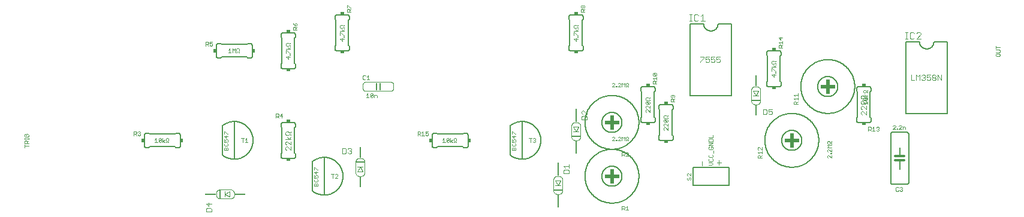
<source format=gto>
G75*
%MOIN*%
%OFA0B0*%
%FSLAX25Y25*%
%IPPOS*%
%LPD*%
%AMOC8*
5,1,8,0,0,1.08239X$1,22.5*
%
%ADD10C,0.00400*%
%ADD11R,0.01000X0.04000*%
%ADD12C,0.00200*%
%ADD13R,0.00800X0.07200*%
%ADD14C,0.00300*%
%ADD15R,0.05000X0.01000*%
%ADD16C,0.00600*%
%ADD17R,0.08000X0.02000*%
%ADD18R,0.02000X0.08000*%
%ADD19R,0.02000X0.01500*%
%ADD20R,0.01500X0.02000*%
%ADD21C,0.00500*%
%ADD22R,0.00800X0.06100*%
%ADD23R,0.01000X0.05000*%
%ADD24R,0.06100X0.00800*%
%ADD25C,0.01200*%
D10*
X0110450Y0068500D02*
X0116450Y0068500D01*
X0116537Y0068502D01*
X0116624Y0068508D01*
X0116711Y0068517D01*
X0116797Y0068530D01*
X0116883Y0068547D01*
X0116968Y0068568D01*
X0117051Y0068593D01*
X0117134Y0068621D01*
X0117215Y0068652D01*
X0117295Y0068687D01*
X0117373Y0068726D01*
X0117450Y0068768D01*
X0117525Y0068813D01*
X0117597Y0068862D01*
X0117668Y0068913D01*
X0117736Y0068968D01*
X0117801Y0069025D01*
X0117864Y0069086D01*
X0117925Y0069149D01*
X0117982Y0069214D01*
X0118037Y0069282D01*
X0118088Y0069353D01*
X0118137Y0069425D01*
X0118182Y0069500D01*
X0118224Y0069577D01*
X0118263Y0069655D01*
X0118298Y0069735D01*
X0118329Y0069816D01*
X0118357Y0069899D01*
X0118382Y0069982D01*
X0118403Y0070067D01*
X0118420Y0070153D01*
X0118433Y0070239D01*
X0118442Y0070326D01*
X0118448Y0070413D01*
X0118450Y0070500D01*
X0118450Y0071500D01*
X0118448Y0071587D01*
X0118442Y0071674D01*
X0118433Y0071761D01*
X0118420Y0071847D01*
X0118403Y0071933D01*
X0118382Y0072018D01*
X0118357Y0072101D01*
X0118329Y0072184D01*
X0118298Y0072265D01*
X0118263Y0072345D01*
X0118224Y0072423D01*
X0118182Y0072500D01*
X0118137Y0072575D01*
X0118088Y0072647D01*
X0118037Y0072718D01*
X0117982Y0072786D01*
X0117925Y0072851D01*
X0117864Y0072914D01*
X0117801Y0072975D01*
X0117736Y0073032D01*
X0117668Y0073087D01*
X0117597Y0073138D01*
X0117525Y0073187D01*
X0117450Y0073232D01*
X0117373Y0073274D01*
X0117295Y0073313D01*
X0117215Y0073348D01*
X0117134Y0073379D01*
X0117051Y0073407D01*
X0116968Y0073432D01*
X0116883Y0073453D01*
X0116797Y0073470D01*
X0116711Y0073483D01*
X0116624Y0073492D01*
X0116537Y0073498D01*
X0116450Y0073500D01*
X0110450Y0073500D01*
X0110363Y0073498D01*
X0110276Y0073492D01*
X0110189Y0073483D01*
X0110103Y0073470D01*
X0110017Y0073453D01*
X0109932Y0073432D01*
X0109849Y0073407D01*
X0109766Y0073379D01*
X0109685Y0073348D01*
X0109605Y0073313D01*
X0109527Y0073274D01*
X0109450Y0073232D01*
X0109375Y0073187D01*
X0109303Y0073138D01*
X0109232Y0073087D01*
X0109164Y0073032D01*
X0109099Y0072975D01*
X0109036Y0072914D01*
X0108975Y0072851D01*
X0108918Y0072786D01*
X0108863Y0072718D01*
X0108812Y0072647D01*
X0108763Y0072575D01*
X0108718Y0072500D01*
X0108676Y0072423D01*
X0108637Y0072345D01*
X0108602Y0072265D01*
X0108571Y0072184D01*
X0108543Y0072101D01*
X0108518Y0072018D01*
X0108497Y0071933D01*
X0108480Y0071847D01*
X0108467Y0071761D01*
X0108458Y0071674D01*
X0108452Y0071587D01*
X0108450Y0071500D01*
X0108450Y0070500D01*
X0108452Y0070413D01*
X0108458Y0070326D01*
X0108467Y0070239D01*
X0108480Y0070153D01*
X0108497Y0070067D01*
X0108518Y0069982D01*
X0108543Y0069899D01*
X0108571Y0069816D01*
X0108602Y0069735D01*
X0108637Y0069655D01*
X0108676Y0069577D01*
X0108718Y0069500D01*
X0108763Y0069425D01*
X0108812Y0069353D01*
X0108863Y0069282D01*
X0108918Y0069214D01*
X0108975Y0069149D01*
X0109036Y0069086D01*
X0109099Y0069025D01*
X0109164Y0068968D01*
X0109232Y0068913D01*
X0109303Y0068862D01*
X0109375Y0068813D01*
X0109450Y0068768D01*
X0109527Y0068726D01*
X0109605Y0068687D01*
X0109685Y0068652D01*
X0109766Y0068621D01*
X0109849Y0068593D01*
X0109932Y0068568D01*
X0110017Y0068547D01*
X0110103Y0068530D01*
X0110189Y0068517D01*
X0110276Y0068508D01*
X0110363Y0068502D01*
X0110450Y0068500D01*
X0185950Y0083000D02*
X0185950Y0089000D01*
X0185952Y0089087D01*
X0185958Y0089174D01*
X0185967Y0089261D01*
X0185980Y0089347D01*
X0185997Y0089433D01*
X0186018Y0089518D01*
X0186043Y0089601D01*
X0186071Y0089684D01*
X0186102Y0089765D01*
X0186137Y0089845D01*
X0186176Y0089923D01*
X0186218Y0090000D01*
X0186263Y0090075D01*
X0186312Y0090147D01*
X0186363Y0090218D01*
X0186418Y0090286D01*
X0186475Y0090351D01*
X0186536Y0090414D01*
X0186599Y0090475D01*
X0186664Y0090532D01*
X0186732Y0090587D01*
X0186803Y0090638D01*
X0186875Y0090687D01*
X0186950Y0090732D01*
X0187027Y0090774D01*
X0187105Y0090813D01*
X0187185Y0090848D01*
X0187266Y0090879D01*
X0187349Y0090907D01*
X0187432Y0090932D01*
X0187517Y0090953D01*
X0187603Y0090970D01*
X0187689Y0090983D01*
X0187776Y0090992D01*
X0187863Y0090998D01*
X0187950Y0091000D01*
X0188950Y0091000D01*
X0189037Y0090998D01*
X0189124Y0090992D01*
X0189211Y0090983D01*
X0189297Y0090970D01*
X0189383Y0090953D01*
X0189468Y0090932D01*
X0189551Y0090907D01*
X0189634Y0090879D01*
X0189715Y0090848D01*
X0189795Y0090813D01*
X0189873Y0090774D01*
X0189950Y0090732D01*
X0190025Y0090687D01*
X0190097Y0090638D01*
X0190168Y0090587D01*
X0190236Y0090532D01*
X0190301Y0090475D01*
X0190364Y0090414D01*
X0190425Y0090351D01*
X0190482Y0090286D01*
X0190537Y0090218D01*
X0190588Y0090147D01*
X0190637Y0090075D01*
X0190682Y0090000D01*
X0190724Y0089923D01*
X0190763Y0089845D01*
X0190798Y0089765D01*
X0190829Y0089684D01*
X0190857Y0089601D01*
X0190882Y0089518D01*
X0190903Y0089433D01*
X0190920Y0089347D01*
X0190933Y0089261D01*
X0190942Y0089174D01*
X0190948Y0089087D01*
X0190950Y0089000D01*
X0190950Y0083000D01*
X0190948Y0082913D01*
X0190942Y0082826D01*
X0190933Y0082739D01*
X0190920Y0082653D01*
X0190903Y0082567D01*
X0190882Y0082482D01*
X0190857Y0082399D01*
X0190829Y0082316D01*
X0190798Y0082235D01*
X0190763Y0082155D01*
X0190724Y0082077D01*
X0190682Y0082000D01*
X0190637Y0081925D01*
X0190588Y0081853D01*
X0190537Y0081782D01*
X0190482Y0081714D01*
X0190425Y0081649D01*
X0190364Y0081586D01*
X0190301Y0081525D01*
X0190236Y0081468D01*
X0190168Y0081413D01*
X0190097Y0081362D01*
X0190025Y0081313D01*
X0189950Y0081268D01*
X0189873Y0081226D01*
X0189795Y0081187D01*
X0189715Y0081152D01*
X0189634Y0081121D01*
X0189551Y0081093D01*
X0189468Y0081068D01*
X0189383Y0081047D01*
X0189297Y0081030D01*
X0189211Y0081017D01*
X0189124Y0081008D01*
X0189037Y0081002D01*
X0188950Y0081000D01*
X0187950Y0081000D01*
X0187863Y0081002D01*
X0187776Y0081008D01*
X0187689Y0081017D01*
X0187603Y0081030D01*
X0187517Y0081047D01*
X0187432Y0081068D01*
X0187349Y0081093D01*
X0187266Y0081121D01*
X0187185Y0081152D01*
X0187105Y0081187D01*
X0187027Y0081226D01*
X0186950Y0081268D01*
X0186875Y0081313D01*
X0186803Y0081362D01*
X0186732Y0081413D01*
X0186664Y0081468D01*
X0186599Y0081525D01*
X0186536Y0081586D01*
X0186475Y0081649D01*
X0186418Y0081714D01*
X0186363Y0081782D01*
X0186312Y0081853D01*
X0186263Y0081925D01*
X0186218Y0082000D01*
X0186176Y0082077D01*
X0186137Y0082155D01*
X0186102Y0082235D01*
X0186071Y0082316D01*
X0186043Y0082399D01*
X0186018Y0082482D01*
X0185997Y0082567D01*
X0185980Y0082653D01*
X0185967Y0082739D01*
X0185958Y0082826D01*
X0185952Y0082913D01*
X0185950Y0083000D01*
X0191450Y0128500D02*
X0205450Y0128500D01*
X0205526Y0128502D01*
X0205602Y0128508D01*
X0205677Y0128517D01*
X0205752Y0128531D01*
X0205826Y0128548D01*
X0205899Y0128569D01*
X0205971Y0128593D01*
X0206042Y0128622D01*
X0206111Y0128653D01*
X0206178Y0128688D01*
X0206243Y0128727D01*
X0206307Y0128769D01*
X0206368Y0128814D01*
X0206427Y0128862D01*
X0206483Y0128913D01*
X0206537Y0128967D01*
X0206588Y0129023D01*
X0206636Y0129082D01*
X0206681Y0129143D01*
X0206723Y0129207D01*
X0206762Y0129272D01*
X0206797Y0129339D01*
X0206828Y0129408D01*
X0206857Y0129479D01*
X0206881Y0129551D01*
X0206902Y0129624D01*
X0206919Y0129698D01*
X0206933Y0129773D01*
X0206942Y0129848D01*
X0206948Y0129924D01*
X0206950Y0130000D01*
X0206950Y0132000D01*
X0206948Y0132076D01*
X0206942Y0132152D01*
X0206933Y0132227D01*
X0206919Y0132302D01*
X0206902Y0132376D01*
X0206881Y0132449D01*
X0206857Y0132521D01*
X0206828Y0132592D01*
X0206797Y0132661D01*
X0206762Y0132728D01*
X0206723Y0132793D01*
X0206681Y0132857D01*
X0206636Y0132918D01*
X0206588Y0132977D01*
X0206537Y0133033D01*
X0206483Y0133087D01*
X0206427Y0133138D01*
X0206368Y0133186D01*
X0206307Y0133231D01*
X0206243Y0133273D01*
X0206178Y0133312D01*
X0206111Y0133347D01*
X0206042Y0133378D01*
X0205971Y0133407D01*
X0205899Y0133431D01*
X0205826Y0133452D01*
X0205752Y0133469D01*
X0205677Y0133483D01*
X0205602Y0133492D01*
X0205526Y0133498D01*
X0205450Y0133500D01*
X0191450Y0133500D01*
X0191374Y0133498D01*
X0191298Y0133492D01*
X0191223Y0133483D01*
X0191148Y0133469D01*
X0191074Y0133452D01*
X0191001Y0133431D01*
X0190929Y0133407D01*
X0190858Y0133378D01*
X0190789Y0133347D01*
X0190722Y0133312D01*
X0190657Y0133273D01*
X0190593Y0133231D01*
X0190532Y0133186D01*
X0190473Y0133138D01*
X0190417Y0133087D01*
X0190363Y0133033D01*
X0190312Y0132977D01*
X0190264Y0132918D01*
X0190219Y0132857D01*
X0190177Y0132793D01*
X0190138Y0132728D01*
X0190103Y0132661D01*
X0190072Y0132592D01*
X0190043Y0132521D01*
X0190019Y0132449D01*
X0189998Y0132376D01*
X0189981Y0132302D01*
X0189967Y0132227D01*
X0189958Y0132152D01*
X0189952Y0132076D01*
X0189950Y0132000D01*
X0189950Y0130000D01*
X0189952Y0129924D01*
X0189958Y0129848D01*
X0189967Y0129773D01*
X0189981Y0129698D01*
X0189998Y0129624D01*
X0190019Y0129551D01*
X0190043Y0129479D01*
X0190072Y0129408D01*
X0190103Y0129339D01*
X0190138Y0129272D01*
X0190177Y0129207D01*
X0190219Y0129143D01*
X0190264Y0129082D01*
X0190312Y0129023D01*
X0190363Y0128967D01*
X0190417Y0128913D01*
X0190473Y0128862D01*
X0190532Y0128814D01*
X0190593Y0128769D01*
X0190657Y0128727D01*
X0190722Y0128688D01*
X0190789Y0128653D01*
X0190858Y0128622D01*
X0190929Y0128593D01*
X0191001Y0128569D01*
X0191074Y0128548D01*
X0191148Y0128531D01*
X0191223Y0128517D01*
X0191298Y0128508D01*
X0191374Y0128502D01*
X0191450Y0128500D01*
X0295950Y0079000D02*
X0295950Y0073000D01*
X0295952Y0072913D01*
X0295958Y0072826D01*
X0295967Y0072739D01*
X0295980Y0072653D01*
X0295997Y0072567D01*
X0296018Y0072482D01*
X0296043Y0072399D01*
X0296071Y0072316D01*
X0296102Y0072235D01*
X0296137Y0072155D01*
X0296176Y0072077D01*
X0296218Y0072000D01*
X0296263Y0071925D01*
X0296312Y0071853D01*
X0296363Y0071782D01*
X0296418Y0071714D01*
X0296475Y0071649D01*
X0296536Y0071586D01*
X0296599Y0071525D01*
X0296664Y0071468D01*
X0296732Y0071413D01*
X0296803Y0071362D01*
X0296875Y0071313D01*
X0296950Y0071268D01*
X0297027Y0071226D01*
X0297105Y0071187D01*
X0297185Y0071152D01*
X0297266Y0071121D01*
X0297349Y0071093D01*
X0297432Y0071068D01*
X0297517Y0071047D01*
X0297603Y0071030D01*
X0297689Y0071017D01*
X0297776Y0071008D01*
X0297863Y0071002D01*
X0297950Y0071000D01*
X0298950Y0071000D01*
X0299037Y0071002D01*
X0299124Y0071008D01*
X0299211Y0071017D01*
X0299297Y0071030D01*
X0299383Y0071047D01*
X0299468Y0071068D01*
X0299551Y0071093D01*
X0299634Y0071121D01*
X0299715Y0071152D01*
X0299795Y0071187D01*
X0299873Y0071226D01*
X0299950Y0071268D01*
X0300025Y0071313D01*
X0300097Y0071362D01*
X0300168Y0071413D01*
X0300236Y0071468D01*
X0300301Y0071525D01*
X0300364Y0071586D01*
X0300425Y0071649D01*
X0300482Y0071714D01*
X0300537Y0071782D01*
X0300588Y0071853D01*
X0300637Y0071925D01*
X0300682Y0072000D01*
X0300724Y0072077D01*
X0300763Y0072155D01*
X0300798Y0072235D01*
X0300829Y0072316D01*
X0300857Y0072399D01*
X0300882Y0072482D01*
X0300903Y0072567D01*
X0300920Y0072653D01*
X0300933Y0072739D01*
X0300942Y0072826D01*
X0300948Y0072913D01*
X0300950Y0073000D01*
X0300950Y0079000D01*
X0300948Y0079087D01*
X0300942Y0079174D01*
X0300933Y0079261D01*
X0300920Y0079347D01*
X0300903Y0079433D01*
X0300882Y0079518D01*
X0300857Y0079601D01*
X0300829Y0079684D01*
X0300798Y0079765D01*
X0300763Y0079845D01*
X0300724Y0079923D01*
X0300682Y0080000D01*
X0300637Y0080075D01*
X0300588Y0080147D01*
X0300537Y0080218D01*
X0300482Y0080286D01*
X0300425Y0080351D01*
X0300364Y0080414D01*
X0300301Y0080475D01*
X0300236Y0080532D01*
X0300168Y0080587D01*
X0300097Y0080638D01*
X0300025Y0080687D01*
X0299950Y0080732D01*
X0299873Y0080774D01*
X0299795Y0080813D01*
X0299715Y0080848D01*
X0299634Y0080879D01*
X0299551Y0080907D01*
X0299468Y0080932D01*
X0299383Y0080953D01*
X0299297Y0080970D01*
X0299211Y0080983D01*
X0299124Y0080992D01*
X0299037Y0080998D01*
X0298950Y0081000D01*
X0297950Y0081000D01*
X0297863Y0080998D01*
X0297776Y0080992D01*
X0297689Y0080983D01*
X0297603Y0080970D01*
X0297517Y0080953D01*
X0297432Y0080932D01*
X0297349Y0080907D01*
X0297266Y0080879D01*
X0297185Y0080848D01*
X0297105Y0080813D01*
X0297027Y0080774D01*
X0296950Y0080732D01*
X0296875Y0080687D01*
X0296803Y0080638D01*
X0296732Y0080587D01*
X0296664Y0080532D01*
X0296599Y0080475D01*
X0296536Y0080414D01*
X0296475Y0080351D01*
X0296418Y0080286D01*
X0296363Y0080218D01*
X0296312Y0080147D01*
X0296263Y0080075D01*
X0296218Y0080000D01*
X0296176Y0079923D01*
X0296137Y0079845D01*
X0296102Y0079765D01*
X0296071Y0079684D01*
X0296043Y0079601D01*
X0296018Y0079518D01*
X0295997Y0079433D01*
X0295980Y0079347D01*
X0295967Y0079261D01*
X0295958Y0079174D01*
X0295952Y0079087D01*
X0295950Y0079000D01*
X0307950Y0101000D02*
X0308950Y0101000D01*
X0309037Y0101002D01*
X0309124Y0101008D01*
X0309211Y0101017D01*
X0309297Y0101030D01*
X0309383Y0101047D01*
X0309468Y0101068D01*
X0309551Y0101093D01*
X0309634Y0101121D01*
X0309715Y0101152D01*
X0309795Y0101187D01*
X0309873Y0101226D01*
X0309950Y0101268D01*
X0310025Y0101313D01*
X0310097Y0101362D01*
X0310168Y0101413D01*
X0310236Y0101468D01*
X0310301Y0101525D01*
X0310364Y0101586D01*
X0310425Y0101649D01*
X0310482Y0101714D01*
X0310537Y0101782D01*
X0310588Y0101853D01*
X0310637Y0101925D01*
X0310682Y0102000D01*
X0310724Y0102077D01*
X0310763Y0102155D01*
X0310798Y0102235D01*
X0310829Y0102316D01*
X0310857Y0102399D01*
X0310882Y0102482D01*
X0310903Y0102567D01*
X0310920Y0102653D01*
X0310933Y0102739D01*
X0310942Y0102826D01*
X0310948Y0102913D01*
X0310950Y0103000D01*
X0310950Y0109000D01*
X0310948Y0109087D01*
X0310942Y0109174D01*
X0310933Y0109261D01*
X0310920Y0109347D01*
X0310903Y0109433D01*
X0310882Y0109518D01*
X0310857Y0109601D01*
X0310829Y0109684D01*
X0310798Y0109765D01*
X0310763Y0109845D01*
X0310724Y0109923D01*
X0310682Y0110000D01*
X0310637Y0110075D01*
X0310588Y0110147D01*
X0310537Y0110218D01*
X0310482Y0110286D01*
X0310425Y0110351D01*
X0310364Y0110414D01*
X0310301Y0110475D01*
X0310236Y0110532D01*
X0310168Y0110587D01*
X0310097Y0110638D01*
X0310025Y0110687D01*
X0309950Y0110732D01*
X0309873Y0110774D01*
X0309795Y0110813D01*
X0309715Y0110848D01*
X0309634Y0110879D01*
X0309551Y0110907D01*
X0309468Y0110932D01*
X0309383Y0110953D01*
X0309297Y0110970D01*
X0309211Y0110983D01*
X0309124Y0110992D01*
X0309037Y0110998D01*
X0308950Y0111000D01*
X0307950Y0111000D01*
X0307863Y0110998D01*
X0307776Y0110992D01*
X0307689Y0110983D01*
X0307603Y0110970D01*
X0307517Y0110953D01*
X0307432Y0110932D01*
X0307349Y0110907D01*
X0307266Y0110879D01*
X0307185Y0110848D01*
X0307105Y0110813D01*
X0307027Y0110774D01*
X0306950Y0110732D01*
X0306875Y0110687D01*
X0306803Y0110638D01*
X0306732Y0110587D01*
X0306664Y0110532D01*
X0306599Y0110475D01*
X0306536Y0110414D01*
X0306475Y0110351D01*
X0306418Y0110286D01*
X0306363Y0110218D01*
X0306312Y0110147D01*
X0306263Y0110075D01*
X0306218Y0110000D01*
X0306176Y0109923D01*
X0306137Y0109845D01*
X0306102Y0109765D01*
X0306071Y0109684D01*
X0306043Y0109601D01*
X0306018Y0109518D01*
X0305997Y0109433D01*
X0305980Y0109347D01*
X0305967Y0109261D01*
X0305958Y0109174D01*
X0305952Y0109087D01*
X0305950Y0109000D01*
X0305950Y0103000D01*
X0305952Y0102913D01*
X0305958Y0102826D01*
X0305967Y0102739D01*
X0305980Y0102653D01*
X0305997Y0102567D01*
X0306018Y0102482D01*
X0306043Y0102399D01*
X0306071Y0102316D01*
X0306102Y0102235D01*
X0306137Y0102155D01*
X0306176Y0102077D01*
X0306218Y0102000D01*
X0306263Y0101925D01*
X0306312Y0101853D01*
X0306363Y0101782D01*
X0306418Y0101714D01*
X0306475Y0101649D01*
X0306536Y0101586D01*
X0306599Y0101525D01*
X0306664Y0101468D01*
X0306732Y0101413D01*
X0306803Y0101362D01*
X0306875Y0101313D01*
X0306950Y0101268D01*
X0307027Y0101226D01*
X0307105Y0101187D01*
X0307185Y0101152D01*
X0307266Y0101121D01*
X0307349Y0101093D01*
X0307432Y0101068D01*
X0307517Y0101047D01*
X0307603Y0101030D01*
X0307689Y0101017D01*
X0307776Y0101008D01*
X0307863Y0101002D01*
X0307950Y0101000D01*
X0405950Y0123000D02*
X0405950Y0129000D01*
X0405952Y0129087D01*
X0405958Y0129174D01*
X0405967Y0129261D01*
X0405980Y0129347D01*
X0405997Y0129433D01*
X0406018Y0129518D01*
X0406043Y0129601D01*
X0406071Y0129684D01*
X0406102Y0129765D01*
X0406137Y0129845D01*
X0406176Y0129923D01*
X0406218Y0130000D01*
X0406263Y0130075D01*
X0406312Y0130147D01*
X0406363Y0130218D01*
X0406418Y0130286D01*
X0406475Y0130351D01*
X0406536Y0130414D01*
X0406599Y0130475D01*
X0406664Y0130532D01*
X0406732Y0130587D01*
X0406803Y0130638D01*
X0406875Y0130687D01*
X0406950Y0130732D01*
X0407027Y0130774D01*
X0407105Y0130813D01*
X0407185Y0130848D01*
X0407266Y0130879D01*
X0407349Y0130907D01*
X0407432Y0130932D01*
X0407517Y0130953D01*
X0407603Y0130970D01*
X0407689Y0130983D01*
X0407776Y0130992D01*
X0407863Y0130998D01*
X0407950Y0131000D01*
X0408950Y0131000D01*
X0409037Y0130998D01*
X0409124Y0130992D01*
X0409211Y0130983D01*
X0409297Y0130970D01*
X0409383Y0130953D01*
X0409468Y0130932D01*
X0409551Y0130907D01*
X0409634Y0130879D01*
X0409715Y0130848D01*
X0409795Y0130813D01*
X0409873Y0130774D01*
X0409950Y0130732D01*
X0410025Y0130687D01*
X0410097Y0130638D01*
X0410168Y0130587D01*
X0410236Y0130532D01*
X0410301Y0130475D01*
X0410364Y0130414D01*
X0410425Y0130351D01*
X0410482Y0130286D01*
X0410537Y0130218D01*
X0410588Y0130147D01*
X0410637Y0130075D01*
X0410682Y0130000D01*
X0410724Y0129923D01*
X0410763Y0129845D01*
X0410798Y0129765D01*
X0410829Y0129684D01*
X0410857Y0129601D01*
X0410882Y0129518D01*
X0410903Y0129433D01*
X0410920Y0129347D01*
X0410933Y0129261D01*
X0410942Y0129174D01*
X0410948Y0129087D01*
X0410950Y0129000D01*
X0410950Y0123000D01*
X0410948Y0122913D01*
X0410942Y0122826D01*
X0410933Y0122739D01*
X0410920Y0122653D01*
X0410903Y0122567D01*
X0410882Y0122482D01*
X0410857Y0122399D01*
X0410829Y0122316D01*
X0410798Y0122235D01*
X0410763Y0122155D01*
X0410724Y0122077D01*
X0410682Y0122000D01*
X0410637Y0121925D01*
X0410588Y0121853D01*
X0410537Y0121782D01*
X0410482Y0121714D01*
X0410425Y0121649D01*
X0410364Y0121586D01*
X0410301Y0121525D01*
X0410236Y0121468D01*
X0410168Y0121413D01*
X0410097Y0121362D01*
X0410025Y0121313D01*
X0409950Y0121268D01*
X0409873Y0121226D01*
X0409795Y0121187D01*
X0409715Y0121152D01*
X0409634Y0121121D01*
X0409551Y0121093D01*
X0409468Y0121068D01*
X0409383Y0121047D01*
X0409297Y0121030D01*
X0409211Y0121017D01*
X0409124Y0121008D01*
X0409037Y0121002D01*
X0408950Y0121000D01*
X0407950Y0121000D01*
X0407863Y0121002D01*
X0407776Y0121008D01*
X0407689Y0121017D01*
X0407603Y0121030D01*
X0407517Y0121047D01*
X0407432Y0121068D01*
X0407349Y0121093D01*
X0407266Y0121121D01*
X0407185Y0121152D01*
X0407105Y0121187D01*
X0407027Y0121226D01*
X0406950Y0121268D01*
X0406875Y0121313D01*
X0406803Y0121362D01*
X0406732Y0121413D01*
X0406664Y0121468D01*
X0406599Y0121525D01*
X0406536Y0121586D01*
X0406475Y0121649D01*
X0406418Y0121714D01*
X0406363Y0121782D01*
X0406312Y0121853D01*
X0406263Y0121925D01*
X0406218Y0122000D01*
X0406176Y0122077D01*
X0406137Y0122155D01*
X0406102Y0122235D01*
X0406071Y0122316D01*
X0406043Y0122399D01*
X0406018Y0122482D01*
X0405997Y0122567D01*
X0405980Y0122653D01*
X0405967Y0122739D01*
X0405958Y0122826D01*
X0405952Y0122913D01*
X0405950Y0123000D01*
X0380191Y0167700D02*
X0377789Y0167700D01*
X0378990Y0167700D02*
X0378990Y0171303D01*
X0377789Y0170102D01*
X0376507Y0170703D02*
X0375907Y0171303D01*
X0374706Y0171303D01*
X0374105Y0170703D01*
X0374105Y0168301D01*
X0374706Y0167700D01*
X0375907Y0167700D01*
X0376507Y0168301D01*
X0372851Y0167700D02*
X0371650Y0167700D01*
X0372251Y0167700D02*
X0372251Y0171303D01*
X0372851Y0171303D02*
X0371650Y0171303D01*
X0491650Y0161303D02*
X0492851Y0161303D01*
X0492251Y0161303D02*
X0492251Y0157700D01*
X0492851Y0157700D02*
X0491650Y0157700D01*
X0494105Y0158301D02*
X0494105Y0160703D01*
X0494706Y0161303D01*
X0495907Y0161303D01*
X0496507Y0160703D01*
X0497789Y0160703D02*
X0498389Y0161303D01*
X0499590Y0161303D01*
X0500191Y0160703D01*
X0500191Y0160102D01*
X0497789Y0157700D01*
X0500191Y0157700D01*
X0496507Y0158301D02*
X0495907Y0157700D01*
X0494706Y0157700D01*
X0494105Y0158301D01*
D11*
X0199450Y0131000D03*
X0197450Y0131000D03*
D12*
X0195231Y0127102D02*
X0195598Y0126735D01*
X0194130Y0125267D01*
X0194497Y0124900D01*
X0195231Y0124900D01*
X0195598Y0125267D01*
X0195598Y0126735D01*
X0195231Y0127102D02*
X0194497Y0127102D01*
X0194130Y0126735D01*
X0194130Y0125267D01*
X0193388Y0124900D02*
X0191920Y0124900D01*
X0192654Y0124900D02*
X0192654Y0127102D01*
X0191920Y0126368D01*
X0196340Y0126368D02*
X0197441Y0126368D01*
X0197808Y0126001D01*
X0197808Y0124900D01*
X0196340Y0124900D02*
X0196340Y0126368D01*
X0193728Y0134900D02*
X0192260Y0134900D01*
X0192994Y0134900D02*
X0192994Y0137102D01*
X0192260Y0136368D01*
X0191518Y0136735D02*
X0191151Y0137102D01*
X0190417Y0137102D01*
X0190050Y0136735D01*
X0190050Y0135267D01*
X0190417Y0134900D01*
X0191151Y0134900D01*
X0191518Y0135267D01*
X0178449Y0156312D02*
X0178449Y0157780D01*
X0179183Y0158522D02*
X0179183Y0158889D01*
X0179550Y0158889D01*
X0179550Y0158522D01*
X0179183Y0158522D01*
X0179183Y0159627D02*
X0177715Y0161095D01*
X0177348Y0161095D01*
X0177348Y0159627D01*
X0179183Y0159627D02*
X0179550Y0159627D01*
X0179550Y0161837D02*
X0177348Y0161837D01*
X0178082Y0162938D02*
X0178816Y0161837D01*
X0179550Y0162938D01*
X0179550Y0163678D02*
X0179550Y0164045D01*
X0178816Y0164045D01*
X0178449Y0163678D01*
X0177715Y0163678D01*
X0177348Y0164045D01*
X0177348Y0164779D01*
X0177715Y0165146D01*
X0178449Y0165146D01*
X0178816Y0164779D01*
X0179550Y0164779D01*
X0179550Y0165146D01*
X0179550Y0157413D02*
X0177348Y0157413D01*
X0178449Y0156312D01*
X0153350Y0162600D02*
X0151148Y0162600D01*
X0151148Y0163701D01*
X0151515Y0164068D01*
X0152249Y0164068D01*
X0152616Y0163701D01*
X0152616Y0162600D01*
X0152616Y0163334D02*
X0153350Y0164068D01*
X0152983Y0164810D02*
X0153350Y0165177D01*
X0153350Y0165911D01*
X0152983Y0166278D01*
X0152616Y0166278D01*
X0152249Y0165911D01*
X0152249Y0164810D01*
X0152983Y0164810D01*
X0152249Y0164810D02*
X0151515Y0165544D01*
X0151148Y0166278D01*
X0149550Y0155146D02*
X0149550Y0154779D01*
X0148816Y0154779D01*
X0148449Y0155146D01*
X0147715Y0155146D01*
X0147348Y0154779D01*
X0147348Y0154045D01*
X0147715Y0153678D01*
X0148449Y0153678D01*
X0148816Y0154045D01*
X0149550Y0154045D01*
X0149550Y0153678D01*
X0149550Y0152938D02*
X0148816Y0151837D01*
X0148082Y0152938D01*
X0147348Y0151837D02*
X0149550Y0151837D01*
X0147715Y0151095D02*
X0149183Y0149627D01*
X0149550Y0149627D01*
X0149550Y0148889D02*
X0149550Y0148522D01*
X0149183Y0148522D01*
X0149183Y0148889D01*
X0149550Y0148889D01*
X0149550Y0147413D02*
X0147348Y0147413D01*
X0148449Y0146312D01*
X0148449Y0147780D01*
X0147348Y0149627D02*
X0147348Y0151095D01*
X0147715Y0151095D01*
X0121123Y0151001D02*
X0120756Y0150634D01*
X0120756Y0149900D01*
X0121123Y0149900D01*
X0121123Y0151001D02*
X0121123Y0151735D01*
X0120756Y0152102D01*
X0120022Y0152102D01*
X0119655Y0151735D01*
X0119655Y0151001D01*
X0120022Y0150634D01*
X0120022Y0149900D01*
X0119655Y0149900D01*
X0118913Y0149900D02*
X0118913Y0152102D01*
X0118179Y0151368D01*
X0117445Y0152102D01*
X0117445Y0149900D01*
X0116703Y0149900D02*
X0115235Y0149900D01*
X0115969Y0149900D02*
X0115969Y0152102D01*
X0115235Y0151368D01*
X0106308Y0154067D02*
X0105941Y0153700D01*
X0105207Y0153700D01*
X0104840Y0154067D01*
X0104840Y0154801D02*
X0105574Y0155168D01*
X0105941Y0155168D01*
X0106308Y0154801D01*
X0106308Y0154067D01*
X0104840Y0154801D02*
X0104840Y0155902D01*
X0106308Y0155902D01*
X0104098Y0155535D02*
X0104098Y0154801D01*
X0103731Y0154434D01*
X0102630Y0154434D01*
X0102630Y0153700D02*
X0102630Y0155902D01*
X0103731Y0155902D01*
X0104098Y0155535D01*
X0103364Y0154434D02*
X0104098Y0153700D01*
X0141630Y0115802D02*
X0142731Y0115802D01*
X0143098Y0115435D01*
X0143098Y0114701D01*
X0142731Y0114334D01*
X0141630Y0114334D01*
X0141630Y0113600D02*
X0141630Y0115802D01*
X0142364Y0114334D02*
X0143098Y0113600D01*
X0143840Y0114701D02*
X0145308Y0114701D01*
X0144941Y0115802D02*
X0143840Y0114701D01*
X0144941Y0113600D02*
X0144941Y0115802D01*
X0125284Y0102102D02*
X0125284Y0099900D01*
X0124550Y0099900D02*
X0126018Y0099900D01*
X0124550Y0101368D02*
X0125284Y0102102D01*
X0123808Y0102102D02*
X0122340Y0102102D01*
X0123074Y0102102D02*
X0123074Y0099900D01*
X0115050Y0100362D02*
X0114683Y0099995D01*
X0115050Y0100362D02*
X0115050Y0101096D01*
X0114683Y0101463D01*
X0113949Y0101463D01*
X0113582Y0101096D01*
X0113582Y0100729D01*
X0113949Y0099995D01*
X0112848Y0099995D01*
X0112848Y0101463D01*
X0113949Y0102205D02*
X0113949Y0103673D01*
X0114683Y0104415D02*
X0115050Y0104415D01*
X0114683Y0104415D02*
X0113215Y0105883D01*
X0112848Y0105883D01*
X0112848Y0104415D01*
X0112848Y0103306D02*
X0113949Y0102205D01*
X0115050Y0103306D02*
X0112848Y0103306D01*
X0113215Y0099253D02*
X0112848Y0098886D01*
X0112848Y0098152D01*
X0113215Y0097785D01*
X0114683Y0097785D01*
X0115050Y0098152D01*
X0115050Y0098886D01*
X0114683Y0099253D01*
X0114683Y0097043D02*
X0115050Y0096676D01*
X0115050Y0095575D01*
X0112848Y0095575D01*
X0112848Y0096676D01*
X0113215Y0097043D01*
X0113582Y0097043D01*
X0113949Y0096676D01*
X0113949Y0095575D01*
X0113949Y0096676D02*
X0114316Y0097043D01*
X0114683Y0097043D01*
X0082044Y0099900D02*
X0081677Y0099900D01*
X0081677Y0100634D01*
X0082044Y0101001D01*
X0082044Y0101735D01*
X0081677Y0102102D01*
X0080943Y0102102D01*
X0080576Y0101735D01*
X0080576Y0101001D01*
X0080943Y0100634D01*
X0080943Y0099900D01*
X0080576Y0099900D01*
X0079835Y0099900D02*
X0078734Y0100634D01*
X0079835Y0101368D01*
X0078734Y0102102D02*
X0078734Y0099900D01*
X0077992Y0100267D02*
X0077625Y0099900D01*
X0076891Y0099900D01*
X0076524Y0100267D01*
X0077992Y0101735D01*
X0077992Y0100267D01*
X0076524Y0100267D02*
X0076524Y0101735D01*
X0076891Y0102102D01*
X0077625Y0102102D01*
X0077992Y0101735D01*
X0075782Y0099900D02*
X0074314Y0099900D01*
X0075048Y0099900D02*
X0075048Y0102102D01*
X0074314Y0101368D01*
X0066308Y0104067D02*
X0065941Y0103700D01*
X0065207Y0103700D01*
X0064840Y0104067D01*
X0064098Y0103700D02*
X0063364Y0104434D01*
X0063731Y0104434D02*
X0062630Y0104434D01*
X0062630Y0103700D02*
X0062630Y0105902D01*
X0063731Y0105902D01*
X0064098Y0105535D01*
X0064098Y0104801D01*
X0063731Y0104434D01*
X0064840Y0105535D02*
X0065207Y0105902D01*
X0065941Y0105902D01*
X0066308Y0105535D01*
X0066308Y0105168D01*
X0065941Y0104801D01*
X0066308Y0104434D01*
X0066308Y0104067D01*
X0065941Y0104801D02*
X0065574Y0104801D01*
X0004100Y0104042D02*
X0003733Y0104409D01*
X0002999Y0104409D01*
X0002999Y0103676D01*
X0002265Y0104409D02*
X0001898Y0104042D01*
X0001898Y0103309D01*
X0002265Y0102942D01*
X0003733Y0102942D01*
X0004100Y0103309D01*
X0004100Y0104042D01*
X0004100Y0102202D02*
X0004100Y0101468D01*
X0004100Y0101835D02*
X0001898Y0101835D01*
X0001898Y0101468D02*
X0001898Y0102202D01*
X0002265Y0100726D02*
X0002999Y0100726D01*
X0003366Y0100359D01*
X0003366Y0099258D01*
X0004100Y0099258D02*
X0001898Y0099258D01*
X0001898Y0100359D01*
X0002265Y0100726D01*
X0003366Y0099992D02*
X0004100Y0100726D01*
X0004100Y0097782D02*
X0001898Y0097782D01*
X0001898Y0097049D02*
X0001898Y0098516D01*
X0162848Y0085883D02*
X0163215Y0085883D01*
X0164683Y0084415D01*
X0165050Y0084415D01*
X0165050Y0083306D02*
X0162848Y0083306D01*
X0163949Y0082205D01*
X0163949Y0083673D01*
X0162848Y0084415D02*
X0162848Y0085883D01*
X0162848Y0081463D02*
X0162848Y0079995D01*
X0163949Y0079995D01*
X0163582Y0080729D01*
X0163582Y0081096D01*
X0163949Y0081463D01*
X0164683Y0081463D01*
X0165050Y0081096D01*
X0165050Y0080362D01*
X0164683Y0079995D01*
X0164683Y0079253D02*
X0165050Y0078886D01*
X0165050Y0078152D01*
X0164683Y0077785D01*
X0163215Y0077785D01*
X0162848Y0078152D01*
X0162848Y0078886D01*
X0163215Y0079253D01*
X0163215Y0077043D02*
X0163582Y0077043D01*
X0163949Y0076676D01*
X0163949Y0075575D01*
X0162848Y0075575D02*
X0162848Y0076676D01*
X0163215Y0077043D01*
X0163949Y0076676D02*
X0164316Y0077043D01*
X0164683Y0077043D01*
X0165050Y0076676D01*
X0165050Y0075575D01*
X0162848Y0075575D01*
X0173074Y0079900D02*
X0173074Y0082102D01*
X0172340Y0082102D02*
X0173808Y0082102D01*
X0174550Y0081735D02*
X0174917Y0082102D01*
X0175651Y0082102D01*
X0176018Y0081735D01*
X0176018Y0081368D01*
X0174550Y0079900D01*
X0176018Y0079900D01*
X0220420Y0103700D02*
X0220420Y0105902D01*
X0221521Y0105902D01*
X0221888Y0105535D01*
X0221888Y0104801D01*
X0221521Y0104434D01*
X0220420Y0104434D01*
X0221154Y0104434D02*
X0221888Y0103700D01*
X0222630Y0103700D02*
X0224098Y0103700D01*
X0223364Y0103700D02*
X0223364Y0105902D01*
X0222630Y0105168D01*
X0224840Y0104801D02*
X0225574Y0105168D01*
X0225941Y0105168D01*
X0226308Y0104801D01*
X0226308Y0104067D01*
X0225941Y0103700D01*
X0225207Y0103700D01*
X0224840Y0104067D01*
X0224840Y0104801D02*
X0224840Y0105902D01*
X0226308Y0105902D01*
X0234314Y0101368D02*
X0235048Y0102102D01*
X0235048Y0099900D01*
X0234314Y0099900D02*
X0235782Y0099900D01*
X0236524Y0100267D02*
X0237992Y0101735D01*
X0237992Y0100267D01*
X0237625Y0099900D01*
X0236891Y0099900D01*
X0236524Y0100267D01*
X0236524Y0101735D01*
X0236891Y0102102D01*
X0237625Y0102102D01*
X0237992Y0101735D01*
X0238734Y0102102D02*
X0238734Y0099900D01*
X0238734Y0100634D02*
X0239835Y0101368D01*
X0240576Y0101735D02*
X0240943Y0102102D01*
X0241677Y0102102D01*
X0242044Y0101735D01*
X0242044Y0101001D01*
X0241677Y0100634D01*
X0241677Y0099900D01*
X0242044Y0099900D01*
X0240943Y0099900D02*
X0240943Y0100634D01*
X0240576Y0101001D01*
X0240576Y0101735D01*
X0240576Y0099900D02*
X0240943Y0099900D01*
X0239835Y0099900D02*
X0238734Y0100634D01*
X0272848Y0099995D02*
X0273949Y0099995D01*
X0273582Y0100729D01*
X0273582Y0101096D01*
X0273949Y0101463D01*
X0274683Y0101463D01*
X0275050Y0101096D01*
X0275050Y0100362D01*
X0274683Y0099995D01*
X0274683Y0099253D02*
X0275050Y0098886D01*
X0275050Y0098152D01*
X0274683Y0097785D01*
X0273215Y0097785D01*
X0272848Y0098152D01*
X0272848Y0098886D01*
X0273215Y0099253D01*
X0272848Y0099995D02*
X0272848Y0101463D01*
X0273949Y0102205D02*
X0273949Y0103673D01*
X0274683Y0104415D02*
X0273215Y0105883D01*
X0272848Y0105883D01*
X0272848Y0104415D01*
X0272848Y0103306D02*
X0273949Y0102205D01*
X0275050Y0103306D02*
X0272848Y0103306D01*
X0274683Y0104415D02*
X0275050Y0104415D01*
X0282340Y0102102D02*
X0283808Y0102102D01*
X0283074Y0102102D02*
X0283074Y0099900D01*
X0284550Y0100267D02*
X0284917Y0099900D01*
X0285651Y0099900D01*
X0286018Y0100267D01*
X0286018Y0100634D01*
X0285651Y0101001D01*
X0285284Y0101001D01*
X0285651Y0101001D02*
X0286018Y0101368D01*
X0286018Y0101735D01*
X0285651Y0102102D01*
X0284917Y0102102D01*
X0284550Y0101735D01*
X0275050Y0096676D02*
X0274683Y0097043D01*
X0274316Y0097043D01*
X0273949Y0096676D01*
X0273949Y0095575D01*
X0272848Y0095575D02*
X0272848Y0096676D01*
X0273215Y0097043D01*
X0273582Y0097043D01*
X0273949Y0096676D01*
X0275050Y0096676D02*
X0275050Y0095575D01*
X0272848Y0095575D01*
X0328507Y0100767D02*
X0329975Y0102235D01*
X0329975Y0102602D01*
X0329608Y0102969D01*
X0328874Y0102969D01*
X0328507Y0102602D01*
X0328507Y0100767D02*
X0329975Y0100767D01*
X0330717Y0100767D02*
X0331084Y0100767D01*
X0331084Y0101134D01*
X0330717Y0101134D01*
X0330717Y0100767D01*
X0331822Y0100767D02*
X0333290Y0102235D01*
X0333290Y0102602D01*
X0332923Y0102969D01*
X0332189Y0102969D01*
X0331822Y0102602D01*
X0331822Y0100767D02*
X0333290Y0100767D01*
X0334032Y0100767D02*
X0334032Y0102969D01*
X0334766Y0102235D01*
X0335500Y0102969D01*
X0335500Y0100767D01*
X0336242Y0100767D02*
X0336609Y0100767D01*
X0336609Y0101501D01*
X0336242Y0101868D01*
X0336242Y0102602D01*
X0336609Y0102969D01*
X0337343Y0102969D01*
X0337710Y0102602D01*
X0337710Y0101868D01*
X0337343Y0101501D01*
X0337343Y0100767D01*
X0337710Y0100767D01*
X0337343Y0094347D02*
X0336609Y0094347D01*
X0336242Y0093980D01*
X0335500Y0093980D02*
X0335500Y0093246D01*
X0335133Y0092879D01*
X0334032Y0092879D01*
X0334766Y0092879D02*
X0335500Y0092145D01*
X0336242Y0092145D02*
X0337710Y0093613D01*
X0337710Y0093980D01*
X0337343Y0094347D01*
X0335500Y0093980D02*
X0335133Y0094347D01*
X0334032Y0094347D01*
X0334032Y0092145D01*
X0336242Y0092145D02*
X0337710Y0092145D01*
X0357348Y0107047D02*
X0357715Y0106680D01*
X0357348Y0107047D02*
X0357348Y0107781D01*
X0357715Y0108148D01*
X0358082Y0108148D01*
X0359550Y0106680D01*
X0359550Y0108148D01*
X0359550Y0108890D02*
X0358082Y0110358D01*
X0357715Y0110358D01*
X0357348Y0109991D01*
X0357348Y0109257D01*
X0357715Y0108890D01*
X0359550Y0108890D02*
X0359550Y0110358D01*
X0359183Y0111100D02*
X0357715Y0112568D01*
X0359183Y0112568D01*
X0359550Y0112201D01*
X0359550Y0111467D01*
X0359183Y0111100D01*
X0357715Y0111100D01*
X0357348Y0111467D01*
X0357348Y0112201D01*
X0357715Y0112568D01*
X0357715Y0113310D02*
X0357348Y0113677D01*
X0357348Y0114411D01*
X0357715Y0114778D01*
X0358449Y0114778D01*
X0358816Y0114411D01*
X0359550Y0114411D01*
X0359550Y0114778D01*
X0359550Y0113677D02*
X0358816Y0113677D01*
X0358449Y0113310D01*
X0357715Y0113310D01*
X0359550Y0113310D02*
X0359550Y0113677D01*
X0349550Y0116680D02*
X0348082Y0118148D01*
X0347715Y0118148D01*
X0347348Y0117781D01*
X0347348Y0117047D01*
X0347715Y0116680D01*
X0349550Y0116680D02*
X0349550Y0118148D01*
X0349550Y0118890D02*
X0348082Y0120358D01*
X0347715Y0120358D01*
X0347348Y0119991D01*
X0347348Y0119257D01*
X0347715Y0118890D01*
X0349550Y0118890D02*
X0349550Y0120358D01*
X0349183Y0121100D02*
X0347715Y0122568D01*
X0349183Y0122568D01*
X0349550Y0122201D01*
X0349550Y0121467D01*
X0349183Y0121100D01*
X0347715Y0121100D01*
X0347348Y0121467D01*
X0347348Y0122201D01*
X0347715Y0122568D01*
X0347715Y0123310D02*
X0347348Y0123677D01*
X0347348Y0124411D01*
X0347715Y0124778D01*
X0348449Y0124778D01*
X0348816Y0124411D01*
X0349550Y0124411D01*
X0349550Y0124778D01*
X0349550Y0123677D02*
X0348816Y0123677D01*
X0348449Y0123310D01*
X0347715Y0123310D01*
X0349550Y0123310D02*
X0349550Y0123677D01*
X0361148Y0123701D02*
X0361515Y0124068D01*
X0362249Y0124068D01*
X0362616Y0123701D01*
X0362616Y0122600D01*
X0362616Y0123334D02*
X0363350Y0124068D01*
X0362983Y0124810D02*
X0363350Y0125177D01*
X0363350Y0125911D01*
X0362983Y0126278D01*
X0361515Y0126278D01*
X0361148Y0125911D01*
X0361148Y0125177D01*
X0361515Y0124810D01*
X0361882Y0124810D01*
X0362249Y0125177D01*
X0362249Y0126278D01*
X0361148Y0123701D02*
X0361148Y0122600D01*
X0363350Y0122600D01*
X0353350Y0132600D02*
X0351148Y0132600D01*
X0351148Y0133701D01*
X0351515Y0134068D01*
X0352249Y0134068D01*
X0352616Y0133701D01*
X0352616Y0132600D01*
X0352616Y0133334D02*
X0353350Y0134068D01*
X0353350Y0134810D02*
X0353350Y0136278D01*
X0353350Y0135544D02*
X0351148Y0135544D01*
X0351882Y0134810D01*
X0351515Y0137020D02*
X0351148Y0137387D01*
X0351148Y0138121D01*
X0351515Y0138488D01*
X0352983Y0137020D01*
X0353350Y0137387D01*
X0353350Y0138121D01*
X0352983Y0138488D01*
X0351515Y0138488D01*
X0351515Y0137020D02*
X0352983Y0137020D01*
X0337710Y0132602D02*
X0337710Y0131868D01*
X0337343Y0131501D01*
X0337343Y0130767D01*
X0337710Y0130767D01*
X0336609Y0130767D02*
X0336609Y0131501D01*
X0336242Y0131868D01*
X0336242Y0132602D01*
X0336609Y0132969D01*
X0337343Y0132969D01*
X0337710Y0132602D01*
X0336609Y0130767D02*
X0336242Y0130767D01*
X0335500Y0130767D02*
X0335500Y0132969D01*
X0334766Y0132235D01*
X0334032Y0132969D01*
X0334032Y0130767D01*
X0333290Y0130767D02*
X0331822Y0130767D01*
X0333290Y0132235D01*
X0333290Y0132602D01*
X0332923Y0132969D01*
X0332189Y0132969D01*
X0331822Y0132602D01*
X0331084Y0131134D02*
X0331084Y0130767D01*
X0330717Y0130767D01*
X0330717Y0131134D01*
X0331084Y0131134D01*
X0329975Y0130767D02*
X0328507Y0130767D01*
X0329975Y0132235D01*
X0329975Y0132602D01*
X0329608Y0132969D01*
X0328874Y0132969D01*
X0328507Y0132602D01*
X0308449Y0156312D02*
X0307348Y0157413D01*
X0309550Y0157413D01*
X0309550Y0158522D02*
X0309550Y0158889D01*
X0309183Y0158889D01*
X0309183Y0158522D01*
X0309550Y0158522D01*
X0309550Y0159627D02*
X0309183Y0159627D01*
X0307715Y0161095D01*
X0307348Y0161095D01*
X0307348Y0159627D01*
X0308449Y0157780D02*
X0308449Y0156312D01*
X0308816Y0161837D02*
X0308082Y0162938D01*
X0307715Y0163678D02*
X0307348Y0164045D01*
X0307348Y0164779D01*
X0307715Y0165146D01*
X0308449Y0165146D01*
X0308816Y0164779D01*
X0309550Y0164779D01*
X0309550Y0165146D01*
X0309550Y0164045D02*
X0308816Y0164045D01*
X0308449Y0163678D01*
X0307715Y0163678D01*
X0309550Y0163678D02*
X0309550Y0164045D01*
X0309550Y0162938D02*
X0308816Y0161837D01*
X0309550Y0161837D02*
X0307348Y0161837D01*
X0311148Y0172600D02*
X0311148Y0173701D01*
X0311515Y0174068D01*
X0312249Y0174068D01*
X0312616Y0173701D01*
X0312616Y0172600D01*
X0312616Y0173334D02*
X0313350Y0174068D01*
X0312983Y0174810D02*
X0312616Y0174810D01*
X0312249Y0175177D01*
X0312249Y0175911D01*
X0312616Y0176278D01*
X0312983Y0176278D01*
X0313350Y0175911D01*
X0313350Y0175177D01*
X0312983Y0174810D01*
X0312249Y0175177D02*
X0311882Y0174810D01*
X0311515Y0174810D01*
X0311148Y0175177D01*
X0311148Y0175911D01*
X0311515Y0176278D01*
X0311882Y0176278D01*
X0312249Y0175911D01*
X0313350Y0172600D02*
X0311148Y0172600D01*
X0417348Y0144779D02*
X0417715Y0145146D01*
X0418449Y0145146D01*
X0418816Y0144779D01*
X0419550Y0144779D01*
X0419550Y0145146D01*
X0419550Y0144045D02*
X0418816Y0144045D01*
X0418449Y0143678D01*
X0417715Y0143678D01*
X0417348Y0144045D01*
X0417348Y0144779D01*
X0418082Y0142938D02*
X0418816Y0141837D01*
X0419550Y0142938D01*
X0419550Y0143678D02*
X0419550Y0144045D01*
X0419550Y0141837D02*
X0417348Y0141837D01*
X0417348Y0141095D02*
X0417715Y0141095D01*
X0419183Y0139627D01*
X0419550Y0139627D01*
X0419550Y0138889D02*
X0419550Y0138522D01*
X0419183Y0138522D01*
X0419183Y0138889D01*
X0419550Y0138889D01*
X0419550Y0137413D02*
X0417348Y0137413D01*
X0418449Y0136312D01*
X0418449Y0137780D01*
X0417348Y0139627D02*
X0417348Y0141095D01*
X0421148Y0152600D02*
X0421148Y0153701D01*
X0421515Y0154068D01*
X0422249Y0154068D01*
X0422616Y0153701D01*
X0422616Y0152600D01*
X0422616Y0153334D02*
X0423350Y0154068D01*
X0423350Y0154810D02*
X0423350Y0156278D01*
X0423350Y0155544D02*
X0421148Y0155544D01*
X0421882Y0154810D01*
X0422249Y0157020D02*
X0422249Y0158488D01*
X0421148Y0158121D02*
X0422249Y0157020D01*
X0423350Y0158121D02*
X0421148Y0158121D01*
X0421148Y0152600D02*
X0423350Y0152600D01*
X0431795Y0127086D02*
X0431795Y0125618D01*
X0431795Y0126352D02*
X0429593Y0126352D01*
X0430327Y0125618D01*
X0431795Y0124876D02*
X0431795Y0123408D01*
X0431795Y0124142D02*
X0429593Y0124142D01*
X0430327Y0123408D01*
X0430694Y0122666D02*
X0431061Y0122299D01*
X0431061Y0121198D01*
X0431795Y0121198D02*
X0429593Y0121198D01*
X0429593Y0122299D01*
X0429960Y0122666D01*
X0430694Y0122666D01*
X0431061Y0121932D02*
X0431795Y0122666D01*
X0468215Y0121932D02*
X0468949Y0121198D01*
X0468215Y0121932D02*
X0470417Y0121932D01*
X0470417Y0121198D02*
X0470417Y0122666D01*
X0470050Y0123408D02*
X0468582Y0124876D01*
X0470050Y0124876D01*
X0470417Y0124509D01*
X0470417Y0123775D01*
X0470050Y0123408D01*
X0468582Y0123408D01*
X0468215Y0123775D01*
X0468215Y0124509D01*
X0468582Y0124876D01*
X0468215Y0125618D02*
X0470417Y0125618D01*
X0469683Y0125618D02*
X0470417Y0126719D01*
X0470417Y0127460D02*
X0470417Y0127827D01*
X0469683Y0127827D01*
X0469316Y0127460D01*
X0468582Y0127460D01*
X0468215Y0127827D01*
X0468215Y0128561D01*
X0468582Y0128928D01*
X0469316Y0128928D01*
X0469683Y0128561D01*
X0470417Y0128561D01*
X0470417Y0128928D01*
X0468949Y0126719D02*
X0469683Y0125618D01*
X0485050Y0109302D02*
X0484683Y0108935D01*
X0485050Y0109302D02*
X0485784Y0109302D01*
X0486151Y0108935D01*
X0486151Y0108568D01*
X0484683Y0107100D01*
X0486151Y0107100D01*
X0486893Y0107100D02*
X0487260Y0107100D01*
X0487260Y0107467D01*
X0486893Y0107467D01*
X0486893Y0107100D01*
X0487998Y0107100D02*
X0489465Y0108568D01*
X0489465Y0108935D01*
X0489098Y0109302D01*
X0488364Y0109302D01*
X0487998Y0108935D01*
X0487998Y0107100D02*
X0489465Y0107100D01*
X0490207Y0107100D02*
X0490207Y0108568D01*
X0491308Y0108568D01*
X0491675Y0108201D01*
X0491675Y0107100D01*
X0476938Y0106934D02*
X0476938Y0106567D01*
X0476571Y0106200D01*
X0475837Y0106200D01*
X0475470Y0106567D01*
X0474728Y0106200D02*
X0473260Y0106200D01*
X0473994Y0106200D02*
X0473994Y0108402D01*
X0473260Y0107668D01*
X0472518Y0108035D02*
X0472518Y0107301D01*
X0472151Y0106934D01*
X0471050Y0106934D01*
X0471784Y0106934D02*
X0472518Y0106200D01*
X0471050Y0106200D02*
X0471050Y0108402D01*
X0472151Y0108402D01*
X0472518Y0108035D01*
X0475470Y0108035D02*
X0475837Y0108402D01*
X0476571Y0108402D01*
X0476938Y0108035D01*
X0476938Y0107668D01*
X0476571Y0107301D01*
X0476938Y0106934D01*
X0476571Y0107301D02*
X0476204Y0107301D01*
X0450417Y0100401D02*
X0450417Y0100034D01*
X0449683Y0100034D01*
X0449316Y0100401D01*
X0448582Y0100401D01*
X0448215Y0100034D01*
X0448215Y0099300D01*
X0448582Y0098933D01*
X0449316Y0098933D01*
X0449683Y0099300D01*
X0450417Y0099300D01*
X0450417Y0098933D01*
X0450417Y0098191D02*
X0448215Y0098191D01*
X0448949Y0097457D01*
X0448215Y0096723D01*
X0450417Y0096723D01*
X0450417Y0095981D02*
X0450417Y0094513D01*
X0448949Y0095981D01*
X0448582Y0095981D01*
X0448215Y0095614D01*
X0448215Y0094880D01*
X0448582Y0094513D01*
X0450050Y0093775D02*
X0450417Y0093775D01*
X0450417Y0093408D01*
X0450050Y0093408D01*
X0450050Y0093775D01*
X0450417Y0092666D02*
X0450417Y0091198D01*
X0448949Y0092666D01*
X0448582Y0092666D01*
X0448215Y0092299D01*
X0448215Y0091565D01*
X0448582Y0091198D01*
X0486340Y0074535D02*
X0486340Y0073067D01*
X0486707Y0072700D01*
X0487441Y0072700D01*
X0487808Y0073067D01*
X0488550Y0073067D02*
X0488917Y0072700D01*
X0489651Y0072700D01*
X0490018Y0073067D01*
X0490018Y0073434D01*
X0489651Y0073801D01*
X0489284Y0073801D01*
X0489651Y0073801D02*
X0490018Y0074168D01*
X0490018Y0074535D01*
X0489651Y0074902D01*
X0488917Y0074902D01*
X0488550Y0074535D01*
X0487808Y0074535D02*
X0487441Y0074902D01*
X0486707Y0074902D01*
X0486340Y0074535D01*
X0411795Y0091198D02*
X0409593Y0091198D01*
X0409593Y0092299D01*
X0409960Y0092666D01*
X0410694Y0092666D01*
X0411061Y0092299D01*
X0411061Y0091198D01*
X0411061Y0091932D02*
X0411795Y0092666D01*
X0411795Y0093408D02*
X0411795Y0094876D01*
X0411795Y0094142D02*
X0409593Y0094142D01*
X0410327Y0093408D01*
X0409960Y0095618D02*
X0409593Y0095985D01*
X0409593Y0096719D01*
X0409960Y0097086D01*
X0410327Y0097086D01*
X0411795Y0095618D01*
X0411795Y0097086D01*
X0384917Y0095198D02*
X0384917Y0093730D01*
X0384183Y0092988D02*
X0384550Y0092621D01*
X0384550Y0091887D01*
X0384183Y0091520D01*
X0382715Y0091520D01*
X0382348Y0091887D01*
X0382348Y0092621D01*
X0382715Y0092988D01*
X0382715Y0090778D02*
X0382348Y0090411D01*
X0382348Y0089677D01*
X0382715Y0089310D01*
X0384183Y0089310D01*
X0384550Y0089677D01*
X0384550Y0090411D01*
X0384183Y0090778D01*
X0383816Y0088568D02*
X0382348Y0088568D01*
X0382348Y0087100D02*
X0383816Y0087100D01*
X0384550Y0087834D01*
X0383816Y0088568D01*
X0384183Y0095940D02*
X0384550Y0096306D01*
X0384550Y0097040D01*
X0384183Y0097407D01*
X0383449Y0097407D01*
X0383449Y0096673D01*
X0382715Y0095940D02*
X0384183Y0095940D01*
X0382715Y0095940D02*
X0382348Y0096306D01*
X0382348Y0097040D01*
X0382715Y0097407D01*
X0382348Y0098149D02*
X0384550Y0099617D01*
X0382348Y0099617D01*
X0382348Y0100359D02*
X0382348Y0101460D01*
X0382715Y0101827D01*
X0384183Y0101827D01*
X0384550Y0101460D01*
X0384550Y0100359D01*
X0382348Y0100359D01*
X0382348Y0098149D02*
X0384550Y0098149D01*
X0384550Y0102569D02*
X0384550Y0104037D01*
X0384550Y0102569D02*
X0382348Y0102569D01*
X0372350Y0082568D02*
X0372350Y0081100D01*
X0370882Y0082568D01*
X0370515Y0082568D01*
X0370148Y0082201D01*
X0370148Y0081467D01*
X0370515Y0081100D01*
X0370515Y0080358D02*
X0370148Y0079991D01*
X0370148Y0079257D01*
X0370515Y0078890D01*
X0370882Y0078890D01*
X0371249Y0079257D01*
X0371249Y0079991D01*
X0371616Y0080358D01*
X0371983Y0080358D01*
X0372350Y0079991D01*
X0372350Y0079257D01*
X0371983Y0078890D01*
X0336976Y0064347D02*
X0336976Y0062145D01*
X0336242Y0062145D02*
X0337710Y0062145D01*
X0336242Y0063613D02*
X0336976Y0064347D01*
X0335500Y0063980D02*
X0335500Y0063246D01*
X0335133Y0062879D01*
X0334032Y0062879D01*
X0334766Y0062879D02*
X0335500Y0062145D01*
X0334032Y0062145D02*
X0334032Y0064347D01*
X0335133Y0064347D01*
X0335500Y0063980D01*
X0183350Y0172600D02*
X0181148Y0172600D01*
X0181148Y0173701D01*
X0181515Y0174068D01*
X0182249Y0174068D01*
X0182616Y0173701D01*
X0182616Y0172600D01*
X0182616Y0173334D02*
X0183350Y0174068D01*
X0183350Y0174810D02*
X0182983Y0174810D01*
X0181515Y0176278D01*
X0181148Y0176278D01*
X0181148Y0174810D01*
X0541898Y0153673D02*
X0541898Y0152205D01*
X0541898Y0152939D02*
X0544100Y0152939D01*
X0543733Y0151463D02*
X0541898Y0151463D01*
X0541898Y0149995D02*
X0543733Y0149995D01*
X0544100Y0150362D01*
X0544100Y0151096D01*
X0543733Y0151463D01*
X0543733Y0149253D02*
X0542265Y0149253D01*
X0541898Y0148886D01*
X0541898Y0148152D01*
X0542265Y0147785D01*
X0543733Y0147785D01*
X0544100Y0148152D01*
X0544100Y0148886D01*
X0543733Y0149253D01*
D13*
X0308450Y0114800D03*
X0308450Y0097200D03*
X0298450Y0084800D03*
X0298450Y0067200D03*
D14*
X0102898Y0062708D02*
X0102898Y0061257D01*
X0105800Y0061257D01*
X0105800Y0062708D01*
X0105316Y0063192D01*
X0103381Y0063192D01*
X0102898Y0062708D01*
X0104349Y0064203D02*
X0104349Y0066138D01*
X0105800Y0065655D02*
X0102898Y0065655D01*
X0104349Y0064203D01*
X0113200Y0069500D02*
X0113200Y0071000D01*
X0113200Y0072500D01*
X0113200Y0071000D02*
X0115950Y0072500D01*
X0115950Y0069500D01*
X0113200Y0071000D01*
X0146998Y0095986D02*
X0147481Y0095503D01*
X0146998Y0095986D02*
X0146998Y0096954D01*
X0147481Y0097437D01*
X0147965Y0097437D01*
X0149900Y0095503D01*
X0149900Y0097437D01*
X0149900Y0098449D02*
X0147965Y0100384D01*
X0147481Y0100384D01*
X0146998Y0099900D01*
X0146998Y0098933D01*
X0147481Y0098449D01*
X0149900Y0098449D02*
X0149900Y0100384D01*
X0149900Y0101396D02*
X0146998Y0101396D01*
X0147965Y0102847D02*
X0148933Y0101396D01*
X0149900Y0102847D01*
X0149900Y0103851D02*
X0149900Y0104335D01*
X0148933Y0104335D01*
X0148449Y0103851D01*
X0147481Y0103851D01*
X0146998Y0104335D01*
X0146998Y0105302D01*
X0147481Y0105786D01*
X0148449Y0105786D01*
X0148933Y0105302D01*
X0149900Y0105302D01*
X0149900Y0105786D01*
X0178707Y0096552D02*
X0180158Y0096552D01*
X0180642Y0096069D01*
X0180642Y0094134D01*
X0180158Y0093650D01*
X0178707Y0093650D01*
X0178707Y0096552D01*
X0181653Y0096069D02*
X0182137Y0096552D01*
X0183105Y0096552D01*
X0183588Y0096069D01*
X0183588Y0095585D01*
X0183105Y0095101D01*
X0183588Y0094617D01*
X0183588Y0094134D01*
X0183105Y0093650D01*
X0182137Y0093650D01*
X0181653Y0094134D01*
X0182621Y0095101D02*
X0183105Y0095101D01*
X0186950Y0086250D02*
X0188450Y0086250D01*
X0189950Y0086250D01*
X0188450Y0086250D02*
X0189950Y0083500D01*
X0186950Y0083500D01*
X0188450Y0086250D01*
X0296950Y0078500D02*
X0298450Y0075750D01*
X0299950Y0075750D01*
X0298450Y0075750D02*
X0296950Y0075750D01*
X0298450Y0075750D02*
X0299950Y0078500D01*
X0296950Y0078500D01*
X0301598Y0082650D02*
X0301598Y0084101D01*
X0302081Y0084585D01*
X0304016Y0084585D01*
X0304500Y0084101D01*
X0304500Y0082650D01*
X0301598Y0082650D01*
X0302565Y0085597D02*
X0301598Y0086564D01*
X0304500Y0086564D01*
X0304500Y0085597D02*
X0304500Y0087531D01*
X0306950Y0105750D02*
X0308450Y0105750D01*
X0309950Y0105750D01*
X0308450Y0105750D02*
X0306950Y0108500D01*
X0309950Y0108500D01*
X0308450Y0105750D01*
X0311598Y0112650D02*
X0311598Y0114101D01*
X0312081Y0114585D01*
X0314016Y0114585D01*
X0314500Y0114101D01*
X0314500Y0112650D01*
X0311598Y0112650D01*
X0312081Y0115597D02*
X0311598Y0116080D01*
X0311598Y0117048D01*
X0312081Y0117531D01*
X0312565Y0117531D01*
X0314500Y0115597D01*
X0314500Y0117531D01*
X0377707Y0144550D02*
X0377707Y0145034D01*
X0379642Y0146969D01*
X0379642Y0147452D01*
X0377707Y0147452D01*
X0380653Y0147452D02*
X0380653Y0146001D01*
X0381621Y0146485D01*
X0382105Y0146485D01*
X0382588Y0146001D01*
X0382588Y0145034D01*
X0382105Y0144550D01*
X0381137Y0144550D01*
X0380653Y0145034D01*
X0380653Y0147452D02*
X0382588Y0147452D01*
X0383600Y0147452D02*
X0383600Y0146001D01*
X0384567Y0146485D01*
X0385051Y0146485D01*
X0385535Y0146001D01*
X0385535Y0145034D01*
X0385051Y0144550D01*
X0384084Y0144550D01*
X0383600Y0145034D01*
X0383600Y0147452D02*
X0385535Y0147452D01*
X0386547Y0147452D02*
X0386547Y0146001D01*
X0387514Y0146485D01*
X0387998Y0146485D01*
X0388481Y0146001D01*
X0388481Y0145034D01*
X0387998Y0144550D01*
X0387030Y0144550D01*
X0386547Y0145034D01*
X0386547Y0147452D02*
X0388481Y0147452D01*
X0406950Y0128500D02*
X0408450Y0125750D01*
X0409950Y0125750D01*
X0408450Y0125750D02*
X0406950Y0125750D01*
X0408450Y0125750D02*
X0409950Y0128500D01*
X0406950Y0128500D01*
X0412600Y0118352D02*
X0414051Y0118352D01*
X0414535Y0117869D01*
X0414535Y0115934D01*
X0414051Y0115450D01*
X0412600Y0115450D01*
X0412600Y0118352D01*
X0415547Y0118352D02*
X0415547Y0116901D01*
X0416514Y0117385D01*
X0416998Y0117385D01*
X0417481Y0116901D01*
X0417481Y0115934D01*
X0416998Y0115450D01*
X0416030Y0115450D01*
X0415547Y0115934D01*
X0415547Y0118352D02*
X0417481Y0118352D01*
X0387993Y0089736D02*
X0387993Y0087267D01*
X0389227Y0088502D02*
X0386758Y0088502D01*
X0378448Y0089277D02*
X0378448Y0086808D01*
X0466998Y0115741D02*
X0467481Y0115257D01*
X0466998Y0115741D02*
X0466998Y0116708D01*
X0467481Y0117192D01*
X0467965Y0117192D01*
X0469900Y0115257D01*
X0469900Y0117192D01*
X0469900Y0118203D02*
X0467965Y0120138D01*
X0467481Y0120138D01*
X0466998Y0119655D01*
X0466998Y0118687D01*
X0467481Y0118203D01*
X0469900Y0118203D02*
X0469900Y0120138D01*
X0469416Y0121150D02*
X0467481Y0123085D01*
X0469416Y0123085D01*
X0469900Y0122601D01*
X0469900Y0121634D01*
X0469416Y0121150D01*
X0467481Y0121150D01*
X0466998Y0121634D01*
X0466998Y0122601D01*
X0467481Y0123085D01*
X0467481Y0124097D02*
X0466998Y0124580D01*
X0466998Y0125548D01*
X0467481Y0126031D01*
X0468449Y0126031D01*
X0468933Y0125548D01*
X0469900Y0125548D01*
X0469900Y0126031D01*
X0469900Y0124580D02*
X0468933Y0124580D01*
X0468449Y0124097D01*
X0467481Y0124097D01*
X0469900Y0124097D02*
X0469900Y0124580D01*
X0494760Y0134550D02*
X0494760Y0137452D01*
X0494760Y0134550D02*
X0496695Y0134550D01*
X0497707Y0134550D02*
X0497707Y0137452D01*
X0498674Y0136485D01*
X0499642Y0137452D01*
X0499642Y0134550D01*
X0500653Y0135034D02*
X0501137Y0134550D01*
X0502105Y0134550D01*
X0502588Y0135034D01*
X0502588Y0135517D01*
X0502105Y0136001D01*
X0501621Y0136001D01*
X0502105Y0136001D02*
X0502588Y0136485D01*
X0502588Y0136969D01*
X0502105Y0137452D01*
X0501137Y0137452D01*
X0500653Y0136969D01*
X0503600Y0137452D02*
X0503600Y0136001D01*
X0504567Y0136485D01*
X0505051Y0136485D01*
X0505535Y0136001D01*
X0505535Y0135034D01*
X0505051Y0134550D01*
X0504084Y0134550D01*
X0503600Y0135034D01*
X0503600Y0137452D02*
X0505535Y0137452D01*
X0506547Y0136969D02*
X0507030Y0137452D01*
X0507998Y0137452D01*
X0508481Y0136969D01*
X0508481Y0136485D01*
X0507998Y0136001D01*
X0507030Y0136001D01*
X0506547Y0136485D01*
X0506547Y0136969D01*
X0507030Y0136001D02*
X0506547Y0135517D01*
X0506547Y0135034D01*
X0507030Y0134550D01*
X0507998Y0134550D01*
X0508481Y0135034D01*
X0508481Y0135517D01*
X0507998Y0136001D01*
X0509493Y0134550D02*
X0509493Y0137452D01*
X0511428Y0134550D01*
X0511428Y0137452D01*
D15*
X0408450Y0123250D03*
X0308450Y0103250D03*
X0298450Y0073250D03*
X0188450Y0088750D03*
D16*
X0152450Y0092000D02*
X0152450Y0093500D01*
X0151950Y0094000D01*
X0151950Y0108000D01*
X0152450Y0108500D01*
X0152450Y0110000D01*
X0152448Y0110060D01*
X0152443Y0110121D01*
X0152434Y0110180D01*
X0152421Y0110239D01*
X0152405Y0110298D01*
X0152385Y0110355D01*
X0152362Y0110410D01*
X0152335Y0110465D01*
X0152306Y0110517D01*
X0152273Y0110568D01*
X0152237Y0110617D01*
X0152199Y0110663D01*
X0152157Y0110707D01*
X0152113Y0110749D01*
X0152067Y0110787D01*
X0152018Y0110823D01*
X0151967Y0110856D01*
X0151915Y0110885D01*
X0151860Y0110912D01*
X0151805Y0110935D01*
X0151748Y0110955D01*
X0151689Y0110971D01*
X0151630Y0110984D01*
X0151571Y0110993D01*
X0151510Y0110998D01*
X0151450Y0111000D01*
X0145450Y0111000D01*
X0145390Y0110998D01*
X0145329Y0110993D01*
X0145270Y0110984D01*
X0145211Y0110971D01*
X0145152Y0110955D01*
X0145095Y0110935D01*
X0145040Y0110912D01*
X0144985Y0110885D01*
X0144933Y0110856D01*
X0144882Y0110823D01*
X0144833Y0110787D01*
X0144787Y0110749D01*
X0144743Y0110707D01*
X0144701Y0110663D01*
X0144663Y0110617D01*
X0144627Y0110568D01*
X0144594Y0110517D01*
X0144565Y0110465D01*
X0144538Y0110410D01*
X0144515Y0110355D01*
X0144495Y0110298D01*
X0144479Y0110239D01*
X0144466Y0110180D01*
X0144457Y0110121D01*
X0144452Y0110060D01*
X0144450Y0110000D01*
X0144450Y0108500D01*
X0144950Y0108000D01*
X0144950Y0094000D01*
X0144450Y0093500D01*
X0144450Y0092000D01*
X0144452Y0091940D01*
X0144457Y0091879D01*
X0144466Y0091820D01*
X0144479Y0091761D01*
X0144495Y0091702D01*
X0144515Y0091645D01*
X0144538Y0091590D01*
X0144565Y0091535D01*
X0144594Y0091483D01*
X0144627Y0091432D01*
X0144663Y0091383D01*
X0144701Y0091337D01*
X0144743Y0091293D01*
X0144787Y0091251D01*
X0144833Y0091213D01*
X0144882Y0091177D01*
X0144933Y0091144D01*
X0144985Y0091115D01*
X0145040Y0091088D01*
X0145095Y0091065D01*
X0145152Y0091045D01*
X0145211Y0091029D01*
X0145270Y0091016D01*
X0145329Y0091007D01*
X0145390Y0091002D01*
X0145450Y0091000D01*
X0151450Y0091000D01*
X0151510Y0091002D01*
X0151571Y0091007D01*
X0151630Y0091016D01*
X0151689Y0091029D01*
X0151748Y0091045D01*
X0151805Y0091065D01*
X0151860Y0091088D01*
X0151915Y0091115D01*
X0151967Y0091144D01*
X0152018Y0091177D01*
X0152067Y0091213D01*
X0152113Y0091251D01*
X0152157Y0091293D01*
X0152199Y0091337D01*
X0152237Y0091383D01*
X0152273Y0091432D01*
X0152306Y0091483D01*
X0152335Y0091535D01*
X0152362Y0091590D01*
X0152385Y0091645D01*
X0152405Y0091702D01*
X0152421Y0091761D01*
X0152434Y0091820D01*
X0152443Y0091879D01*
X0152448Y0091940D01*
X0152450Y0092000D01*
X0152448Y0091940D01*
X0152443Y0091879D01*
X0152434Y0091820D01*
X0152421Y0091761D01*
X0152405Y0091702D01*
X0152385Y0091645D01*
X0152362Y0091590D01*
X0152335Y0091535D01*
X0152306Y0091483D01*
X0152273Y0091432D01*
X0152237Y0091383D01*
X0152199Y0091337D01*
X0152157Y0091293D01*
X0152113Y0091251D01*
X0152067Y0091213D01*
X0152018Y0091177D01*
X0151967Y0091144D01*
X0151915Y0091115D01*
X0151860Y0091088D01*
X0151805Y0091065D01*
X0151748Y0091045D01*
X0151689Y0091029D01*
X0151630Y0091016D01*
X0151571Y0091007D01*
X0151510Y0091002D01*
X0151450Y0091000D01*
X0145450Y0091000D02*
X0145390Y0091002D01*
X0145329Y0091007D01*
X0145270Y0091016D01*
X0145211Y0091029D01*
X0145152Y0091045D01*
X0145095Y0091065D01*
X0145040Y0091088D01*
X0144985Y0091115D01*
X0144933Y0091144D01*
X0144882Y0091177D01*
X0144833Y0091213D01*
X0144787Y0091251D01*
X0144743Y0091293D01*
X0144701Y0091337D01*
X0144663Y0091383D01*
X0144627Y0091432D01*
X0144594Y0091483D01*
X0144565Y0091535D01*
X0144538Y0091590D01*
X0144515Y0091645D01*
X0144495Y0091702D01*
X0144479Y0091761D01*
X0144466Y0091820D01*
X0144457Y0091879D01*
X0144452Y0091940D01*
X0144450Y0092000D01*
X0144450Y0110000D02*
X0144452Y0110060D01*
X0144457Y0110121D01*
X0144466Y0110180D01*
X0144479Y0110239D01*
X0144495Y0110298D01*
X0144515Y0110355D01*
X0144538Y0110410D01*
X0144565Y0110465D01*
X0144594Y0110517D01*
X0144627Y0110568D01*
X0144663Y0110617D01*
X0144701Y0110663D01*
X0144743Y0110707D01*
X0144787Y0110749D01*
X0144833Y0110787D01*
X0144882Y0110823D01*
X0144933Y0110856D01*
X0144985Y0110885D01*
X0145040Y0110912D01*
X0145095Y0110935D01*
X0145152Y0110955D01*
X0145211Y0110971D01*
X0145270Y0110984D01*
X0145329Y0110993D01*
X0145390Y0110998D01*
X0145450Y0111000D01*
X0151450Y0111000D02*
X0151510Y0110998D01*
X0151571Y0110993D01*
X0151630Y0110984D01*
X0151689Y0110971D01*
X0151748Y0110955D01*
X0151805Y0110935D01*
X0151860Y0110912D01*
X0151915Y0110885D01*
X0151967Y0110856D01*
X0152018Y0110823D01*
X0152067Y0110787D01*
X0152113Y0110749D01*
X0152157Y0110707D01*
X0152199Y0110663D01*
X0152237Y0110617D01*
X0152273Y0110568D01*
X0152306Y0110517D01*
X0152335Y0110465D01*
X0152362Y0110410D01*
X0152385Y0110355D01*
X0152405Y0110298D01*
X0152421Y0110239D01*
X0152434Y0110180D01*
X0152443Y0110121D01*
X0152448Y0110060D01*
X0152450Y0110000D01*
X0151450Y0141000D02*
X0145450Y0141000D01*
X0145390Y0141002D01*
X0145329Y0141007D01*
X0145270Y0141016D01*
X0145211Y0141029D01*
X0145152Y0141045D01*
X0145095Y0141065D01*
X0145040Y0141088D01*
X0144985Y0141115D01*
X0144933Y0141144D01*
X0144882Y0141177D01*
X0144833Y0141213D01*
X0144787Y0141251D01*
X0144743Y0141293D01*
X0144701Y0141337D01*
X0144663Y0141383D01*
X0144627Y0141432D01*
X0144594Y0141483D01*
X0144565Y0141535D01*
X0144538Y0141590D01*
X0144515Y0141645D01*
X0144495Y0141702D01*
X0144479Y0141761D01*
X0144466Y0141820D01*
X0144457Y0141879D01*
X0144452Y0141940D01*
X0144450Y0142000D01*
X0144450Y0143500D01*
X0144950Y0144000D01*
X0144950Y0158000D01*
X0144450Y0158500D01*
X0144450Y0160000D01*
X0144452Y0160060D01*
X0144457Y0160121D01*
X0144466Y0160180D01*
X0144479Y0160239D01*
X0144495Y0160298D01*
X0144515Y0160355D01*
X0144538Y0160410D01*
X0144565Y0160465D01*
X0144594Y0160517D01*
X0144627Y0160568D01*
X0144663Y0160617D01*
X0144701Y0160663D01*
X0144743Y0160707D01*
X0144787Y0160749D01*
X0144833Y0160787D01*
X0144882Y0160823D01*
X0144933Y0160856D01*
X0144985Y0160885D01*
X0145040Y0160912D01*
X0145095Y0160935D01*
X0145152Y0160955D01*
X0145211Y0160971D01*
X0145270Y0160984D01*
X0145329Y0160993D01*
X0145390Y0160998D01*
X0145450Y0161000D01*
X0151450Y0161000D01*
X0151510Y0160998D01*
X0151571Y0160993D01*
X0151630Y0160984D01*
X0151689Y0160971D01*
X0151748Y0160955D01*
X0151805Y0160935D01*
X0151860Y0160912D01*
X0151915Y0160885D01*
X0151967Y0160856D01*
X0152018Y0160823D01*
X0152067Y0160787D01*
X0152113Y0160749D01*
X0152157Y0160707D01*
X0152199Y0160663D01*
X0152237Y0160617D01*
X0152273Y0160568D01*
X0152306Y0160517D01*
X0152335Y0160465D01*
X0152362Y0160410D01*
X0152385Y0160355D01*
X0152405Y0160298D01*
X0152421Y0160239D01*
X0152434Y0160180D01*
X0152443Y0160121D01*
X0152448Y0160060D01*
X0152450Y0160000D01*
X0152450Y0158500D01*
X0151950Y0158000D01*
X0151950Y0144000D01*
X0152450Y0143500D01*
X0152450Y0142000D01*
X0152448Y0141940D01*
X0152443Y0141879D01*
X0152434Y0141820D01*
X0152421Y0141761D01*
X0152405Y0141702D01*
X0152385Y0141645D01*
X0152362Y0141590D01*
X0152335Y0141535D01*
X0152306Y0141483D01*
X0152273Y0141432D01*
X0152237Y0141383D01*
X0152199Y0141337D01*
X0152157Y0141293D01*
X0152113Y0141251D01*
X0152067Y0141213D01*
X0152018Y0141177D01*
X0151967Y0141144D01*
X0151915Y0141115D01*
X0151860Y0141088D01*
X0151805Y0141065D01*
X0151748Y0141045D01*
X0151689Y0141029D01*
X0151630Y0141016D01*
X0151571Y0141007D01*
X0151510Y0141002D01*
X0151450Y0141000D01*
X0151510Y0141002D01*
X0151571Y0141007D01*
X0151630Y0141016D01*
X0151689Y0141029D01*
X0151748Y0141045D01*
X0151805Y0141065D01*
X0151860Y0141088D01*
X0151915Y0141115D01*
X0151967Y0141144D01*
X0152018Y0141177D01*
X0152067Y0141213D01*
X0152113Y0141251D01*
X0152157Y0141293D01*
X0152199Y0141337D01*
X0152237Y0141383D01*
X0152273Y0141432D01*
X0152306Y0141483D01*
X0152335Y0141535D01*
X0152362Y0141590D01*
X0152385Y0141645D01*
X0152405Y0141702D01*
X0152421Y0141761D01*
X0152434Y0141820D01*
X0152443Y0141879D01*
X0152448Y0141940D01*
X0152450Y0142000D01*
X0145450Y0141000D02*
X0145390Y0141002D01*
X0145329Y0141007D01*
X0145270Y0141016D01*
X0145211Y0141029D01*
X0145152Y0141045D01*
X0145095Y0141065D01*
X0145040Y0141088D01*
X0144985Y0141115D01*
X0144933Y0141144D01*
X0144882Y0141177D01*
X0144833Y0141213D01*
X0144787Y0141251D01*
X0144743Y0141293D01*
X0144701Y0141337D01*
X0144663Y0141383D01*
X0144627Y0141432D01*
X0144594Y0141483D01*
X0144565Y0141535D01*
X0144538Y0141590D01*
X0144515Y0141645D01*
X0144495Y0141702D01*
X0144479Y0141761D01*
X0144466Y0141820D01*
X0144457Y0141879D01*
X0144452Y0141940D01*
X0144450Y0142000D01*
X0128450Y0148000D02*
X0128450Y0154000D01*
X0128448Y0154060D01*
X0128443Y0154121D01*
X0128434Y0154180D01*
X0128421Y0154239D01*
X0128405Y0154298D01*
X0128385Y0154355D01*
X0128362Y0154410D01*
X0128335Y0154465D01*
X0128306Y0154517D01*
X0128273Y0154568D01*
X0128237Y0154617D01*
X0128199Y0154663D01*
X0128157Y0154707D01*
X0128113Y0154749D01*
X0128067Y0154787D01*
X0128018Y0154823D01*
X0127967Y0154856D01*
X0127915Y0154885D01*
X0127860Y0154912D01*
X0127805Y0154935D01*
X0127748Y0154955D01*
X0127689Y0154971D01*
X0127630Y0154984D01*
X0127571Y0154993D01*
X0127510Y0154998D01*
X0127450Y0155000D01*
X0125950Y0155000D01*
X0125450Y0154500D01*
X0111450Y0154500D01*
X0110950Y0155000D01*
X0109450Y0155000D01*
X0109390Y0154998D01*
X0109329Y0154993D01*
X0109270Y0154984D01*
X0109211Y0154971D01*
X0109152Y0154955D01*
X0109095Y0154935D01*
X0109040Y0154912D01*
X0108985Y0154885D01*
X0108933Y0154856D01*
X0108882Y0154823D01*
X0108833Y0154787D01*
X0108787Y0154749D01*
X0108743Y0154707D01*
X0108701Y0154663D01*
X0108663Y0154617D01*
X0108627Y0154568D01*
X0108594Y0154517D01*
X0108565Y0154465D01*
X0108538Y0154410D01*
X0108515Y0154355D01*
X0108495Y0154298D01*
X0108479Y0154239D01*
X0108466Y0154180D01*
X0108457Y0154121D01*
X0108452Y0154060D01*
X0108450Y0154000D01*
X0108450Y0148000D01*
X0108452Y0147940D01*
X0108457Y0147879D01*
X0108466Y0147820D01*
X0108479Y0147761D01*
X0108495Y0147702D01*
X0108515Y0147645D01*
X0108538Y0147590D01*
X0108565Y0147535D01*
X0108594Y0147483D01*
X0108627Y0147432D01*
X0108663Y0147383D01*
X0108701Y0147337D01*
X0108743Y0147293D01*
X0108787Y0147251D01*
X0108833Y0147213D01*
X0108882Y0147177D01*
X0108933Y0147144D01*
X0108985Y0147115D01*
X0109040Y0147088D01*
X0109095Y0147065D01*
X0109152Y0147045D01*
X0109211Y0147029D01*
X0109270Y0147016D01*
X0109329Y0147007D01*
X0109390Y0147002D01*
X0109450Y0147000D01*
X0110950Y0147000D01*
X0111450Y0147500D01*
X0125450Y0147500D01*
X0125950Y0147000D01*
X0127450Y0147000D01*
X0127510Y0147002D01*
X0127571Y0147007D01*
X0127630Y0147016D01*
X0127689Y0147029D01*
X0127748Y0147045D01*
X0127805Y0147065D01*
X0127860Y0147088D01*
X0127915Y0147115D01*
X0127967Y0147144D01*
X0128018Y0147177D01*
X0128067Y0147213D01*
X0128113Y0147251D01*
X0128157Y0147293D01*
X0128199Y0147337D01*
X0128237Y0147383D01*
X0128273Y0147432D01*
X0128306Y0147483D01*
X0128335Y0147535D01*
X0128362Y0147590D01*
X0128385Y0147645D01*
X0128405Y0147702D01*
X0128421Y0147761D01*
X0128434Y0147820D01*
X0128443Y0147879D01*
X0128448Y0147940D01*
X0128450Y0148000D01*
X0128448Y0147940D01*
X0128443Y0147879D01*
X0128434Y0147820D01*
X0128421Y0147761D01*
X0128405Y0147702D01*
X0128385Y0147645D01*
X0128362Y0147590D01*
X0128335Y0147535D01*
X0128306Y0147483D01*
X0128273Y0147432D01*
X0128237Y0147383D01*
X0128199Y0147337D01*
X0128157Y0147293D01*
X0128113Y0147251D01*
X0128067Y0147213D01*
X0128018Y0147177D01*
X0127967Y0147144D01*
X0127915Y0147115D01*
X0127860Y0147088D01*
X0127805Y0147065D01*
X0127748Y0147045D01*
X0127689Y0147029D01*
X0127630Y0147016D01*
X0127571Y0147007D01*
X0127510Y0147002D01*
X0127450Y0147000D01*
X0128450Y0154000D02*
X0128448Y0154060D01*
X0128443Y0154121D01*
X0128434Y0154180D01*
X0128421Y0154239D01*
X0128405Y0154298D01*
X0128385Y0154355D01*
X0128362Y0154410D01*
X0128335Y0154465D01*
X0128306Y0154517D01*
X0128273Y0154568D01*
X0128237Y0154617D01*
X0128199Y0154663D01*
X0128157Y0154707D01*
X0128113Y0154749D01*
X0128067Y0154787D01*
X0128018Y0154823D01*
X0127967Y0154856D01*
X0127915Y0154885D01*
X0127860Y0154912D01*
X0127805Y0154935D01*
X0127748Y0154955D01*
X0127689Y0154971D01*
X0127630Y0154984D01*
X0127571Y0154993D01*
X0127510Y0154998D01*
X0127450Y0155000D01*
X0109450Y0155000D02*
X0109390Y0154998D01*
X0109329Y0154993D01*
X0109270Y0154984D01*
X0109211Y0154971D01*
X0109152Y0154955D01*
X0109095Y0154935D01*
X0109040Y0154912D01*
X0108985Y0154885D01*
X0108933Y0154856D01*
X0108882Y0154823D01*
X0108833Y0154787D01*
X0108787Y0154749D01*
X0108743Y0154707D01*
X0108701Y0154663D01*
X0108663Y0154617D01*
X0108627Y0154568D01*
X0108594Y0154517D01*
X0108565Y0154465D01*
X0108538Y0154410D01*
X0108515Y0154355D01*
X0108495Y0154298D01*
X0108479Y0154239D01*
X0108466Y0154180D01*
X0108457Y0154121D01*
X0108452Y0154060D01*
X0108450Y0154000D01*
X0108450Y0148000D02*
X0108452Y0147940D01*
X0108457Y0147879D01*
X0108466Y0147820D01*
X0108479Y0147761D01*
X0108495Y0147702D01*
X0108515Y0147645D01*
X0108538Y0147590D01*
X0108565Y0147535D01*
X0108594Y0147483D01*
X0108627Y0147432D01*
X0108663Y0147383D01*
X0108701Y0147337D01*
X0108743Y0147293D01*
X0108787Y0147251D01*
X0108833Y0147213D01*
X0108882Y0147177D01*
X0108933Y0147144D01*
X0108985Y0147115D01*
X0109040Y0147088D01*
X0109095Y0147065D01*
X0109152Y0147045D01*
X0109211Y0147029D01*
X0109270Y0147016D01*
X0109329Y0147007D01*
X0109390Y0147002D01*
X0109450Y0147000D01*
X0144450Y0160000D02*
X0144452Y0160060D01*
X0144457Y0160121D01*
X0144466Y0160180D01*
X0144479Y0160239D01*
X0144495Y0160298D01*
X0144515Y0160355D01*
X0144538Y0160410D01*
X0144565Y0160465D01*
X0144594Y0160517D01*
X0144627Y0160568D01*
X0144663Y0160617D01*
X0144701Y0160663D01*
X0144743Y0160707D01*
X0144787Y0160749D01*
X0144833Y0160787D01*
X0144882Y0160823D01*
X0144933Y0160856D01*
X0144985Y0160885D01*
X0145040Y0160912D01*
X0145095Y0160935D01*
X0145152Y0160955D01*
X0145211Y0160971D01*
X0145270Y0160984D01*
X0145329Y0160993D01*
X0145390Y0160998D01*
X0145450Y0161000D01*
X0151450Y0161000D02*
X0151510Y0160998D01*
X0151571Y0160993D01*
X0151630Y0160984D01*
X0151689Y0160971D01*
X0151748Y0160955D01*
X0151805Y0160935D01*
X0151860Y0160912D01*
X0151915Y0160885D01*
X0151967Y0160856D01*
X0152018Y0160823D01*
X0152067Y0160787D01*
X0152113Y0160749D01*
X0152157Y0160707D01*
X0152199Y0160663D01*
X0152237Y0160617D01*
X0152273Y0160568D01*
X0152306Y0160517D01*
X0152335Y0160465D01*
X0152362Y0160410D01*
X0152385Y0160355D01*
X0152405Y0160298D01*
X0152421Y0160239D01*
X0152434Y0160180D01*
X0152443Y0160121D01*
X0152448Y0160060D01*
X0152450Y0160000D01*
X0174450Y0153500D02*
X0174450Y0152000D01*
X0174452Y0151940D01*
X0174457Y0151879D01*
X0174466Y0151820D01*
X0174479Y0151761D01*
X0174495Y0151702D01*
X0174515Y0151645D01*
X0174538Y0151590D01*
X0174565Y0151535D01*
X0174594Y0151483D01*
X0174627Y0151432D01*
X0174663Y0151383D01*
X0174701Y0151337D01*
X0174743Y0151293D01*
X0174787Y0151251D01*
X0174833Y0151213D01*
X0174882Y0151177D01*
X0174933Y0151144D01*
X0174985Y0151115D01*
X0175040Y0151088D01*
X0175095Y0151065D01*
X0175152Y0151045D01*
X0175211Y0151029D01*
X0175270Y0151016D01*
X0175329Y0151007D01*
X0175390Y0151002D01*
X0175450Y0151000D01*
X0181450Y0151000D01*
X0181510Y0151002D01*
X0181571Y0151007D01*
X0181630Y0151016D01*
X0181689Y0151029D01*
X0181748Y0151045D01*
X0181805Y0151065D01*
X0181860Y0151088D01*
X0181915Y0151115D01*
X0181967Y0151144D01*
X0182018Y0151177D01*
X0182067Y0151213D01*
X0182113Y0151251D01*
X0182157Y0151293D01*
X0182199Y0151337D01*
X0182237Y0151383D01*
X0182273Y0151432D01*
X0182306Y0151483D01*
X0182335Y0151535D01*
X0182362Y0151590D01*
X0182385Y0151645D01*
X0182405Y0151702D01*
X0182421Y0151761D01*
X0182434Y0151820D01*
X0182443Y0151879D01*
X0182448Y0151940D01*
X0182450Y0152000D01*
X0182450Y0153500D01*
X0181950Y0154000D01*
X0181950Y0168000D01*
X0182450Y0168500D01*
X0182450Y0170000D01*
X0182448Y0170060D01*
X0182443Y0170121D01*
X0182434Y0170180D01*
X0182421Y0170239D01*
X0182405Y0170298D01*
X0182385Y0170355D01*
X0182362Y0170410D01*
X0182335Y0170465D01*
X0182306Y0170517D01*
X0182273Y0170568D01*
X0182237Y0170617D01*
X0182199Y0170663D01*
X0182157Y0170707D01*
X0182113Y0170749D01*
X0182067Y0170787D01*
X0182018Y0170823D01*
X0181967Y0170856D01*
X0181915Y0170885D01*
X0181860Y0170912D01*
X0181805Y0170935D01*
X0181748Y0170955D01*
X0181689Y0170971D01*
X0181630Y0170984D01*
X0181571Y0170993D01*
X0181510Y0170998D01*
X0181450Y0171000D01*
X0175450Y0171000D01*
X0175390Y0170998D01*
X0175329Y0170993D01*
X0175270Y0170984D01*
X0175211Y0170971D01*
X0175152Y0170955D01*
X0175095Y0170935D01*
X0175040Y0170912D01*
X0174985Y0170885D01*
X0174933Y0170856D01*
X0174882Y0170823D01*
X0174833Y0170787D01*
X0174787Y0170749D01*
X0174743Y0170707D01*
X0174701Y0170663D01*
X0174663Y0170617D01*
X0174627Y0170568D01*
X0174594Y0170517D01*
X0174565Y0170465D01*
X0174538Y0170410D01*
X0174515Y0170355D01*
X0174495Y0170298D01*
X0174479Y0170239D01*
X0174466Y0170180D01*
X0174457Y0170121D01*
X0174452Y0170060D01*
X0174450Y0170000D01*
X0174450Y0168500D01*
X0174950Y0168000D01*
X0174950Y0154000D01*
X0174450Y0153500D01*
X0174450Y0152000D02*
X0174452Y0151940D01*
X0174457Y0151879D01*
X0174466Y0151820D01*
X0174479Y0151761D01*
X0174495Y0151702D01*
X0174515Y0151645D01*
X0174538Y0151590D01*
X0174565Y0151535D01*
X0174594Y0151483D01*
X0174627Y0151432D01*
X0174663Y0151383D01*
X0174701Y0151337D01*
X0174743Y0151293D01*
X0174787Y0151251D01*
X0174833Y0151213D01*
X0174882Y0151177D01*
X0174933Y0151144D01*
X0174985Y0151115D01*
X0175040Y0151088D01*
X0175095Y0151065D01*
X0175152Y0151045D01*
X0175211Y0151029D01*
X0175270Y0151016D01*
X0175329Y0151007D01*
X0175390Y0151002D01*
X0175450Y0151000D01*
X0181450Y0151000D02*
X0181510Y0151002D01*
X0181571Y0151007D01*
X0181630Y0151016D01*
X0181689Y0151029D01*
X0181748Y0151045D01*
X0181805Y0151065D01*
X0181860Y0151088D01*
X0181915Y0151115D01*
X0181967Y0151144D01*
X0182018Y0151177D01*
X0182067Y0151213D01*
X0182113Y0151251D01*
X0182157Y0151293D01*
X0182199Y0151337D01*
X0182237Y0151383D01*
X0182273Y0151432D01*
X0182306Y0151483D01*
X0182335Y0151535D01*
X0182362Y0151590D01*
X0182385Y0151645D01*
X0182405Y0151702D01*
X0182421Y0151761D01*
X0182434Y0151820D01*
X0182443Y0151879D01*
X0182448Y0151940D01*
X0182450Y0152000D01*
X0182450Y0170000D02*
X0182448Y0170060D01*
X0182443Y0170121D01*
X0182434Y0170180D01*
X0182421Y0170239D01*
X0182405Y0170298D01*
X0182385Y0170355D01*
X0182362Y0170410D01*
X0182335Y0170465D01*
X0182306Y0170517D01*
X0182273Y0170568D01*
X0182237Y0170617D01*
X0182199Y0170663D01*
X0182157Y0170707D01*
X0182113Y0170749D01*
X0182067Y0170787D01*
X0182018Y0170823D01*
X0181967Y0170856D01*
X0181915Y0170885D01*
X0181860Y0170912D01*
X0181805Y0170935D01*
X0181748Y0170955D01*
X0181689Y0170971D01*
X0181630Y0170984D01*
X0181571Y0170993D01*
X0181510Y0170998D01*
X0181450Y0171000D01*
X0175450Y0171000D02*
X0175390Y0170998D01*
X0175329Y0170993D01*
X0175270Y0170984D01*
X0175211Y0170971D01*
X0175152Y0170955D01*
X0175095Y0170935D01*
X0175040Y0170912D01*
X0174985Y0170885D01*
X0174933Y0170856D01*
X0174882Y0170823D01*
X0174833Y0170787D01*
X0174787Y0170749D01*
X0174743Y0170707D01*
X0174701Y0170663D01*
X0174663Y0170617D01*
X0174627Y0170568D01*
X0174594Y0170517D01*
X0174565Y0170465D01*
X0174538Y0170410D01*
X0174515Y0170355D01*
X0174495Y0170298D01*
X0174479Y0170239D01*
X0174466Y0170180D01*
X0174457Y0170121D01*
X0174452Y0170060D01*
X0174450Y0170000D01*
X0229450Y0105000D02*
X0230950Y0105000D01*
X0231450Y0104500D01*
X0245450Y0104500D01*
X0245950Y0105000D01*
X0247450Y0105000D01*
X0247510Y0104998D01*
X0247571Y0104993D01*
X0247630Y0104984D01*
X0247689Y0104971D01*
X0247748Y0104955D01*
X0247805Y0104935D01*
X0247860Y0104912D01*
X0247915Y0104885D01*
X0247967Y0104856D01*
X0248018Y0104823D01*
X0248067Y0104787D01*
X0248113Y0104749D01*
X0248157Y0104707D01*
X0248199Y0104663D01*
X0248237Y0104617D01*
X0248273Y0104568D01*
X0248306Y0104517D01*
X0248335Y0104465D01*
X0248362Y0104410D01*
X0248385Y0104355D01*
X0248405Y0104298D01*
X0248421Y0104239D01*
X0248434Y0104180D01*
X0248443Y0104121D01*
X0248448Y0104060D01*
X0248450Y0104000D01*
X0248450Y0098000D01*
X0248448Y0097940D01*
X0248443Y0097879D01*
X0248434Y0097820D01*
X0248421Y0097761D01*
X0248405Y0097702D01*
X0248385Y0097645D01*
X0248362Y0097590D01*
X0248335Y0097535D01*
X0248306Y0097483D01*
X0248273Y0097432D01*
X0248237Y0097383D01*
X0248199Y0097337D01*
X0248157Y0097293D01*
X0248113Y0097251D01*
X0248067Y0097213D01*
X0248018Y0097177D01*
X0247967Y0097144D01*
X0247915Y0097115D01*
X0247860Y0097088D01*
X0247805Y0097065D01*
X0247748Y0097045D01*
X0247689Y0097029D01*
X0247630Y0097016D01*
X0247571Y0097007D01*
X0247510Y0097002D01*
X0247450Y0097000D01*
X0245950Y0097000D01*
X0245450Y0097500D01*
X0231450Y0097500D01*
X0230950Y0097000D01*
X0229450Y0097000D01*
X0229390Y0097002D01*
X0229329Y0097007D01*
X0229270Y0097016D01*
X0229211Y0097029D01*
X0229152Y0097045D01*
X0229095Y0097065D01*
X0229040Y0097088D01*
X0228985Y0097115D01*
X0228933Y0097144D01*
X0228882Y0097177D01*
X0228833Y0097213D01*
X0228787Y0097251D01*
X0228743Y0097293D01*
X0228701Y0097337D01*
X0228663Y0097383D01*
X0228627Y0097432D01*
X0228594Y0097483D01*
X0228565Y0097535D01*
X0228538Y0097590D01*
X0228515Y0097645D01*
X0228495Y0097702D01*
X0228479Y0097761D01*
X0228466Y0097820D01*
X0228457Y0097879D01*
X0228452Y0097940D01*
X0228450Y0098000D01*
X0228450Y0104000D01*
X0228452Y0104060D01*
X0228457Y0104121D01*
X0228466Y0104180D01*
X0228479Y0104239D01*
X0228495Y0104298D01*
X0228515Y0104355D01*
X0228538Y0104410D01*
X0228565Y0104465D01*
X0228594Y0104517D01*
X0228627Y0104568D01*
X0228663Y0104617D01*
X0228701Y0104663D01*
X0228743Y0104707D01*
X0228787Y0104749D01*
X0228833Y0104787D01*
X0228882Y0104823D01*
X0228933Y0104856D01*
X0228985Y0104885D01*
X0229040Y0104912D01*
X0229095Y0104935D01*
X0229152Y0104955D01*
X0229211Y0104971D01*
X0229270Y0104984D01*
X0229329Y0104993D01*
X0229390Y0104998D01*
X0229450Y0105000D01*
X0229390Y0104998D01*
X0229329Y0104993D01*
X0229270Y0104984D01*
X0229211Y0104971D01*
X0229152Y0104955D01*
X0229095Y0104935D01*
X0229040Y0104912D01*
X0228985Y0104885D01*
X0228933Y0104856D01*
X0228882Y0104823D01*
X0228833Y0104787D01*
X0228787Y0104749D01*
X0228743Y0104707D01*
X0228701Y0104663D01*
X0228663Y0104617D01*
X0228627Y0104568D01*
X0228594Y0104517D01*
X0228565Y0104465D01*
X0228538Y0104410D01*
X0228515Y0104355D01*
X0228495Y0104298D01*
X0228479Y0104239D01*
X0228466Y0104180D01*
X0228457Y0104121D01*
X0228452Y0104060D01*
X0228450Y0104000D01*
X0228450Y0098000D02*
X0228452Y0097940D01*
X0228457Y0097879D01*
X0228466Y0097820D01*
X0228479Y0097761D01*
X0228495Y0097702D01*
X0228515Y0097645D01*
X0228538Y0097590D01*
X0228565Y0097535D01*
X0228594Y0097483D01*
X0228627Y0097432D01*
X0228663Y0097383D01*
X0228701Y0097337D01*
X0228743Y0097293D01*
X0228787Y0097251D01*
X0228833Y0097213D01*
X0228882Y0097177D01*
X0228933Y0097144D01*
X0228985Y0097115D01*
X0229040Y0097088D01*
X0229095Y0097065D01*
X0229152Y0097045D01*
X0229211Y0097029D01*
X0229270Y0097016D01*
X0229329Y0097007D01*
X0229390Y0097002D01*
X0229450Y0097000D01*
X0247450Y0097000D02*
X0247510Y0097002D01*
X0247571Y0097007D01*
X0247630Y0097016D01*
X0247689Y0097029D01*
X0247748Y0097045D01*
X0247805Y0097065D01*
X0247860Y0097088D01*
X0247915Y0097115D01*
X0247967Y0097144D01*
X0248018Y0097177D01*
X0248067Y0097213D01*
X0248113Y0097251D01*
X0248157Y0097293D01*
X0248199Y0097337D01*
X0248237Y0097383D01*
X0248273Y0097432D01*
X0248306Y0097483D01*
X0248335Y0097535D01*
X0248362Y0097590D01*
X0248385Y0097645D01*
X0248405Y0097702D01*
X0248421Y0097761D01*
X0248434Y0097820D01*
X0248443Y0097879D01*
X0248448Y0097940D01*
X0248450Y0098000D01*
X0248450Y0104000D02*
X0248448Y0104060D01*
X0248443Y0104121D01*
X0248434Y0104180D01*
X0248421Y0104239D01*
X0248405Y0104298D01*
X0248385Y0104355D01*
X0248362Y0104410D01*
X0248335Y0104465D01*
X0248306Y0104517D01*
X0248273Y0104568D01*
X0248237Y0104617D01*
X0248199Y0104663D01*
X0248157Y0104707D01*
X0248113Y0104749D01*
X0248067Y0104787D01*
X0248018Y0104823D01*
X0247967Y0104856D01*
X0247915Y0104885D01*
X0247860Y0104912D01*
X0247805Y0104935D01*
X0247748Y0104955D01*
X0247689Y0104971D01*
X0247630Y0104984D01*
X0247571Y0104993D01*
X0247510Y0104998D01*
X0247450Y0105000D01*
X0322860Y0111000D02*
X0322862Y0111149D01*
X0322868Y0111299D01*
X0322878Y0111448D01*
X0322892Y0111597D01*
X0322910Y0111745D01*
X0322932Y0111893D01*
X0322958Y0112040D01*
X0322987Y0112187D01*
X0323021Y0112332D01*
X0323059Y0112477D01*
X0323100Y0112620D01*
X0323145Y0112763D01*
X0323194Y0112904D01*
X0323247Y0113044D01*
X0323304Y0113182D01*
X0323364Y0113319D01*
X0323428Y0113454D01*
X0323495Y0113588D01*
X0323566Y0113719D01*
X0323640Y0113849D01*
X0323718Y0113976D01*
X0323799Y0114102D01*
X0323884Y0114225D01*
X0323972Y0114346D01*
X0324063Y0114464D01*
X0324157Y0114580D01*
X0324254Y0114694D01*
X0324355Y0114805D01*
X0324458Y0114913D01*
X0324564Y0115018D01*
X0324673Y0115121D01*
X0324784Y0115220D01*
X0324898Y0115317D01*
X0325015Y0115410D01*
X0325134Y0115500D01*
X0325256Y0115587D01*
X0325379Y0115671D01*
X0325505Y0115752D01*
X0325633Y0115829D01*
X0325764Y0115902D01*
X0325896Y0115972D01*
X0326029Y0116039D01*
X0326165Y0116102D01*
X0326302Y0116161D01*
X0326441Y0116216D01*
X0326581Y0116268D01*
X0326723Y0116316D01*
X0326865Y0116361D01*
X0327009Y0116401D01*
X0327154Y0116438D01*
X0327300Y0116470D01*
X0327447Y0116499D01*
X0327594Y0116524D01*
X0327742Y0116545D01*
X0327890Y0116562D01*
X0328039Y0116575D01*
X0328189Y0116584D01*
X0328338Y0116589D01*
X0328487Y0116590D01*
X0328637Y0116587D01*
X0328786Y0116580D01*
X0328935Y0116569D01*
X0329084Y0116554D01*
X0329232Y0116535D01*
X0329380Y0116512D01*
X0329527Y0116485D01*
X0329673Y0116455D01*
X0329818Y0116420D01*
X0329963Y0116381D01*
X0330106Y0116339D01*
X0330248Y0116293D01*
X0330389Y0116243D01*
X0330529Y0116189D01*
X0330667Y0116132D01*
X0330803Y0116071D01*
X0330938Y0116006D01*
X0331071Y0115938D01*
X0331202Y0115866D01*
X0331331Y0115790D01*
X0331458Y0115712D01*
X0331583Y0115630D01*
X0331705Y0115544D01*
X0331826Y0115456D01*
X0331944Y0115364D01*
X0332059Y0115269D01*
X0332172Y0115171D01*
X0332282Y0115070D01*
X0332389Y0114966D01*
X0332494Y0114859D01*
X0332596Y0114750D01*
X0332695Y0114638D01*
X0332790Y0114523D01*
X0332883Y0114405D01*
X0332972Y0114286D01*
X0333059Y0114164D01*
X0333142Y0114039D01*
X0333221Y0113913D01*
X0333297Y0113784D01*
X0333370Y0113654D01*
X0333439Y0113521D01*
X0333505Y0113387D01*
X0333567Y0113251D01*
X0333625Y0113113D01*
X0333680Y0112974D01*
X0333731Y0112834D01*
X0333778Y0112692D01*
X0333821Y0112549D01*
X0333861Y0112405D01*
X0333896Y0112259D01*
X0333928Y0112113D01*
X0333956Y0111967D01*
X0333980Y0111819D01*
X0334000Y0111671D01*
X0334016Y0111522D01*
X0334028Y0111373D01*
X0334036Y0111224D01*
X0334040Y0111075D01*
X0334040Y0110925D01*
X0334036Y0110776D01*
X0334028Y0110627D01*
X0334016Y0110478D01*
X0334000Y0110329D01*
X0333980Y0110181D01*
X0333956Y0110033D01*
X0333928Y0109887D01*
X0333896Y0109741D01*
X0333861Y0109595D01*
X0333821Y0109451D01*
X0333778Y0109308D01*
X0333731Y0109166D01*
X0333680Y0109026D01*
X0333625Y0108887D01*
X0333567Y0108749D01*
X0333505Y0108613D01*
X0333439Y0108479D01*
X0333370Y0108346D01*
X0333297Y0108216D01*
X0333221Y0108087D01*
X0333142Y0107961D01*
X0333059Y0107836D01*
X0332972Y0107714D01*
X0332883Y0107595D01*
X0332790Y0107477D01*
X0332695Y0107362D01*
X0332596Y0107250D01*
X0332494Y0107141D01*
X0332389Y0107034D01*
X0332282Y0106930D01*
X0332172Y0106829D01*
X0332059Y0106731D01*
X0331944Y0106636D01*
X0331826Y0106544D01*
X0331705Y0106456D01*
X0331583Y0106370D01*
X0331458Y0106288D01*
X0331331Y0106210D01*
X0331202Y0106134D01*
X0331071Y0106062D01*
X0330938Y0105994D01*
X0330803Y0105929D01*
X0330667Y0105868D01*
X0330529Y0105811D01*
X0330389Y0105757D01*
X0330248Y0105707D01*
X0330106Y0105661D01*
X0329963Y0105619D01*
X0329818Y0105580D01*
X0329673Y0105545D01*
X0329527Y0105515D01*
X0329380Y0105488D01*
X0329232Y0105465D01*
X0329084Y0105446D01*
X0328935Y0105431D01*
X0328786Y0105420D01*
X0328637Y0105413D01*
X0328487Y0105410D01*
X0328338Y0105411D01*
X0328189Y0105416D01*
X0328039Y0105425D01*
X0327890Y0105438D01*
X0327742Y0105455D01*
X0327594Y0105476D01*
X0327447Y0105501D01*
X0327300Y0105530D01*
X0327154Y0105562D01*
X0327009Y0105599D01*
X0326865Y0105639D01*
X0326723Y0105684D01*
X0326581Y0105732D01*
X0326441Y0105784D01*
X0326302Y0105839D01*
X0326165Y0105898D01*
X0326029Y0105961D01*
X0325896Y0106028D01*
X0325764Y0106098D01*
X0325633Y0106171D01*
X0325505Y0106248D01*
X0325379Y0106329D01*
X0325256Y0106413D01*
X0325134Y0106500D01*
X0325015Y0106590D01*
X0324898Y0106683D01*
X0324784Y0106780D01*
X0324673Y0106879D01*
X0324564Y0106982D01*
X0324458Y0107087D01*
X0324355Y0107195D01*
X0324254Y0107306D01*
X0324157Y0107420D01*
X0324063Y0107536D01*
X0323972Y0107654D01*
X0323884Y0107775D01*
X0323799Y0107898D01*
X0323718Y0108024D01*
X0323640Y0108151D01*
X0323566Y0108281D01*
X0323495Y0108412D01*
X0323428Y0108546D01*
X0323364Y0108681D01*
X0323304Y0108818D01*
X0323247Y0108956D01*
X0323194Y0109096D01*
X0323145Y0109237D01*
X0323100Y0109380D01*
X0323059Y0109523D01*
X0323021Y0109668D01*
X0322987Y0109813D01*
X0322958Y0109960D01*
X0322932Y0110107D01*
X0322910Y0110255D01*
X0322892Y0110403D01*
X0322878Y0110552D01*
X0322868Y0110701D01*
X0322862Y0110851D01*
X0322860Y0111000D01*
X0313450Y0111000D02*
X0313455Y0111368D01*
X0313468Y0111736D01*
X0313491Y0112103D01*
X0313522Y0112470D01*
X0313563Y0112836D01*
X0313612Y0113201D01*
X0313671Y0113564D01*
X0313738Y0113926D01*
X0313814Y0114287D01*
X0313900Y0114645D01*
X0313993Y0115001D01*
X0314096Y0115354D01*
X0314207Y0115705D01*
X0314327Y0116053D01*
X0314455Y0116398D01*
X0314592Y0116740D01*
X0314737Y0117079D01*
X0314890Y0117413D01*
X0315052Y0117744D01*
X0315221Y0118071D01*
X0315399Y0118393D01*
X0315584Y0118712D01*
X0315777Y0119025D01*
X0315978Y0119334D01*
X0316186Y0119637D01*
X0316402Y0119935D01*
X0316625Y0120228D01*
X0316855Y0120516D01*
X0317092Y0120798D01*
X0317336Y0121073D01*
X0317586Y0121343D01*
X0317843Y0121607D01*
X0318107Y0121864D01*
X0318377Y0122114D01*
X0318652Y0122358D01*
X0318934Y0122595D01*
X0319222Y0122825D01*
X0319515Y0123048D01*
X0319813Y0123264D01*
X0320116Y0123472D01*
X0320425Y0123673D01*
X0320738Y0123866D01*
X0321057Y0124051D01*
X0321379Y0124229D01*
X0321706Y0124398D01*
X0322037Y0124560D01*
X0322371Y0124713D01*
X0322710Y0124858D01*
X0323052Y0124995D01*
X0323397Y0125123D01*
X0323745Y0125243D01*
X0324096Y0125354D01*
X0324449Y0125457D01*
X0324805Y0125550D01*
X0325163Y0125636D01*
X0325524Y0125712D01*
X0325886Y0125779D01*
X0326249Y0125838D01*
X0326614Y0125887D01*
X0326980Y0125928D01*
X0327347Y0125959D01*
X0327714Y0125982D01*
X0328082Y0125995D01*
X0328450Y0126000D01*
X0328818Y0125995D01*
X0329186Y0125982D01*
X0329553Y0125959D01*
X0329920Y0125928D01*
X0330286Y0125887D01*
X0330651Y0125838D01*
X0331014Y0125779D01*
X0331376Y0125712D01*
X0331737Y0125636D01*
X0332095Y0125550D01*
X0332451Y0125457D01*
X0332804Y0125354D01*
X0333155Y0125243D01*
X0333503Y0125123D01*
X0333848Y0124995D01*
X0334190Y0124858D01*
X0334529Y0124713D01*
X0334863Y0124560D01*
X0335194Y0124398D01*
X0335521Y0124229D01*
X0335843Y0124051D01*
X0336162Y0123866D01*
X0336475Y0123673D01*
X0336784Y0123472D01*
X0337087Y0123264D01*
X0337385Y0123048D01*
X0337678Y0122825D01*
X0337966Y0122595D01*
X0338248Y0122358D01*
X0338523Y0122114D01*
X0338793Y0121864D01*
X0339057Y0121607D01*
X0339314Y0121343D01*
X0339564Y0121073D01*
X0339808Y0120798D01*
X0340045Y0120516D01*
X0340275Y0120228D01*
X0340498Y0119935D01*
X0340714Y0119637D01*
X0340922Y0119334D01*
X0341123Y0119025D01*
X0341316Y0118712D01*
X0341501Y0118393D01*
X0341679Y0118071D01*
X0341848Y0117744D01*
X0342010Y0117413D01*
X0342163Y0117079D01*
X0342308Y0116740D01*
X0342445Y0116398D01*
X0342573Y0116053D01*
X0342693Y0115705D01*
X0342804Y0115354D01*
X0342907Y0115001D01*
X0343000Y0114645D01*
X0343086Y0114287D01*
X0343162Y0113926D01*
X0343229Y0113564D01*
X0343288Y0113201D01*
X0343337Y0112836D01*
X0343378Y0112470D01*
X0343409Y0112103D01*
X0343432Y0111736D01*
X0343445Y0111368D01*
X0343450Y0111000D01*
X0343445Y0110632D01*
X0343432Y0110264D01*
X0343409Y0109897D01*
X0343378Y0109530D01*
X0343337Y0109164D01*
X0343288Y0108799D01*
X0343229Y0108436D01*
X0343162Y0108074D01*
X0343086Y0107713D01*
X0343000Y0107355D01*
X0342907Y0106999D01*
X0342804Y0106646D01*
X0342693Y0106295D01*
X0342573Y0105947D01*
X0342445Y0105602D01*
X0342308Y0105260D01*
X0342163Y0104921D01*
X0342010Y0104587D01*
X0341848Y0104256D01*
X0341679Y0103929D01*
X0341501Y0103607D01*
X0341316Y0103288D01*
X0341123Y0102975D01*
X0340922Y0102666D01*
X0340714Y0102363D01*
X0340498Y0102065D01*
X0340275Y0101772D01*
X0340045Y0101484D01*
X0339808Y0101202D01*
X0339564Y0100927D01*
X0339314Y0100657D01*
X0339057Y0100393D01*
X0338793Y0100136D01*
X0338523Y0099886D01*
X0338248Y0099642D01*
X0337966Y0099405D01*
X0337678Y0099175D01*
X0337385Y0098952D01*
X0337087Y0098736D01*
X0336784Y0098528D01*
X0336475Y0098327D01*
X0336162Y0098134D01*
X0335843Y0097949D01*
X0335521Y0097771D01*
X0335194Y0097602D01*
X0334863Y0097440D01*
X0334529Y0097287D01*
X0334190Y0097142D01*
X0333848Y0097005D01*
X0333503Y0096877D01*
X0333155Y0096757D01*
X0332804Y0096646D01*
X0332451Y0096543D01*
X0332095Y0096450D01*
X0331737Y0096364D01*
X0331376Y0096288D01*
X0331014Y0096221D01*
X0330651Y0096162D01*
X0330286Y0096113D01*
X0329920Y0096072D01*
X0329553Y0096041D01*
X0329186Y0096018D01*
X0328818Y0096005D01*
X0328450Y0096000D01*
X0328082Y0096005D01*
X0327714Y0096018D01*
X0327347Y0096041D01*
X0326980Y0096072D01*
X0326614Y0096113D01*
X0326249Y0096162D01*
X0325886Y0096221D01*
X0325524Y0096288D01*
X0325163Y0096364D01*
X0324805Y0096450D01*
X0324449Y0096543D01*
X0324096Y0096646D01*
X0323745Y0096757D01*
X0323397Y0096877D01*
X0323052Y0097005D01*
X0322710Y0097142D01*
X0322371Y0097287D01*
X0322037Y0097440D01*
X0321706Y0097602D01*
X0321379Y0097771D01*
X0321057Y0097949D01*
X0320738Y0098134D01*
X0320425Y0098327D01*
X0320116Y0098528D01*
X0319813Y0098736D01*
X0319515Y0098952D01*
X0319222Y0099175D01*
X0318934Y0099405D01*
X0318652Y0099642D01*
X0318377Y0099886D01*
X0318107Y0100136D01*
X0317843Y0100393D01*
X0317586Y0100657D01*
X0317336Y0100927D01*
X0317092Y0101202D01*
X0316855Y0101484D01*
X0316625Y0101772D01*
X0316402Y0102065D01*
X0316186Y0102363D01*
X0315978Y0102666D01*
X0315777Y0102975D01*
X0315584Y0103288D01*
X0315399Y0103607D01*
X0315221Y0103929D01*
X0315052Y0104256D01*
X0314890Y0104587D01*
X0314737Y0104921D01*
X0314592Y0105260D01*
X0314455Y0105602D01*
X0314327Y0105947D01*
X0314207Y0106295D01*
X0314096Y0106646D01*
X0313993Y0106999D01*
X0313900Y0107355D01*
X0313814Y0107713D01*
X0313738Y0108074D01*
X0313671Y0108436D01*
X0313612Y0108799D01*
X0313563Y0109164D01*
X0313522Y0109530D01*
X0313491Y0109897D01*
X0313468Y0110264D01*
X0313455Y0110632D01*
X0313450Y0111000D01*
X0344450Y0112000D02*
X0344450Y0113500D01*
X0344950Y0114000D01*
X0344950Y0128000D01*
X0344450Y0128500D01*
X0344450Y0130000D01*
X0344452Y0130060D01*
X0344457Y0130121D01*
X0344466Y0130180D01*
X0344479Y0130239D01*
X0344495Y0130298D01*
X0344515Y0130355D01*
X0344538Y0130410D01*
X0344565Y0130465D01*
X0344594Y0130517D01*
X0344627Y0130568D01*
X0344663Y0130617D01*
X0344701Y0130663D01*
X0344743Y0130707D01*
X0344787Y0130749D01*
X0344833Y0130787D01*
X0344882Y0130823D01*
X0344933Y0130856D01*
X0344985Y0130885D01*
X0345040Y0130912D01*
X0345095Y0130935D01*
X0345152Y0130955D01*
X0345211Y0130971D01*
X0345270Y0130984D01*
X0345329Y0130993D01*
X0345390Y0130998D01*
X0345450Y0131000D01*
X0351450Y0131000D01*
X0351510Y0130998D01*
X0351571Y0130993D01*
X0351630Y0130984D01*
X0351689Y0130971D01*
X0351748Y0130955D01*
X0351805Y0130935D01*
X0351860Y0130912D01*
X0351915Y0130885D01*
X0351967Y0130856D01*
X0352018Y0130823D01*
X0352067Y0130787D01*
X0352113Y0130749D01*
X0352157Y0130707D01*
X0352199Y0130663D01*
X0352237Y0130617D01*
X0352273Y0130568D01*
X0352306Y0130517D01*
X0352335Y0130465D01*
X0352362Y0130410D01*
X0352385Y0130355D01*
X0352405Y0130298D01*
X0352421Y0130239D01*
X0352434Y0130180D01*
X0352443Y0130121D01*
X0352448Y0130060D01*
X0352450Y0130000D01*
X0352450Y0128500D01*
X0351950Y0128000D01*
X0351950Y0114000D01*
X0352450Y0113500D01*
X0352450Y0112000D01*
X0352448Y0111940D01*
X0352443Y0111879D01*
X0352434Y0111820D01*
X0352421Y0111761D01*
X0352405Y0111702D01*
X0352385Y0111645D01*
X0352362Y0111590D01*
X0352335Y0111535D01*
X0352306Y0111483D01*
X0352273Y0111432D01*
X0352237Y0111383D01*
X0352199Y0111337D01*
X0352157Y0111293D01*
X0352113Y0111251D01*
X0352067Y0111213D01*
X0352018Y0111177D01*
X0351967Y0111144D01*
X0351915Y0111115D01*
X0351860Y0111088D01*
X0351805Y0111065D01*
X0351748Y0111045D01*
X0351689Y0111029D01*
X0351630Y0111016D01*
X0351571Y0111007D01*
X0351510Y0111002D01*
X0351450Y0111000D01*
X0345450Y0111000D01*
X0345390Y0111002D01*
X0345329Y0111007D01*
X0345270Y0111016D01*
X0345211Y0111029D01*
X0345152Y0111045D01*
X0345095Y0111065D01*
X0345040Y0111088D01*
X0344985Y0111115D01*
X0344933Y0111144D01*
X0344882Y0111177D01*
X0344833Y0111213D01*
X0344787Y0111251D01*
X0344743Y0111293D01*
X0344701Y0111337D01*
X0344663Y0111383D01*
X0344627Y0111432D01*
X0344594Y0111483D01*
X0344565Y0111535D01*
X0344538Y0111590D01*
X0344515Y0111645D01*
X0344495Y0111702D01*
X0344479Y0111761D01*
X0344466Y0111820D01*
X0344457Y0111879D01*
X0344452Y0111940D01*
X0344450Y0112000D01*
X0344452Y0111940D01*
X0344457Y0111879D01*
X0344466Y0111820D01*
X0344479Y0111761D01*
X0344495Y0111702D01*
X0344515Y0111645D01*
X0344538Y0111590D01*
X0344565Y0111535D01*
X0344594Y0111483D01*
X0344627Y0111432D01*
X0344663Y0111383D01*
X0344701Y0111337D01*
X0344743Y0111293D01*
X0344787Y0111251D01*
X0344833Y0111213D01*
X0344882Y0111177D01*
X0344933Y0111144D01*
X0344985Y0111115D01*
X0345040Y0111088D01*
X0345095Y0111065D01*
X0345152Y0111045D01*
X0345211Y0111029D01*
X0345270Y0111016D01*
X0345329Y0111007D01*
X0345390Y0111002D01*
X0345450Y0111000D01*
X0351450Y0111000D02*
X0351510Y0111002D01*
X0351571Y0111007D01*
X0351630Y0111016D01*
X0351689Y0111029D01*
X0351748Y0111045D01*
X0351805Y0111065D01*
X0351860Y0111088D01*
X0351915Y0111115D01*
X0351967Y0111144D01*
X0352018Y0111177D01*
X0352067Y0111213D01*
X0352113Y0111251D01*
X0352157Y0111293D01*
X0352199Y0111337D01*
X0352237Y0111383D01*
X0352273Y0111432D01*
X0352306Y0111483D01*
X0352335Y0111535D01*
X0352362Y0111590D01*
X0352385Y0111645D01*
X0352405Y0111702D01*
X0352421Y0111761D01*
X0352434Y0111820D01*
X0352443Y0111879D01*
X0352448Y0111940D01*
X0352450Y0112000D01*
X0354950Y0118000D02*
X0354950Y0104000D01*
X0354450Y0103500D01*
X0354450Y0102000D01*
X0354452Y0101940D01*
X0354457Y0101879D01*
X0354466Y0101820D01*
X0354479Y0101761D01*
X0354495Y0101702D01*
X0354515Y0101645D01*
X0354538Y0101590D01*
X0354565Y0101535D01*
X0354594Y0101483D01*
X0354627Y0101432D01*
X0354663Y0101383D01*
X0354701Y0101337D01*
X0354743Y0101293D01*
X0354787Y0101251D01*
X0354833Y0101213D01*
X0354882Y0101177D01*
X0354933Y0101144D01*
X0354985Y0101115D01*
X0355040Y0101088D01*
X0355095Y0101065D01*
X0355152Y0101045D01*
X0355211Y0101029D01*
X0355270Y0101016D01*
X0355329Y0101007D01*
X0355390Y0101002D01*
X0355450Y0101000D01*
X0361450Y0101000D01*
X0361510Y0101002D01*
X0361571Y0101007D01*
X0361630Y0101016D01*
X0361689Y0101029D01*
X0361748Y0101045D01*
X0361805Y0101065D01*
X0361860Y0101088D01*
X0361915Y0101115D01*
X0361967Y0101144D01*
X0362018Y0101177D01*
X0362067Y0101213D01*
X0362113Y0101251D01*
X0362157Y0101293D01*
X0362199Y0101337D01*
X0362237Y0101383D01*
X0362273Y0101432D01*
X0362306Y0101483D01*
X0362335Y0101535D01*
X0362362Y0101590D01*
X0362385Y0101645D01*
X0362405Y0101702D01*
X0362421Y0101761D01*
X0362434Y0101820D01*
X0362443Y0101879D01*
X0362448Y0101940D01*
X0362450Y0102000D01*
X0362450Y0103500D01*
X0361950Y0104000D01*
X0361950Y0118000D01*
X0362450Y0118500D01*
X0362450Y0120000D01*
X0362448Y0120060D01*
X0362443Y0120121D01*
X0362434Y0120180D01*
X0362421Y0120239D01*
X0362405Y0120298D01*
X0362385Y0120355D01*
X0362362Y0120410D01*
X0362335Y0120465D01*
X0362306Y0120517D01*
X0362273Y0120568D01*
X0362237Y0120617D01*
X0362199Y0120663D01*
X0362157Y0120707D01*
X0362113Y0120749D01*
X0362067Y0120787D01*
X0362018Y0120823D01*
X0361967Y0120856D01*
X0361915Y0120885D01*
X0361860Y0120912D01*
X0361805Y0120935D01*
X0361748Y0120955D01*
X0361689Y0120971D01*
X0361630Y0120984D01*
X0361571Y0120993D01*
X0361510Y0120998D01*
X0361450Y0121000D01*
X0355450Y0121000D01*
X0355390Y0120998D01*
X0355329Y0120993D01*
X0355270Y0120984D01*
X0355211Y0120971D01*
X0355152Y0120955D01*
X0355095Y0120935D01*
X0355040Y0120912D01*
X0354985Y0120885D01*
X0354933Y0120856D01*
X0354882Y0120823D01*
X0354833Y0120787D01*
X0354787Y0120749D01*
X0354743Y0120707D01*
X0354701Y0120663D01*
X0354663Y0120617D01*
X0354627Y0120568D01*
X0354594Y0120517D01*
X0354565Y0120465D01*
X0354538Y0120410D01*
X0354515Y0120355D01*
X0354495Y0120298D01*
X0354479Y0120239D01*
X0354466Y0120180D01*
X0354457Y0120121D01*
X0354452Y0120060D01*
X0354450Y0120000D01*
X0354450Y0118500D01*
X0354950Y0118000D01*
X0354450Y0120000D02*
X0354452Y0120060D01*
X0354457Y0120121D01*
X0354466Y0120180D01*
X0354479Y0120239D01*
X0354495Y0120298D01*
X0354515Y0120355D01*
X0354538Y0120410D01*
X0354565Y0120465D01*
X0354594Y0120517D01*
X0354627Y0120568D01*
X0354663Y0120617D01*
X0354701Y0120663D01*
X0354743Y0120707D01*
X0354787Y0120749D01*
X0354833Y0120787D01*
X0354882Y0120823D01*
X0354933Y0120856D01*
X0354985Y0120885D01*
X0355040Y0120912D01*
X0355095Y0120935D01*
X0355152Y0120955D01*
X0355211Y0120971D01*
X0355270Y0120984D01*
X0355329Y0120993D01*
X0355390Y0120998D01*
X0355450Y0121000D01*
X0361450Y0121000D02*
X0361510Y0120998D01*
X0361571Y0120993D01*
X0361630Y0120984D01*
X0361689Y0120971D01*
X0361748Y0120955D01*
X0361805Y0120935D01*
X0361860Y0120912D01*
X0361915Y0120885D01*
X0361967Y0120856D01*
X0362018Y0120823D01*
X0362067Y0120787D01*
X0362113Y0120749D01*
X0362157Y0120707D01*
X0362199Y0120663D01*
X0362237Y0120617D01*
X0362273Y0120568D01*
X0362306Y0120517D01*
X0362335Y0120465D01*
X0362362Y0120410D01*
X0362385Y0120355D01*
X0362405Y0120298D01*
X0362421Y0120239D01*
X0362434Y0120180D01*
X0362443Y0120121D01*
X0362448Y0120060D01*
X0362450Y0120000D01*
X0371950Y0126000D02*
X0394950Y0126000D01*
X0394950Y0166000D01*
X0387450Y0166000D01*
X0387448Y0165874D01*
X0387442Y0165749D01*
X0387432Y0165624D01*
X0387418Y0165499D01*
X0387401Y0165374D01*
X0387379Y0165250D01*
X0387354Y0165127D01*
X0387324Y0165005D01*
X0387291Y0164884D01*
X0387254Y0164764D01*
X0387214Y0164645D01*
X0387169Y0164528D01*
X0387121Y0164411D01*
X0387069Y0164297D01*
X0387014Y0164184D01*
X0386955Y0164073D01*
X0386893Y0163964D01*
X0386827Y0163857D01*
X0386758Y0163752D01*
X0386686Y0163649D01*
X0386611Y0163548D01*
X0386532Y0163450D01*
X0386450Y0163355D01*
X0386366Y0163262D01*
X0386278Y0163172D01*
X0386188Y0163084D01*
X0386095Y0163000D01*
X0386000Y0162918D01*
X0385902Y0162839D01*
X0385801Y0162764D01*
X0385698Y0162692D01*
X0385593Y0162623D01*
X0385486Y0162557D01*
X0385377Y0162495D01*
X0385266Y0162436D01*
X0385153Y0162381D01*
X0385039Y0162329D01*
X0384922Y0162281D01*
X0384805Y0162236D01*
X0384686Y0162196D01*
X0384566Y0162159D01*
X0384445Y0162126D01*
X0384323Y0162096D01*
X0384200Y0162071D01*
X0384076Y0162049D01*
X0383951Y0162032D01*
X0383826Y0162018D01*
X0383701Y0162008D01*
X0383576Y0162002D01*
X0383450Y0162000D01*
X0383324Y0162002D01*
X0383199Y0162008D01*
X0383074Y0162018D01*
X0382949Y0162032D01*
X0382824Y0162049D01*
X0382700Y0162071D01*
X0382577Y0162096D01*
X0382455Y0162126D01*
X0382334Y0162159D01*
X0382214Y0162196D01*
X0382095Y0162236D01*
X0381978Y0162281D01*
X0381861Y0162329D01*
X0381747Y0162381D01*
X0381634Y0162436D01*
X0381523Y0162495D01*
X0381414Y0162557D01*
X0381307Y0162623D01*
X0381202Y0162692D01*
X0381099Y0162764D01*
X0380998Y0162839D01*
X0380900Y0162918D01*
X0380805Y0163000D01*
X0380712Y0163084D01*
X0380622Y0163172D01*
X0380534Y0163262D01*
X0380450Y0163355D01*
X0380368Y0163450D01*
X0380289Y0163548D01*
X0380214Y0163649D01*
X0380142Y0163752D01*
X0380073Y0163857D01*
X0380007Y0163964D01*
X0379945Y0164073D01*
X0379886Y0164184D01*
X0379831Y0164297D01*
X0379779Y0164411D01*
X0379731Y0164528D01*
X0379686Y0164645D01*
X0379646Y0164764D01*
X0379609Y0164884D01*
X0379576Y0165005D01*
X0379546Y0165127D01*
X0379521Y0165250D01*
X0379499Y0165374D01*
X0379482Y0165499D01*
X0379468Y0165624D01*
X0379458Y0165749D01*
X0379452Y0165874D01*
X0379450Y0166000D01*
X0371950Y0166000D01*
X0371950Y0126000D01*
X0352450Y0130000D02*
X0352448Y0130060D01*
X0352443Y0130121D01*
X0352434Y0130180D01*
X0352421Y0130239D01*
X0352405Y0130298D01*
X0352385Y0130355D01*
X0352362Y0130410D01*
X0352335Y0130465D01*
X0352306Y0130517D01*
X0352273Y0130568D01*
X0352237Y0130617D01*
X0352199Y0130663D01*
X0352157Y0130707D01*
X0352113Y0130749D01*
X0352067Y0130787D01*
X0352018Y0130823D01*
X0351967Y0130856D01*
X0351915Y0130885D01*
X0351860Y0130912D01*
X0351805Y0130935D01*
X0351748Y0130955D01*
X0351689Y0130971D01*
X0351630Y0130984D01*
X0351571Y0130993D01*
X0351510Y0130998D01*
X0351450Y0131000D01*
X0345450Y0131000D02*
X0345390Y0130998D01*
X0345329Y0130993D01*
X0345270Y0130984D01*
X0345211Y0130971D01*
X0345152Y0130955D01*
X0345095Y0130935D01*
X0345040Y0130912D01*
X0344985Y0130885D01*
X0344933Y0130856D01*
X0344882Y0130823D01*
X0344833Y0130787D01*
X0344787Y0130749D01*
X0344743Y0130707D01*
X0344701Y0130663D01*
X0344663Y0130617D01*
X0344627Y0130568D01*
X0344594Y0130517D01*
X0344565Y0130465D01*
X0344538Y0130410D01*
X0344515Y0130355D01*
X0344495Y0130298D01*
X0344479Y0130239D01*
X0344466Y0130180D01*
X0344457Y0130121D01*
X0344452Y0130060D01*
X0344450Y0130000D01*
X0312450Y0152000D02*
X0312450Y0153500D01*
X0311950Y0154000D01*
X0311950Y0168000D01*
X0312450Y0168500D01*
X0312450Y0170000D01*
X0312448Y0170060D01*
X0312443Y0170121D01*
X0312434Y0170180D01*
X0312421Y0170239D01*
X0312405Y0170298D01*
X0312385Y0170355D01*
X0312362Y0170410D01*
X0312335Y0170465D01*
X0312306Y0170517D01*
X0312273Y0170568D01*
X0312237Y0170617D01*
X0312199Y0170663D01*
X0312157Y0170707D01*
X0312113Y0170749D01*
X0312067Y0170787D01*
X0312018Y0170823D01*
X0311967Y0170856D01*
X0311915Y0170885D01*
X0311860Y0170912D01*
X0311805Y0170935D01*
X0311748Y0170955D01*
X0311689Y0170971D01*
X0311630Y0170984D01*
X0311571Y0170993D01*
X0311510Y0170998D01*
X0311450Y0171000D01*
X0305450Y0171000D01*
X0305390Y0170998D01*
X0305329Y0170993D01*
X0305270Y0170984D01*
X0305211Y0170971D01*
X0305152Y0170955D01*
X0305095Y0170935D01*
X0305040Y0170912D01*
X0304985Y0170885D01*
X0304933Y0170856D01*
X0304882Y0170823D01*
X0304833Y0170787D01*
X0304787Y0170749D01*
X0304743Y0170707D01*
X0304701Y0170663D01*
X0304663Y0170617D01*
X0304627Y0170568D01*
X0304594Y0170517D01*
X0304565Y0170465D01*
X0304538Y0170410D01*
X0304515Y0170355D01*
X0304495Y0170298D01*
X0304479Y0170239D01*
X0304466Y0170180D01*
X0304457Y0170121D01*
X0304452Y0170060D01*
X0304450Y0170000D01*
X0304450Y0168500D01*
X0304950Y0168000D01*
X0304950Y0154000D01*
X0304450Y0153500D01*
X0304450Y0152000D01*
X0304452Y0151940D01*
X0304457Y0151879D01*
X0304466Y0151820D01*
X0304479Y0151761D01*
X0304495Y0151702D01*
X0304515Y0151645D01*
X0304538Y0151590D01*
X0304565Y0151535D01*
X0304594Y0151483D01*
X0304627Y0151432D01*
X0304663Y0151383D01*
X0304701Y0151337D01*
X0304743Y0151293D01*
X0304787Y0151251D01*
X0304833Y0151213D01*
X0304882Y0151177D01*
X0304933Y0151144D01*
X0304985Y0151115D01*
X0305040Y0151088D01*
X0305095Y0151065D01*
X0305152Y0151045D01*
X0305211Y0151029D01*
X0305270Y0151016D01*
X0305329Y0151007D01*
X0305390Y0151002D01*
X0305450Y0151000D01*
X0311450Y0151000D01*
X0311510Y0151002D01*
X0311571Y0151007D01*
X0311630Y0151016D01*
X0311689Y0151029D01*
X0311748Y0151045D01*
X0311805Y0151065D01*
X0311860Y0151088D01*
X0311915Y0151115D01*
X0311967Y0151144D01*
X0312018Y0151177D01*
X0312067Y0151213D01*
X0312113Y0151251D01*
X0312157Y0151293D01*
X0312199Y0151337D01*
X0312237Y0151383D01*
X0312273Y0151432D01*
X0312306Y0151483D01*
X0312335Y0151535D01*
X0312362Y0151590D01*
X0312385Y0151645D01*
X0312405Y0151702D01*
X0312421Y0151761D01*
X0312434Y0151820D01*
X0312443Y0151879D01*
X0312448Y0151940D01*
X0312450Y0152000D01*
X0312448Y0151940D01*
X0312443Y0151879D01*
X0312434Y0151820D01*
X0312421Y0151761D01*
X0312405Y0151702D01*
X0312385Y0151645D01*
X0312362Y0151590D01*
X0312335Y0151535D01*
X0312306Y0151483D01*
X0312273Y0151432D01*
X0312237Y0151383D01*
X0312199Y0151337D01*
X0312157Y0151293D01*
X0312113Y0151251D01*
X0312067Y0151213D01*
X0312018Y0151177D01*
X0311967Y0151144D01*
X0311915Y0151115D01*
X0311860Y0151088D01*
X0311805Y0151065D01*
X0311748Y0151045D01*
X0311689Y0151029D01*
X0311630Y0151016D01*
X0311571Y0151007D01*
X0311510Y0151002D01*
X0311450Y0151000D01*
X0305450Y0151000D02*
X0305390Y0151002D01*
X0305329Y0151007D01*
X0305270Y0151016D01*
X0305211Y0151029D01*
X0305152Y0151045D01*
X0305095Y0151065D01*
X0305040Y0151088D01*
X0304985Y0151115D01*
X0304933Y0151144D01*
X0304882Y0151177D01*
X0304833Y0151213D01*
X0304787Y0151251D01*
X0304743Y0151293D01*
X0304701Y0151337D01*
X0304663Y0151383D01*
X0304627Y0151432D01*
X0304594Y0151483D01*
X0304565Y0151535D01*
X0304538Y0151590D01*
X0304515Y0151645D01*
X0304495Y0151702D01*
X0304479Y0151761D01*
X0304466Y0151820D01*
X0304457Y0151879D01*
X0304452Y0151940D01*
X0304450Y0152000D01*
X0304450Y0170000D02*
X0304452Y0170060D01*
X0304457Y0170121D01*
X0304466Y0170180D01*
X0304479Y0170239D01*
X0304495Y0170298D01*
X0304515Y0170355D01*
X0304538Y0170410D01*
X0304565Y0170465D01*
X0304594Y0170517D01*
X0304627Y0170568D01*
X0304663Y0170617D01*
X0304701Y0170663D01*
X0304743Y0170707D01*
X0304787Y0170749D01*
X0304833Y0170787D01*
X0304882Y0170823D01*
X0304933Y0170856D01*
X0304985Y0170885D01*
X0305040Y0170912D01*
X0305095Y0170935D01*
X0305152Y0170955D01*
X0305211Y0170971D01*
X0305270Y0170984D01*
X0305329Y0170993D01*
X0305390Y0170998D01*
X0305450Y0171000D01*
X0311450Y0171000D02*
X0311510Y0170998D01*
X0311571Y0170993D01*
X0311630Y0170984D01*
X0311689Y0170971D01*
X0311748Y0170955D01*
X0311805Y0170935D01*
X0311860Y0170912D01*
X0311915Y0170885D01*
X0311967Y0170856D01*
X0312018Y0170823D01*
X0312067Y0170787D01*
X0312113Y0170749D01*
X0312157Y0170707D01*
X0312199Y0170663D01*
X0312237Y0170617D01*
X0312273Y0170568D01*
X0312306Y0170517D01*
X0312335Y0170465D01*
X0312362Y0170410D01*
X0312385Y0170355D01*
X0312405Y0170298D01*
X0312421Y0170239D01*
X0312434Y0170180D01*
X0312443Y0170121D01*
X0312448Y0170060D01*
X0312450Y0170000D01*
X0414450Y0150000D02*
X0414450Y0148500D01*
X0414950Y0148000D01*
X0414950Y0134000D01*
X0414450Y0133500D01*
X0414450Y0132000D01*
X0414452Y0131940D01*
X0414457Y0131879D01*
X0414466Y0131820D01*
X0414479Y0131761D01*
X0414495Y0131702D01*
X0414515Y0131645D01*
X0414538Y0131590D01*
X0414565Y0131535D01*
X0414594Y0131483D01*
X0414627Y0131432D01*
X0414663Y0131383D01*
X0414701Y0131337D01*
X0414743Y0131293D01*
X0414787Y0131251D01*
X0414833Y0131213D01*
X0414882Y0131177D01*
X0414933Y0131144D01*
X0414985Y0131115D01*
X0415040Y0131088D01*
X0415095Y0131065D01*
X0415152Y0131045D01*
X0415211Y0131029D01*
X0415270Y0131016D01*
X0415329Y0131007D01*
X0415390Y0131002D01*
X0415450Y0131000D01*
X0421450Y0131000D01*
X0421510Y0131002D01*
X0421571Y0131007D01*
X0421630Y0131016D01*
X0421689Y0131029D01*
X0421748Y0131045D01*
X0421805Y0131065D01*
X0421860Y0131088D01*
X0421915Y0131115D01*
X0421967Y0131144D01*
X0422018Y0131177D01*
X0422067Y0131213D01*
X0422113Y0131251D01*
X0422157Y0131293D01*
X0422199Y0131337D01*
X0422237Y0131383D01*
X0422273Y0131432D01*
X0422306Y0131483D01*
X0422335Y0131535D01*
X0422362Y0131590D01*
X0422385Y0131645D01*
X0422405Y0131702D01*
X0422421Y0131761D01*
X0422434Y0131820D01*
X0422443Y0131879D01*
X0422448Y0131940D01*
X0422450Y0132000D01*
X0422450Y0133500D01*
X0421950Y0134000D01*
X0421950Y0148000D01*
X0422450Y0148500D01*
X0422450Y0150000D01*
X0422448Y0150060D01*
X0422443Y0150121D01*
X0422434Y0150180D01*
X0422421Y0150239D01*
X0422405Y0150298D01*
X0422385Y0150355D01*
X0422362Y0150410D01*
X0422335Y0150465D01*
X0422306Y0150517D01*
X0422273Y0150568D01*
X0422237Y0150617D01*
X0422199Y0150663D01*
X0422157Y0150707D01*
X0422113Y0150749D01*
X0422067Y0150787D01*
X0422018Y0150823D01*
X0421967Y0150856D01*
X0421915Y0150885D01*
X0421860Y0150912D01*
X0421805Y0150935D01*
X0421748Y0150955D01*
X0421689Y0150971D01*
X0421630Y0150984D01*
X0421571Y0150993D01*
X0421510Y0150998D01*
X0421450Y0151000D01*
X0415450Y0151000D01*
X0415390Y0150998D01*
X0415329Y0150993D01*
X0415270Y0150984D01*
X0415211Y0150971D01*
X0415152Y0150955D01*
X0415095Y0150935D01*
X0415040Y0150912D01*
X0414985Y0150885D01*
X0414933Y0150856D01*
X0414882Y0150823D01*
X0414833Y0150787D01*
X0414787Y0150749D01*
X0414743Y0150707D01*
X0414701Y0150663D01*
X0414663Y0150617D01*
X0414627Y0150568D01*
X0414594Y0150517D01*
X0414565Y0150465D01*
X0414538Y0150410D01*
X0414515Y0150355D01*
X0414495Y0150298D01*
X0414479Y0150239D01*
X0414466Y0150180D01*
X0414457Y0150121D01*
X0414452Y0150060D01*
X0414450Y0150000D01*
X0414452Y0150060D01*
X0414457Y0150121D01*
X0414466Y0150180D01*
X0414479Y0150239D01*
X0414495Y0150298D01*
X0414515Y0150355D01*
X0414538Y0150410D01*
X0414565Y0150465D01*
X0414594Y0150517D01*
X0414627Y0150568D01*
X0414663Y0150617D01*
X0414701Y0150663D01*
X0414743Y0150707D01*
X0414787Y0150749D01*
X0414833Y0150787D01*
X0414882Y0150823D01*
X0414933Y0150856D01*
X0414985Y0150885D01*
X0415040Y0150912D01*
X0415095Y0150935D01*
X0415152Y0150955D01*
X0415211Y0150971D01*
X0415270Y0150984D01*
X0415329Y0150993D01*
X0415390Y0150998D01*
X0415450Y0151000D01*
X0421450Y0151000D02*
X0421510Y0150998D01*
X0421571Y0150993D01*
X0421630Y0150984D01*
X0421689Y0150971D01*
X0421748Y0150955D01*
X0421805Y0150935D01*
X0421860Y0150912D01*
X0421915Y0150885D01*
X0421967Y0150856D01*
X0422018Y0150823D01*
X0422067Y0150787D01*
X0422113Y0150749D01*
X0422157Y0150707D01*
X0422199Y0150663D01*
X0422237Y0150617D01*
X0422273Y0150568D01*
X0422306Y0150517D01*
X0422335Y0150465D01*
X0422362Y0150410D01*
X0422385Y0150355D01*
X0422405Y0150298D01*
X0422421Y0150239D01*
X0422434Y0150180D01*
X0422443Y0150121D01*
X0422448Y0150060D01*
X0422450Y0150000D01*
X0422450Y0132000D02*
X0422448Y0131940D01*
X0422443Y0131879D01*
X0422434Y0131820D01*
X0422421Y0131761D01*
X0422405Y0131702D01*
X0422385Y0131645D01*
X0422362Y0131590D01*
X0422335Y0131535D01*
X0422306Y0131483D01*
X0422273Y0131432D01*
X0422237Y0131383D01*
X0422199Y0131337D01*
X0422157Y0131293D01*
X0422113Y0131251D01*
X0422067Y0131213D01*
X0422018Y0131177D01*
X0421967Y0131144D01*
X0421915Y0131115D01*
X0421860Y0131088D01*
X0421805Y0131065D01*
X0421748Y0131045D01*
X0421689Y0131029D01*
X0421630Y0131016D01*
X0421571Y0131007D01*
X0421510Y0131002D01*
X0421450Y0131000D01*
X0415450Y0131000D02*
X0415390Y0131002D01*
X0415329Y0131007D01*
X0415270Y0131016D01*
X0415211Y0131029D01*
X0415152Y0131045D01*
X0415095Y0131065D01*
X0415040Y0131088D01*
X0414985Y0131115D01*
X0414933Y0131144D01*
X0414882Y0131177D01*
X0414833Y0131213D01*
X0414787Y0131251D01*
X0414743Y0131293D01*
X0414701Y0131337D01*
X0414663Y0131383D01*
X0414627Y0131432D01*
X0414594Y0131483D01*
X0414565Y0131535D01*
X0414538Y0131590D01*
X0414515Y0131645D01*
X0414495Y0131702D01*
X0414479Y0131761D01*
X0414466Y0131820D01*
X0414457Y0131879D01*
X0414452Y0131940D01*
X0414450Y0132000D01*
X0442860Y0131000D02*
X0442862Y0131149D01*
X0442868Y0131299D01*
X0442878Y0131448D01*
X0442892Y0131597D01*
X0442910Y0131745D01*
X0442932Y0131893D01*
X0442958Y0132040D01*
X0442987Y0132187D01*
X0443021Y0132332D01*
X0443059Y0132477D01*
X0443100Y0132620D01*
X0443145Y0132763D01*
X0443194Y0132904D01*
X0443247Y0133044D01*
X0443304Y0133182D01*
X0443364Y0133319D01*
X0443428Y0133454D01*
X0443495Y0133588D01*
X0443566Y0133719D01*
X0443640Y0133849D01*
X0443718Y0133976D01*
X0443799Y0134102D01*
X0443884Y0134225D01*
X0443972Y0134346D01*
X0444063Y0134464D01*
X0444157Y0134580D01*
X0444254Y0134694D01*
X0444355Y0134805D01*
X0444458Y0134913D01*
X0444564Y0135018D01*
X0444673Y0135121D01*
X0444784Y0135220D01*
X0444898Y0135317D01*
X0445015Y0135410D01*
X0445134Y0135500D01*
X0445256Y0135587D01*
X0445379Y0135671D01*
X0445505Y0135752D01*
X0445633Y0135829D01*
X0445764Y0135902D01*
X0445896Y0135972D01*
X0446029Y0136039D01*
X0446165Y0136102D01*
X0446302Y0136161D01*
X0446441Y0136216D01*
X0446581Y0136268D01*
X0446723Y0136316D01*
X0446865Y0136361D01*
X0447009Y0136401D01*
X0447154Y0136438D01*
X0447300Y0136470D01*
X0447447Y0136499D01*
X0447594Y0136524D01*
X0447742Y0136545D01*
X0447890Y0136562D01*
X0448039Y0136575D01*
X0448189Y0136584D01*
X0448338Y0136589D01*
X0448487Y0136590D01*
X0448637Y0136587D01*
X0448786Y0136580D01*
X0448935Y0136569D01*
X0449084Y0136554D01*
X0449232Y0136535D01*
X0449380Y0136512D01*
X0449527Y0136485D01*
X0449673Y0136455D01*
X0449818Y0136420D01*
X0449963Y0136381D01*
X0450106Y0136339D01*
X0450248Y0136293D01*
X0450389Y0136243D01*
X0450529Y0136189D01*
X0450667Y0136132D01*
X0450803Y0136071D01*
X0450938Y0136006D01*
X0451071Y0135938D01*
X0451202Y0135866D01*
X0451331Y0135790D01*
X0451458Y0135712D01*
X0451583Y0135630D01*
X0451705Y0135544D01*
X0451826Y0135456D01*
X0451944Y0135364D01*
X0452059Y0135269D01*
X0452172Y0135171D01*
X0452282Y0135070D01*
X0452389Y0134966D01*
X0452494Y0134859D01*
X0452596Y0134750D01*
X0452695Y0134638D01*
X0452790Y0134523D01*
X0452883Y0134405D01*
X0452972Y0134286D01*
X0453059Y0134164D01*
X0453142Y0134039D01*
X0453221Y0133913D01*
X0453297Y0133784D01*
X0453370Y0133654D01*
X0453439Y0133521D01*
X0453505Y0133387D01*
X0453567Y0133251D01*
X0453625Y0133113D01*
X0453680Y0132974D01*
X0453731Y0132834D01*
X0453778Y0132692D01*
X0453821Y0132549D01*
X0453861Y0132405D01*
X0453896Y0132259D01*
X0453928Y0132113D01*
X0453956Y0131967D01*
X0453980Y0131819D01*
X0454000Y0131671D01*
X0454016Y0131522D01*
X0454028Y0131373D01*
X0454036Y0131224D01*
X0454040Y0131075D01*
X0454040Y0130925D01*
X0454036Y0130776D01*
X0454028Y0130627D01*
X0454016Y0130478D01*
X0454000Y0130329D01*
X0453980Y0130181D01*
X0453956Y0130033D01*
X0453928Y0129887D01*
X0453896Y0129741D01*
X0453861Y0129595D01*
X0453821Y0129451D01*
X0453778Y0129308D01*
X0453731Y0129166D01*
X0453680Y0129026D01*
X0453625Y0128887D01*
X0453567Y0128749D01*
X0453505Y0128613D01*
X0453439Y0128479D01*
X0453370Y0128346D01*
X0453297Y0128216D01*
X0453221Y0128087D01*
X0453142Y0127961D01*
X0453059Y0127836D01*
X0452972Y0127714D01*
X0452883Y0127595D01*
X0452790Y0127477D01*
X0452695Y0127362D01*
X0452596Y0127250D01*
X0452494Y0127141D01*
X0452389Y0127034D01*
X0452282Y0126930D01*
X0452172Y0126829D01*
X0452059Y0126731D01*
X0451944Y0126636D01*
X0451826Y0126544D01*
X0451705Y0126456D01*
X0451583Y0126370D01*
X0451458Y0126288D01*
X0451331Y0126210D01*
X0451202Y0126134D01*
X0451071Y0126062D01*
X0450938Y0125994D01*
X0450803Y0125929D01*
X0450667Y0125868D01*
X0450529Y0125811D01*
X0450389Y0125757D01*
X0450248Y0125707D01*
X0450106Y0125661D01*
X0449963Y0125619D01*
X0449818Y0125580D01*
X0449673Y0125545D01*
X0449527Y0125515D01*
X0449380Y0125488D01*
X0449232Y0125465D01*
X0449084Y0125446D01*
X0448935Y0125431D01*
X0448786Y0125420D01*
X0448637Y0125413D01*
X0448487Y0125410D01*
X0448338Y0125411D01*
X0448189Y0125416D01*
X0448039Y0125425D01*
X0447890Y0125438D01*
X0447742Y0125455D01*
X0447594Y0125476D01*
X0447447Y0125501D01*
X0447300Y0125530D01*
X0447154Y0125562D01*
X0447009Y0125599D01*
X0446865Y0125639D01*
X0446723Y0125684D01*
X0446581Y0125732D01*
X0446441Y0125784D01*
X0446302Y0125839D01*
X0446165Y0125898D01*
X0446029Y0125961D01*
X0445896Y0126028D01*
X0445764Y0126098D01*
X0445633Y0126171D01*
X0445505Y0126248D01*
X0445379Y0126329D01*
X0445256Y0126413D01*
X0445134Y0126500D01*
X0445015Y0126590D01*
X0444898Y0126683D01*
X0444784Y0126780D01*
X0444673Y0126879D01*
X0444564Y0126982D01*
X0444458Y0127087D01*
X0444355Y0127195D01*
X0444254Y0127306D01*
X0444157Y0127420D01*
X0444063Y0127536D01*
X0443972Y0127654D01*
X0443884Y0127775D01*
X0443799Y0127898D01*
X0443718Y0128024D01*
X0443640Y0128151D01*
X0443566Y0128281D01*
X0443495Y0128412D01*
X0443428Y0128546D01*
X0443364Y0128681D01*
X0443304Y0128818D01*
X0443247Y0128956D01*
X0443194Y0129096D01*
X0443145Y0129237D01*
X0443100Y0129380D01*
X0443059Y0129523D01*
X0443021Y0129668D01*
X0442987Y0129813D01*
X0442958Y0129960D01*
X0442932Y0130107D01*
X0442910Y0130255D01*
X0442892Y0130403D01*
X0442878Y0130552D01*
X0442868Y0130701D01*
X0442862Y0130851D01*
X0442860Y0131000D01*
X0433450Y0131000D02*
X0433455Y0131368D01*
X0433468Y0131736D01*
X0433491Y0132103D01*
X0433522Y0132470D01*
X0433563Y0132836D01*
X0433612Y0133201D01*
X0433671Y0133564D01*
X0433738Y0133926D01*
X0433814Y0134287D01*
X0433900Y0134645D01*
X0433993Y0135001D01*
X0434096Y0135354D01*
X0434207Y0135705D01*
X0434327Y0136053D01*
X0434455Y0136398D01*
X0434592Y0136740D01*
X0434737Y0137079D01*
X0434890Y0137413D01*
X0435052Y0137744D01*
X0435221Y0138071D01*
X0435399Y0138393D01*
X0435584Y0138712D01*
X0435777Y0139025D01*
X0435978Y0139334D01*
X0436186Y0139637D01*
X0436402Y0139935D01*
X0436625Y0140228D01*
X0436855Y0140516D01*
X0437092Y0140798D01*
X0437336Y0141073D01*
X0437586Y0141343D01*
X0437843Y0141607D01*
X0438107Y0141864D01*
X0438377Y0142114D01*
X0438652Y0142358D01*
X0438934Y0142595D01*
X0439222Y0142825D01*
X0439515Y0143048D01*
X0439813Y0143264D01*
X0440116Y0143472D01*
X0440425Y0143673D01*
X0440738Y0143866D01*
X0441057Y0144051D01*
X0441379Y0144229D01*
X0441706Y0144398D01*
X0442037Y0144560D01*
X0442371Y0144713D01*
X0442710Y0144858D01*
X0443052Y0144995D01*
X0443397Y0145123D01*
X0443745Y0145243D01*
X0444096Y0145354D01*
X0444449Y0145457D01*
X0444805Y0145550D01*
X0445163Y0145636D01*
X0445524Y0145712D01*
X0445886Y0145779D01*
X0446249Y0145838D01*
X0446614Y0145887D01*
X0446980Y0145928D01*
X0447347Y0145959D01*
X0447714Y0145982D01*
X0448082Y0145995D01*
X0448450Y0146000D01*
X0448818Y0145995D01*
X0449186Y0145982D01*
X0449553Y0145959D01*
X0449920Y0145928D01*
X0450286Y0145887D01*
X0450651Y0145838D01*
X0451014Y0145779D01*
X0451376Y0145712D01*
X0451737Y0145636D01*
X0452095Y0145550D01*
X0452451Y0145457D01*
X0452804Y0145354D01*
X0453155Y0145243D01*
X0453503Y0145123D01*
X0453848Y0144995D01*
X0454190Y0144858D01*
X0454529Y0144713D01*
X0454863Y0144560D01*
X0455194Y0144398D01*
X0455521Y0144229D01*
X0455843Y0144051D01*
X0456162Y0143866D01*
X0456475Y0143673D01*
X0456784Y0143472D01*
X0457087Y0143264D01*
X0457385Y0143048D01*
X0457678Y0142825D01*
X0457966Y0142595D01*
X0458248Y0142358D01*
X0458523Y0142114D01*
X0458793Y0141864D01*
X0459057Y0141607D01*
X0459314Y0141343D01*
X0459564Y0141073D01*
X0459808Y0140798D01*
X0460045Y0140516D01*
X0460275Y0140228D01*
X0460498Y0139935D01*
X0460714Y0139637D01*
X0460922Y0139334D01*
X0461123Y0139025D01*
X0461316Y0138712D01*
X0461501Y0138393D01*
X0461679Y0138071D01*
X0461848Y0137744D01*
X0462010Y0137413D01*
X0462163Y0137079D01*
X0462308Y0136740D01*
X0462445Y0136398D01*
X0462573Y0136053D01*
X0462693Y0135705D01*
X0462804Y0135354D01*
X0462907Y0135001D01*
X0463000Y0134645D01*
X0463086Y0134287D01*
X0463162Y0133926D01*
X0463229Y0133564D01*
X0463288Y0133201D01*
X0463337Y0132836D01*
X0463378Y0132470D01*
X0463409Y0132103D01*
X0463432Y0131736D01*
X0463445Y0131368D01*
X0463450Y0131000D01*
X0463445Y0130632D01*
X0463432Y0130264D01*
X0463409Y0129897D01*
X0463378Y0129530D01*
X0463337Y0129164D01*
X0463288Y0128799D01*
X0463229Y0128436D01*
X0463162Y0128074D01*
X0463086Y0127713D01*
X0463000Y0127355D01*
X0462907Y0126999D01*
X0462804Y0126646D01*
X0462693Y0126295D01*
X0462573Y0125947D01*
X0462445Y0125602D01*
X0462308Y0125260D01*
X0462163Y0124921D01*
X0462010Y0124587D01*
X0461848Y0124256D01*
X0461679Y0123929D01*
X0461501Y0123607D01*
X0461316Y0123288D01*
X0461123Y0122975D01*
X0460922Y0122666D01*
X0460714Y0122363D01*
X0460498Y0122065D01*
X0460275Y0121772D01*
X0460045Y0121484D01*
X0459808Y0121202D01*
X0459564Y0120927D01*
X0459314Y0120657D01*
X0459057Y0120393D01*
X0458793Y0120136D01*
X0458523Y0119886D01*
X0458248Y0119642D01*
X0457966Y0119405D01*
X0457678Y0119175D01*
X0457385Y0118952D01*
X0457087Y0118736D01*
X0456784Y0118528D01*
X0456475Y0118327D01*
X0456162Y0118134D01*
X0455843Y0117949D01*
X0455521Y0117771D01*
X0455194Y0117602D01*
X0454863Y0117440D01*
X0454529Y0117287D01*
X0454190Y0117142D01*
X0453848Y0117005D01*
X0453503Y0116877D01*
X0453155Y0116757D01*
X0452804Y0116646D01*
X0452451Y0116543D01*
X0452095Y0116450D01*
X0451737Y0116364D01*
X0451376Y0116288D01*
X0451014Y0116221D01*
X0450651Y0116162D01*
X0450286Y0116113D01*
X0449920Y0116072D01*
X0449553Y0116041D01*
X0449186Y0116018D01*
X0448818Y0116005D01*
X0448450Y0116000D01*
X0448082Y0116005D01*
X0447714Y0116018D01*
X0447347Y0116041D01*
X0446980Y0116072D01*
X0446614Y0116113D01*
X0446249Y0116162D01*
X0445886Y0116221D01*
X0445524Y0116288D01*
X0445163Y0116364D01*
X0444805Y0116450D01*
X0444449Y0116543D01*
X0444096Y0116646D01*
X0443745Y0116757D01*
X0443397Y0116877D01*
X0443052Y0117005D01*
X0442710Y0117142D01*
X0442371Y0117287D01*
X0442037Y0117440D01*
X0441706Y0117602D01*
X0441379Y0117771D01*
X0441057Y0117949D01*
X0440738Y0118134D01*
X0440425Y0118327D01*
X0440116Y0118528D01*
X0439813Y0118736D01*
X0439515Y0118952D01*
X0439222Y0119175D01*
X0438934Y0119405D01*
X0438652Y0119642D01*
X0438377Y0119886D01*
X0438107Y0120136D01*
X0437843Y0120393D01*
X0437586Y0120657D01*
X0437336Y0120927D01*
X0437092Y0121202D01*
X0436855Y0121484D01*
X0436625Y0121772D01*
X0436402Y0122065D01*
X0436186Y0122363D01*
X0435978Y0122666D01*
X0435777Y0122975D01*
X0435584Y0123288D01*
X0435399Y0123607D01*
X0435221Y0123929D01*
X0435052Y0124256D01*
X0434890Y0124587D01*
X0434737Y0124921D01*
X0434592Y0125260D01*
X0434455Y0125602D01*
X0434327Y0125947D01*
X0434207Y0126295D01*
X0434096Y0126646D01*
X0433993Y0126999D01*
X0433900Y0127355D01*
X0433814Y0127713D01*
X0433738Y0128074D01*
X0433671Y0128436D01*
X0433612Y0128799D01*
X0433563Y0129164D01*
X0433522Y0129530D01*
X0433491Y0129897D01*
X0433468Y0130264D01*
X0433455Y0130632D01*
X0433450Y0131000D01*
X0464450Y0130000D02*
X0464450Y0128500D01*
X0464950Y0128000D01*
X0464950Y0114000D01*
X0464450Y0113500D01*
X0464450Y0112000D01*
X0464452Y0111940D01*
X0464457Y0111879D01*
X0464466Y0111820D01*
X0464479Y0111761D01*
X0464495Y0111702D01*
X0464515Y0111645D01*
X0464538Y0111590D01*
X0464565Y0111535D01*
X0464594Y0111483D01*
X0464627Y0111432D01*
X0464663Y0111383D01*
X0464701Y0111337D01*
X0464743Y0111293D01*
X0464787Y0111251D01*
X0464833Y0111213D01*
X0464882Y0111177D01*
X0464933Y0111144D01*
X0464985Y0111115D01*
X0465040Y0111088D01*
X0465095Y0111065D01*
X0465152Y0111045D01*
X0465211Y0111029D01*
X0465270Y0111016D01*
X0465329Y0111007D01*
X0465390Y0111002D01*
X0465450Y0111000D01*
X0471450Y0111000D01*
X0471510Y0111002D01*
X0471571Y0111007D01*
X0471630Y0111016D01*
X0471689Y0111029D01*
X0471748Y0111045D01*
X0471805Y0111065D01*
X0471860Y0111088D01*
X0471915Y0111115D01*
X0471967Y0111144D01*
X0472018Y0111177D01*
X0472067Y0111213D01*
X0472113Y0111251D01*
X0472157Y0111293D01*
X0472199Y0111337D01*
X0472237Y0111383D01*
X0472273Y0111432D01*
X0472306Y0111483D01*
X0472335Y0111535D01*
X0472362Y0111590D01*
X0472385Y0111645D01*
X0472405Y0111702D01*
X0472421Y0111761D01*
X0472434Y0111820D01*
X0472443Y0111879D01*
X0472448Y0111940D01*
X0472450Y0112000D01*
X0472450Y0113500D01*
X0471950Y0114000D01*
X0471950Y0128000D01*
X0472450Y0128500D01*
X0472450Y0130000D01*
X0472448Y0130060D01*
X0472443Y0130121D01*
X0472434Y0130180D01*
X0472421Y0130239D01*
X0472405Y0130298D01*
X0472385Y0130355D01*
X0472362Y0130410D01*
X0472335Y0130465D01*
X0472306Y0130517D01*
X0472273Y0130568D01*
X0472237Y0130617D01*
X0472199Y0130663D01*
X0472157Y0130707D01*
X0472113Y0130749D01*
X0472067Y0130787D01*
X0472018Y0130823D01*
X0471967Y0130856D01*
X0471915Y0130885D01*
X0471860Y0130912D01*
X0471805Y0130935D01*
X0471748Y0130955D01*
X0471689Y0130971D01*
X0471630Y0130984D01*
X0471571Y0130993D01*
X0471510Y0130998D01*
X0471450Y0131000D01*
X0465450Y0131000D01*
X0465390Y0130998D01*
X0465329Y0130993D01*
X0465270Y0130984D01*
X0465211Y0130971D01*
X0465152Y0130955D01*
X0465095Y0130935D01*
X0465040Y0130912D01*
X0464985Y0130885D01*
X0464933Y0130856D01*
X0464882Y0130823D01*
X0464833Y0130787D01*
X0464787Y0130749D01*
X0464743Y0130707D01*
X0464701Y0130663D01*
X0464663Y0130617D01*
X0464627Y0130568D01*
X0464594Y0130517D01*
X0464565Y0130465D01*
X0464538Y0130410D01*
X0464515Y0130355D01*
X0464495Y0130298D01*
X0464479Y0130239D01*
X0464466Y0130180D01*
X0464457Y0130121D01*
X0464452Y0130060D01*
X0464450Y0130000D01*
X0464452Y0130060D01*
X0464457Y0130121D01*
X0464466Y0130180D01*
X0464479Y0130239D01*
X0464495Y0130298D01*
X0464515Y0130355D01*
X0464538Y0130410D01*
X0464565Y0130465D01*
X0464594Y0130517D01*
X0464627Y0130568D01*
X0464663Y0130617D01*
X0464701Y0130663D01*
X0464743Y0130707D01*
X0464787Y0130749D01*
X0464833Y0130787D01*
X0464882Y0130823D01*
X0464933Y0130856D01*
X0464985Y0130885D01*
X0465040Y0130912D01*
X0465095Y0130935D01*
X0465152Y0130955D01*
X0465211Y0130971D01*
X0465270Y0130984D01*
X0465329Y0130993D01*
X0465390Y0130998D01*
X0465450Y0131000D01*
X0471450Y0131000D02*
X0471510Y0130998D01*
X0471571Y0130993D01*
X0471630Y0130984D01*
X0471689Y0130971D01*
X0471748Y0130955D01*
X0471805Y0130935D01*
X0471860Y0130912D01*
X0471915Y0130885D01*
X0471967Y0130856D01*
X0472018Y0130823D01*
X0472067Y0130787D01*
X0472113Y0130749D01*
X0472157Y0130707D01*
X0472199Y0130663D01*
X0472237Y0130617D01*
X0472273Y0130568D01*
X0472306Y0130517D01*
X0472335Y0130465D01*
X0472362Y0130410D01*
X0472385Y0130355D01*
X0472405Y0130298D01*
X0472421Y0130239D01*
X0472434Y0130180D01*
X0472443Y0130121D01*
X0472448Y0130060D01*
X0472450Y0130000D01*
X0491950Y0116000D02*
X0514950Y0116000D01*
X0514950Y0156000D01*
X0507450Y0156000D01*
X0507448Y0155874D01*
X0507442Y0155749D01*
X0507432Y0155624D01*
X0507418Y0155499D01*
X0507401Y0155374D01*
X0507379Y0155250D01*
X0507354Y0155127D01*
X0507324Y0155005D01*
X0507291Y0154884D01*
X0507254Y0154764D01*
X0507214Y0154645D01*
X0507169Y0154528D01*
X0507121Y0154411D01*
X0507069Y0154297D01*
X0507014Y0154184D01*
X0506955Y0154073D01*
X0506893Y0153964D01*
X0506827Y0153857D01*
X0506758Y0153752D01*
X0506686Y0153649D01*
X0506611Y0153548D01*
X0506532Y0153450D01*
X0506450Y0153355D01*
X0506366Y0153262D01*
X0506278Y0153172D01*
X0506188Y0153084D01*
X0506095Y0153000D01*
X0506000Y0152918D01*
X0505902Y0152839D01*
X0505801Y0152764D01*
X0505698Y0152692D01*
X0505593Y0152623D01*
X0505486Y0152557D01*
X0505377Y0152495D01*
X0505266Y0152436D01*
X0505153Y0152381D01*
X0505039Y0152329D01*
X0504922Y0152281D01*
X0504805Y0152236D01*
X0504686Y0152196D01*
X0504566Y0152159D01*
X0504445Y0152126D01*
X0504323Y0152096D01*
X0504200Y0152071D01*
X0504076Y0152049D01*
X0503951Y0152032D01*
X0503826Y0152018D01*
X0503701Y0152008D01*
X0503576Y0152002D01*
X0503450Y0152000D01*
X0503324Y0152002D01*
X0503199Y0152008D01*
X0503074Y0152018D01*
X0502949Y0152032D01*
X0502824Y0152049D01*
X0502700Y0152071D01*
X0502577Y0152096D01*
X0502455Y0152126D01*
X0502334Y0152159D01*
X0502214Y0152196D01*
X0502095Y0152236D01*
X0501978Y0152281D01*
X0501861Y0152329D01*
X0501747Y0152381D01*
X0501634Y0152436D01*
X0501523Y0152495D01*
X0501414Y0152557D01*
X0501307Y0152623D01*
X0501202Y0152692D01*
X0501099Y0152764D01*
X0500998Y0152839D01*
X0500900Y0152918D01*
X0500805Y0153000D01*
X0500712Y0153084D01*
X0500622Y0153172D01*
X0500534Y0153262D01*
X0500450Y0153355D01*
X0500368Y0153450D01*
X0500289Y0153548D01*
X0500214Y0153649D01*
X0500142Y0153752D01*
X0500073Y0153857D01*
X0500007Y0153964D01*
X0499945Y0154073D01*
X0499886Y0154184D01*
X0499831Y0154297D01*
X0499779Y0154411D01*
X0499731Y0154528D01*
X0499686Y0154645D01*
X0499646Y0154764D01*
X0499609Y0154884D01*
X0499576Y0155005D01*
X0499546Y0155127D01*
X0499521Y0155250D01*
X0499499Y0155374D01*
X0499482Y0155499D01*
X0499468Y0155624D01*
X0499458Y0155749D01*
X0499452Y0155874D01*
X0499450Y0156000D01*
X0491950Y0156000D01*
X0491950Y0116000D01*
X0472450Y0112000D02*
X0472448Y0111940D01*
X0472443Y0111879D01*
X0472434Y0111820D01*
X0472421Y0111761D01*
X0472405Y0111702D01*
X0472385Y0111645D01*
X0472362Y0111590D01*
X0472335Y0111535D01*
X0472306Y0111483D01*
X0472273Y0111432D01*
X0472237Y0111383D01*
X0472199Y0111337D01*
X0472157Y0111293D01*
X0472113Y0111251D01*
X0472067Y0111213D01*
X0472018Y0111177D01*
X0471967Y0111144D01*
X0471915Y0111115D01*
X0471860Y0111088D01*
X0471805Y0111065D01*
X0471748Y0111045D01*
X0471689Y0111029D01*
X0471630Y0111016D01*
X0471571Y0111007D01*
X0471510Y0111002D01*
X0471450Y0111000D01*
X0465450Y0111000D02*
X0465390Y0111002D01*
X0465329Y0111007D01*
X0465270Y0111016D01*
X0465211Y0111029D01*
X0465152Y0111045D01*
X0465095Y0111065D01*
X0465040Y0111088D01*
X0464985Y0111115D01*
X0464933Y0111144D01*
X0464882Y0111177D01*
X0464833Y0111213D01*
X0464787Y0111251D01*
X0464743Y0111293D01*
X0464701Y0111337D01*
X0464663Y0111383D01*
X0464627Y0111432D01*
X0464594Y0111483D01*
X0464565Y0111535D01*
X0464538Y0111590D01*
X0464515Y0111645D01*
X0464495Y0111702D01*
X0464479Y0111761D01*
X0464466Y0111820D01*
X0464457Y0111879D01*
X0464452Y0111940D01*
X0464450Y0112000D01*
X0483450Y0104500D02*
X0483450Y0077500D01*
X0483452Y0077440D01*
X0483457Y0077379D01*
X0483466Y0077320D01*
X0483479Y0077261D01*
X0483495Y0077202D01*
X0483515Y0077145D01*
X0483538Y0077090D01*
X0483565Y0077035D01*
X0483594Y0076983D01*
X0483627Y0076932D01*
X0483663Y0076883D01*
X0483701Y0076837D01*
X0483743Y0076793D01*
X0483787Y0076751D01*
X0483833Y0076713D01*
X0483882Y0076677D01*
X0483933Y0076644D01*
X0483985Y0076615D01*
X0484040Y0076588D01*
X0484095Y0076565D01*
X0484152Y0076545D01*
X0484211Y0076529D01*
X0484270Y0076516D01*
X0484329Y0076507D01*
X0484390Y0076502D01*
X0484450Y0076500D01*
X0492450Y0076500D01*
X0492510Y0076502D01*
X0492571Y0076507D01*
X0492630Y0076516D01*
X0492689Y0076529D01*
X0492748Y0076545D01*
X0492805Y0076565D01*
X0492860Y0076588D01*
X0492915Y0076615D01*
X0492967Y0076644D01*
X0493018Y0076677D01*
X0493067Y0076713D01*
X0493113Y0076751D01*
X0493157Y0076793D01*
X0493199Y0076837D01*
X0493237Y0076883D01*
X0493273Y0076932D01*
X0493306Y0076983D01*
X0493335Y0077035D01*
X0493362Y0077090D01*
X0493385Y0077145D01*
X0493405Y0077202D01*
X0493421Y0077261D01*
X0493434Y0077320D01*
X0493443Y0077379D01*
X0493448Y0077440D01*
X0493450Y0077500D01*
X0493450Y0104500D01*
X0493448Y0104560D01*
X0493443Y0104621D01*
X0493434Y0104680D01*
X0493421Y0104739D01*
X0493405Y0104798D01*
X0493385Y0104855D01*
X0493362Y0104910D01*
X0493335Y0104965D01*
X0493306Y0105017D01*
X0493273Y0105068D01*
X0493237Y0105117D01*
X0493199Y0105163D01*
X0493157Y0105207D01*
X0493113Y0105249D01*
X0493067Y0105287D01*
X0493018Y0105323D01*
X0492967Y0105356D01*
X0492915Y0105385D01*
X0492860Y0105412D01*
X0492805Y0105435D01*
X0492748Y0105455D01*
X0492689Y0105471D01*
X0492630Y0105484D01*
X0492571Y0105493D01*
X0492510Y0105498D01*
X0492450Y0105500D01*
X0484450Y0105500D01*
X0484390Y0105498D01*
X0484329Y0105493D01*
X0484270Y0105484D01*
X0484211Y0105471D01*
X0484152Y0105455D01*
X0484095Y0105435D01*
X0484040Y0105412D01*
X0483985Y0105385D01*
X0483933Y0105356D01*
X0483882Y0105323D01*
X0483833Y0105287D01*
X0483787Y0105249D01*
X0483743Y0105207D01*
X0483701Y0105163D01*
X0483663Y0105117D01*
X0483627Y0105068D01*
X0483594Y0105017D01*
X0483565Y0104965D01*
X0483538Y0104910D01*
X0483515Y0104855D01*
X0483495Y0104798D01*
X0483479Y0104739D01*
X0483466Y0104680D01*
X0483457Y0104621D01*
X0483452Y0104560D01*
X0483450Y0104500D01*
X0488450Y0097000D02*
X0488450Y0092300D01*
X0488450Y0089800D02*
X0488450Y0085000D01*
X0422860Y0101000D02*
X0422862Y0101149D01*
X0422868Y0101299D01*
X0422878Y0101448D01*
X0422892Y0101597D01*
X0422910Y0101745D01*
X0422932Y0101893D01*
X0422958Y0102040D01*
X0422987Y0102187D01*
X0423021Y0102332D01*
X0423059Y0102477D01*
X0423100Y0102620D01*
X0423145Y0102763D01*
X0423194Y0102904D01*
X0423247Y0103044D01*
X0423304Y0103182D01*
X0423364Y0103319D01*
X0423428Y0103454D01*
X0423495Y0103588D01*
X0423566Y0103719D01*
X0423640Y0103849D01*
X0423718Y0103976D01*
X0423799Y0104102D01*
X0423884Y0104225D01*
X0423972Y0104346D01*
X0424063Y0104464D01*
X0424157Y0104580D01*
X0424254Y0104694D01*
X0424355Y0104805D01*
X0424458Y0104913D01*
X0424564Y0105018D01*
X0424673Y0105121D01*
X0424784Y0105220D01*
X0424898Y0105317D01*
X0425015Y0105410D01*
X0425134Y0105500D01*
X0425256Y0105587D01*
X0425379Y0105671D01*
X0425505Y0105752D01*
X0425633Y0105829D01*
X0425764Y0105902D01*
X0425896Y0105972D01*
X0426029Y0106039D01*
X0426165Y0106102D01*
X0426302Y0106161D01*
X0426441Y0106216D01*
X0426581Y0106268D01*
X0426723Y0106316D01*
X0426865Y0106361D01*
X0427009Y0106401D01*
X0427154Y0106438D01*
X0427300Y0106470D01*
X0427447Y0106499D01*
X0427594Y0106524D01*
X0427742Y0106545D01*
X0427890Y0106562D01*
X0428039Y0106575D01*
X0428189Y0106584D01*
X0428338Y0106589D01*
X0428487Y0106590D01*
X0428637Y0106587D01*
X0428786Y0106580D01*
X0428935Y0106569D01*
X0429084Y0106554D01*
X0429232Y0106535D01*
X0429380Y0106512D01*
X0429527Y0106485D01*
X0429673Y0106455D01*
X0429818Y0106420D01*
X0429963Y0106381D01*
X0430106Y0106339D01*
X0430248Y0106293D01*
X0430389Y0106243D01*
X0430529Y0106189D01*
X0430667Y0106132D01*
X0430803Y0106071D01*
X0430938Y0106006D01*
X0431071Y0105938D01*
X0431202Y0105866D01*
X0431331Y0105790D01*
X0431458Y0105712D01*
X0431583Y0105630D01*
X0431705Y0105544D01*
X0431826Y0105456D01*
X0431944Y0105364D01*
X0432059Y0105269D01*
X0432172Y0105171D01*
X0432282Y0105070D01*
X0432389Y0104966D01*
X0432494Y0104859D01*
X0432596Y0104750D01*
X0432695Y0104638D01*
X0432790Y0104523D01*
X0432883Y0104405D01*
X0432972Y0104286D01*
X0433059Y0104164D01*
X0433142Y0104039D01*
X0433221Y0103913D01*
X0433297Y0103784D01*
X0433370Y0103654D01*
X0433439Y0103521D01*
X0433505Y0103387D01*
X0433567Y0103251D01*
X0433625Y0103113D01*
X0433680Y0102974D01*
X0433731Y0102834D01*
X0433778Y0102692D01*
X0433821Y0102549D01*
X0433861Y0102405D01*
X0433896Y0102259D01*
X0433928Y0102113D01*
X0433956Y0101967D01*
X0433980Y0101819D01*
X0434000Y0101671D01*
X0434016Y0101522D01*
X0434028Y0101373D01*
X0434036Y0101224D01*
X0434040Y0101075D01*
X0434040Y0100925D01*
X0434036Y0100776D01*
X0434028Y0100627D01*
X0434016Y0100478D01*
X0434000Y0100329D01*
X0433980Y0100181D01*
X0433956Y0100033D01*
X0433928Y0099887D01*
X0433896Y0099741D01*
X0433861Y0099595D01*
X0433821Y0099451D01*
X0433778Y0099308D01*
X0433731Y0099166D01*
X0433680Y0099026D01*
X0433625Y0098887D01*
X0433567Y0098749D01*
X0433505Y0098613D01*
X0433439Y0098479D01*
X0433370Y0098346D01*
X0433297Y0098216D01*
X0433221Y0098087D01*
X0433142Y0097961D01*
X0433059Y0097836D01*
X0432972Y0097714D01*
X0432883Y0097595D01*
X0432790Y0097477D01*
X0432695Y0097362D01*
X0432596Y0097250D01*
X0432494Y0097141D01*
X0432389Y0097034D01*
X0432282Y0096930D01*
X0432172Y0096829D01*
X0432059Y0096731D01*
X0431944Y0096636D01*
X0431826Y0096544D01*
X0431705Y0096456D01*
X0431583Y0096370D01*
X0431458Y0096288D01*
X0431331Y0096210D01*
X0431202Y0096134D01*
X0431071Y0096062D01*
X0430938Y0095994D01*
X0430803Y0095929D01*
X0430667Y0095868D01*
X0430529Y0095811D01*
X0430389Y0095757D01*
X0430248Y0095707D01*
X0430106Y0095661D01*
X0429963Y0095619D01*
X0429818Y0095580D01*
X0429673Y0095545D01*
X0429527Y0095515D01*
X0429380Y0095488D01*
X0429232Y0095465D01*
X0429084Y0095446D01*
X0428935Y0095431D01*
X0428786Y0095420D01*
X0428637Y0095413D01*
X0428487Y0095410D01*
X0428338Y0095411D01*
X0428189Y0095416D01*
X0428039Y0095425D01*
X0427890Y0095438D01*
X0427742Y0095455D01*
X0427594Y0095476D01*
X0427447Y0095501D01*
X0427300Y0095530D01*
X0427154Y0095562D01*
X0427009Y0095599D01*
X0426865Y0095639D01*
X0426723Y0095684D01*
X0426581Y0095732D01*
X0426441Y0095784D01*
X0426302Y0095839D01*
X0426165Y0095898D01*
X0426029Y0095961D01*
X0425896Y0096028D01*
X0425764Y0096098D01*
X0425633Y0096171D01*
X0425505Y0096248D01*
X0425379Y0096329D01*
X0425256Y0096413D01*
X0425134Y0096500D01*
X0425015Y0096590D01*
X0424898Y0096683D01*
X0424784Y0096780D01*
X0424673Y0096879D01*
X0424564Y0096982D01*
X0424458Y0097087D01*
X0424355Y0097195D01*
X0424254Y0097306D01*
X0424157Y0097420D01*
X0424063Y0097536D01*
X0423972Y0097654D01*
X0423884Y0097775D01*
X0423799Y0097898D01*
X0423718Y0098024D01*
X0423640Y0098151D01*
X0423566Y0098281D01*
X0423495Y0098412D01*
X0423428Y0098546D01*
X0423364Y0098681D01*
X0423304Y0098818D01*
X0423247Y0098956D01*
X0423194Y0099096D01*
X0423145Y0099237D01*
X0423100Y0099380D01*
X0423059Y0099523D01*
X0423021Y0099668D01*
X0422987Y0099813D01*
X0422958Y0099960D01*
X0422932Y0100107D01*
X0422910Y0100255D01*
X0422892Y0100403D01*
X0422878Y0100552D01*
X0422868Y0100701D01*
X0422862Y0100851D01*
X0422860Y0101000D01*
X0413450Y0101000D02*
X0413455Y0101368D01*
X0413468Y0101736D01*
X0413491Y0102103D01*
X0413522Y0102470D01*
X0413563Y0102836D01*
X0413612Y0103201D01*
X0413671Y0103564D01*
X0413738Y0103926D01*
X0413814Y0104287D01*
X0413900Y0104645D01*
X0413993Y0105001D01*
X0414096Y0105354D01*
X0414207Y0105705D01*
X0414327Y0106053D01*
X0414455Y0106398D01*
X0414592Y0106740D01*
X0414737Y0107079D01*
X0414890Y0107413D01*
X0415052Y0107744D01*
X0415221Y0108071D01*
X0415399Y0108393D01*
X0415584Y0108712D01*
X0415777Y0109025D01*
X0415978Y0109334D01*
X0416186Y0109637D01*
X0416402Y0109935D01*
X0416625Y0110228D01*
X0416855Y0110516D01*
X0417092Y0110798D01*
X0417336Y0111073D01*
X0417586Y0111343D01*
X0417843Y0111607D01*
X0418107Y0111864D01*
X0418377Y0112114D01*
X0418652Y0112358D01*
X0418934Y0112595D01*
X0419222Y0112825D01*
X0419515Y0113048D01*
X0419813Y0113264D01*
X0420116Y0113472D01*
X0420425Y0113673D01*
X0420738Y0113866D01*
X0421057Y0114051D01*
X0421379Y0114229D01*
X0421706Y0114398D01*
X0422037Y0114560D01*
X0422371Y0114713D01*
X0422710Y0114858D01*
X0423052Y0114995D01*
X0423397Y0115123D01*
X0423745Y0115243D01*
X0424096Y0115354D01*
X0424449Y0115457D01*
X0424805Y0115550D01*
X0425163Y0115636D01*
X0425524Y0115712D01*
X0425886Y0115779D01*
X0426249Y0115838D01*
X0426614Y0115887D01*
X0426980Y0115928D01*
X0427347Y0115959D01*
X0427714Y0115982D01*
X0428082Y0115995D01*
X0428450Y0116000D01*
X0428818Y0115995D01*
X0429186Y0115982D01*
X0429553Y0115959D01*
X0429920Y0115928D01*
X0430286Y0115887D01*
X0430651Y0115838D01*
X0431014Y0115779D01*
X0431376Y0115712D01*
X0431737Y0115636D01*
X0432095Y0115550D01*
X0432451Y0115457D01*
X0432804Y0115354D01*
X0433155Y0115243D01*
X0433503Y0115123D01*
X0433848Y0114995D01*
X0434190Y0114858D01*
X0434529Y0114713D01*
X0434863Y0114560D01*
X0435194Y0114398D01*
X0435521Y0114229D01*
X0435843Y0114051D01*
X0436162Y0113866D01*
X0436475Y0113673D01*
X0436784Y0113472D01*
X0437087Y0113264D01*
X0437385Y0113048D01*
X0437678Y0112825D01*
X0437966Y0112595D01*
X0438248Y0112358D01*
X0438523Y0112114D01*
X0438793Y0111864D01*
X0439057Y0111607D01*
X0439314Y0111343D01*
X0439564Y0111073D01*
X0439808Y0110798D01*
X0440045Y0110516D01*
X0440275Y0110228D01*
X0440498Y0109935D01*
X0440714Y0109637D01*
X0440922Y0109334D01*
X0441123Y0109025D01*
X0441316Y0108712D01*
X0441501Y0108393D01*
X0441679Y0108071D01*
X0441848Y0107744D01*
X0442010Y0107413D01*
X0442163Y0107079D01*
X0442308Y0106740D01*
X0442445Y0106398D01*
X0442573Y0106053D01*
X0442693Y0105705D01*
X0442804Y0105354D01*
X0442907Y0105001D01*
X0443000Y0104645D01*
X0443086Y0104287D01*
X0443162Y0103926D01*
X0443229Y0103564D01*
X0443288Y0103201D01*
X0443337Y0102836D01*
X0443378Y0102470D01*
X0443409Y0102103D01*
X0443432Y0101736D01*
X0443445Y0101368D01*
X0443450Y0101000D01*
X0443445Y0100632D01*
X0443432Y0100264D01*
X0443409Y0099897D01*
X0443378Y0099530D01*
X0443337Y0099164D01*
X0443288Y0098799D01*
X0443229Y0098436D01*
X0443162Y0098074D01*
X0443086Y0097713D01*
X0443000Y0097355D01*
X0442907Y0096999D01*
X0442804Y0096646D01*
X0442693Y0096295D01*
X0442573Y0095947D01*
X0442445Y0095602D01*
X0442308Y0095260D01*
X0442163Y0094921D01*
X0442010Y0094587D01*
X0441848Y0094256D01*
X0441679Y0093929D01*
X0441501Y0093607D01*
X0441316Y0093288D01*
X0441123Y0092975D01*
X0440922Y0092666D01*
X0440714Y0092363D01*
X0440498Y0092065D01*
X0440275Y0091772D01*
X0440045Y0091484D01*
X0439808Y0091202D01*
X0439564Y0090927D01*
X0439314Y0090657D01*
X0439057Y0090393D01*
X0438793Y0090136D01*
X0438523Y0089886D01*
X0438248Y0089642D01*
X0437966Y0089405D01*
X0437678Y0089175D01*
X0437385Y0088952D01*
X0437087Y0088736D01*
X0436784Y0088528D01*
X0436475Y0088327D01*
X0436162Y0088134D01*
X0435843Y0087949D01*
X0435521Y0087771D01*
X0435194Y0087602D01*
X0434863Y0087440D01*
X0434529Y0087287D01*
X0434190Y0087142D01*
X0433848Y0087005D01*
X0433503Y0086877D01*
X0433155Y0086757D01*
X0432804Y0086646D01*
X0432451Y0086543D01*
X0432095Y0086450D01*
X0431737Y0086364D01*
X0431376Y0086288D01*
X0431014Y0086221D01*
X0430651Y0086162D01*
X0430286Y0086113D01*
X0429920Y0086072D01*
X0429553Y0086041D01*
X0429186Y0086018D01*
X0428818Y0086005D01*
X0428450Y0086000D01*
X0428082Y0086005D01*
X0427714Y0086018D01*
X0427347Y0086041D01*
X0426980Y0086072D01*
X0426614Y0086113D01*
X0426249Y0086162D01*
X0425886Y0086221D01*
X0425524Y0086288D01*
X0425163Y0086364D01*
X0424805Y0086450D01*
X0424449Y0086543D01*
X0424096Y0086646D01*
X0423745Y0086757D01*
X0423397Y0086877D01*
X0423052Y0087005D01*
X0422710Y0087142D01*
X0422371Y0087287D01*
X0422037Y0087440D01*
X0421706Y0087602D01*
X0421379Y0087771D01*
X0421057Y0087949D01*
X0420738Y0088134D01*
X0420425Y0088327D01*
X0420116Y0088528D01*
X0419813Y0088736D01*
X0419515Y0088952D01*
X0419222Y0089175D01*
X0418934Y0089405D01*
X0418652Y0089642D01*
X0418377Y0089886D01*
X0418107Y0090136D01*
X0417843Y0090393D01*
X0417586Y0090657D01*
X0417336Y0090927D01*
X0417092Y0091202D01*
X0416855Y0091484D01*
X0416625Y0091772D01*
X0416402Y0092065D01*
X0416186Y0092363D01*
X0415978Y0092666D01*
X0415777Y0092975D01*
X0415584Y0093288D01*
X0415399Y0093607D01*
X0415221Y0093929D01*
X0415052Y0094256D01*
X0414890Y0094587D01*
X0414737Y0094921D01*
X0414592Y0095260D01*
X0414455Y0095602D01*
X0414327Y0095947D01*
X0414207Y0096295D01*
X0414096Y0096646D01*
X0413993Y0096999D01*
X0413900Y0097355D01*
X0413814Y0097713D01*
X0413738Y0098074D01*
X0413671Y0098436D01*
X0413612Y0098799D01*
X0413563Y0099164D01*
X0413522Y0099530D01*
X0413491Y0099897D01*
X0413468Y0100264D01*
X0413455Y0100632D01*
X0413450Y0101000D01*
X0362450Y0102000D02*
X0362448Y0101940D01*
X0362443Y0101879D01*
X0362434Y0101820D01*
X0362421Y0101761D01*
X0362405Y0101702D01*
X0362385Y0101645D01*
X0362362Y0101590D01*
X0362335Y0101535D01*
X0362306Y0101483D01*
X0362273Y0101432D01*
X0362237Y0101383D01*
X0362199Y0101337D01*
X0362157Y0101293D01*
X0362113Y0101251D01*
X0362067Y0101213D01*
X0362018Y0101177D01*
X0361967Y0101144D01*
X0361915Y0101115D01*
X0361860Y0101088D01*
X0361805Y0101065D01*
X0361748Y0101045D01*
X0361689Y0101029D01*
X0361630Y0101016D01*
X0361571Y0101007D01*
X0361510Y0101002D01*
X0361450Y0101000D01*
X0355450Y0101000D02*
X0355390Y0101002D01*
X0355329Y0101007D01*
X0355270Y0101016D01*
X0355211Y0101029D01*
X0355152Y0101045D01*
X0355095Y0101065D01*
X0355040Y0101088D01*
X0354985Y0101115D01*
X0354933Y0101144D01*
X0354882Y0101177D01*
X0354833Y0101213D01*
X0354787Y0101251D01*
X0354743Y0101293D01*
X0354701Y0101337D01*
X0354663Y0101383D01*
X0354627Y0101432D01*
X0354594Y0101483D01*
X0354565Y0101535D01*
X0354538Y0101590D01*
X0354515Y0101645D01*
X0354495Y0101702D01*
X0354479Y0101761D01*
X0354466Y0101820D01*
X0354457Y0101879D01*
X0354452Y0101940D01*
X0354450Y0102000D01*
X0322860Y0081000D02*
X0322862Y0081149D01*
X0322868Y0081299D01*
X0322878Y0081448D01*
X0322892Y0081597D01*
X0322910Y0081745D01*
X0322932Y0081893D01*
X0322958Y0082040D01*
X0322987Y0082187D01*
X0323021Y0082332D01*
X0323059Y0082477D01*
X0323100Y0082620D01*
X0323145Y0082763D01*
X0323194Y0082904D01*
X0323247Y0083044D01*
X0323304Y0083182D01*
X0323364Y0083319D01*
X0323428Y0083454D01*
X0323495Y0083588D01*
X0323566Y0083719D01*
X0323640Y0083849D01*
X0323718Y0083976D01*
X0323799Y0084102D01*
X0323884Y0084225D01*
X0323972Y0084346D01*
X0324063Y0084464D01*
X0324157Y0084580D01*
X0324254Y0084694D01*
X0324355Y0084805D01*
X0324458Y0084913D01*
X0324564Y0085018D01*
X0324673Y0085121D01*
X0324784Y0085220D01*
X0324898Y0085317D01*
X0325015Y0085410D01*
X0325134Y0085500D01*
X0325256Y0085587D01*
X0325379Y0085671D01*
X0325505Y0085752D01*
X0325633Y0085829D01*
X0325764Y0085902D01*
X0325896Y0085972D01*
X0326029Y0086039D01*
X0326165Y0086102D01*
X0326302Y0086161D01*
X0326441Y0086216D01*
X0326581Y0086268D01*
X0326723Y0086316D01*
X0326865Y0086361D01*
X0327009Y0086401D01*
X0327154Y0086438D01*
X0327300Y0086470D01*
X0327447Y0086499D01*
X0327594Y0086524D01*
X0327742Y0086545D01*
X0327890Y0086562D01*
X0328039Y0086575D01*
X0328189Y0086584D01*
X0328338Y0086589D01*
X0328487Y0086590D01*
X0328637Y0086587D01*
X0328786Y0086580D01*
X0328935Y0086569D01*
X0329084Y0086554D01*
X0329232Y0086535D01*
X0329380Y0086512D01*
X0329527Y0086485D01*
X0329673Y0086455D01*
X0329818Y0086420D01*
X0329963Y0086381D01*
X0330106Y0086339D01*
X0330248Y0086293D01*
X0330389Y0086243D01*
X0330529Y0086189D01*
X0330667Y0086132D01*
X0330803Y0086071D01*
X0330938Y0086006D01*
X0331071Y0085938D01*
X0331202Y0085866D01*
X0331331Y0085790D01*
X0331458Y0085712D01*
X0331583Y0085630D01*
X0331705Y0085544D01*
X0331826Y0085456D01*
X0331944Y0085364D01*
X0332059Y0085269D01*
X0332172Y0085171D01*
X0332282Y0085070D01*
X0332389Y0084966D01*
X0332494Y0084859D01*
X0332596Y0084750D01*
X0332695Y0084638D01*
X0332790Y0084523D01*
X0332883Y0084405D01*
X0332972Y0084286D01*
X0333059Y0084164D01*
X0333142Y0084039D01*
X0333221Y0083913D01*
X0333297Y0083784D01*
X0333370Y0083654D01*
X0333439Y0083521D01*
X0333505Y0083387D01*
X0333567Y0083251D01*
X0333625Y0083113D01*
X0333680Y0082974D01*
X0333731Y0082834D01*
X0333778Y0082692D01*
X0333821Y0082549D01*
X0333861Y0082405D01*
X0333896Y0082259D01*
X0333928Y0082113D01*
X0333956Y0081967D01*
X0333980Y0081819D01*
X0334000Y0081671D01*
X0334016Y0081522D01*
X0334028Y0081373D01*
X0334036Y0081224D01*
X0334040Y0081075D01*
X0334040Y0080925D01*
X0334036Y0080776D01*
X0334028Y0080627D01*
X0334016Y0080478D01*
X0334000Y0080329D01*
X0333980Y0080181D01*
X0333956Y0080033D01*
X0333928Y0079887D01*
X0333896Y0079741D01*
X0333861Y0079595D01*
X0333821Y0079451D01*
X0333778Y0079308D01*
X0333731Y0079166D01*
X0333680Y0079026D01*
X0333625Y0078887D01*
X0333567Y0078749D01*
X0333505Y0078613D01*
X0333439Y0078479D01*
X0333370Y0078346D01*
X0333297Y0078216D01*
X0333221Y0078087D01*
X0333142Y0077961D01*
X0333059Y0077836D01*
X0332972Y0077714D01*
X0332883Y0077595D01*
X0332790Y0077477D01*
X0332695Y0077362D01*
X0332596Y0077250D01*
X0332494Y0077141D01*
X0332389Y0077034D01*
X0332282Y0076930D01*
X0332172Y0076829D01*
X0332059Y0076731D01*
X0331944Y0076636D01*
X0331826Y0076544D01*
X0331705Y0076456D01*
X0331583Y0076370D01*
X0331458Y0076288D01*
X0331331Y0076210D01*
X0331202Y0076134D01*
X0331071Y0076062D01*
X0330938Y0075994D01*
X0330803Y0075929D01*
X0330667Y0075868D01*
X0330529Y0075811D01*
X0330389Y0075757D01*
X0330248Y0075707D01*
X0330106Y0075661D01*
X0329963Y0075619D01*
X0329818Y0075580D01*
X0329673Y0075545D01*
X0329527Y0075515D01*
X0329380Y0075488D01*
X0329232Y0075465D01*
X0329084Y0075446D01*
X0328935Y0075431D01*
X0328786Y0075420D01*
X0328637Y0075413D01*
X0328487Y0075410D01*
X0328338Y0075411D01*
X0328189Y0075416D01*
X0328039Y0075425D01*
X0327890Y0075438D01*
X0327742Y0075455D01*
X0327594Y0075476D01*
X0327447Y0075501D01*
X0327300Y0075530D01*
X0327154Y0075562D01*
X0327009Y0075599D01*
X0326865Y0075639D01*
X0326723Y0075684D01*
X0326581Y0075732D01*
X0326441Y0075784D01*
X0326302Y0075839D01*
X0326165Y0075898D01*
X0326029Y0075961D01*
X0325896Y0076028D01*
X0325764Y0076098D01*
X0325633Y0076171D01*
X0325505Y0076248D01*
X0325379Y0076329D01*
X0325256Y0076413D01*
X0325134Y0076500D01*
X0325015Y0076590D01*
X0324898Y0076683D01*
X0324784Y0076780D01*
X0324673Y0076879D01*
X0324564Y0076982D01*
X0324458Y0077087D01*
X0324355Y0077195D01*
X0324254Y0077306D01*
X0324157Y0077420D01*
X0324063Y0077536D01*
X0323972Y0077654D01*
X0323884Y0077775D01*
X0323799Y0077898D01*
X0323718Y0078024D01*
X0323640Y0078151D01*
X0323566Y0078281D01*
X0323495Y0078412D01*
X0323428Y0078546D01*
X0323364Y0078681D01*
X0323304Y0078818D01*
X0323247Y0078956D01*
X0323194Y0079096D01*
X0323145Y0079237D01*
X0323100Y0079380D01*
X0323059Y0079523D01*
X0323021Y0079668D01*
X0322987Y0079813D01*
X0322958Y0079960D01*
X0322932Y0080107D01*
X0322910Y0080255D01*
X0322892Y0080403D01*
X0322878Y0080552D01*
X0322868Y0080701D01*
X0322862Y0080851D01*
X0322860Y0081000D01*
X0313450Y0081000D02*
X0313455Y0081368D01*
X0313468Y0081736D01*
X0313491Y0082103D01*
X0313522Y0082470D01*
X0313563Y0082836D01*
X0313612Y0083201D01*
X0313671Y0083564D01*
X0313738Y0083926D01*
X0313814Y0084287D01*
X0313900Y0084645D01*
X0313993Y0085001D01*
X0314096Y0085354D01*
X0314207Y0085705D01*
X0314327Y0086053D01*
X0314455Y0086398D01*
X0314592Y0086740D01*
X0314737Y0087079D01*
X0314890Y0087413D01*
X0315052Y0087744D01*
X0315221Y0088071D01*
X0315399Y0088393D01*
X0315584Y0088712D01*
X0315777Y0089025D01*
X0315978Y0089334D01*
X0316186Y0089637D01*
X0316402Y0089935D01*
X0316625Y0090228D01*
X0316855Y0090516D01*
X0317092Y0090798D01*
X0317336Y0091073D01*
X0317586Y0091343D01*
X0317843Y0091607D01*
X0318107Y0091864D01*
X0318377Y0092114D01*
X0318652Y0092358D01*
X0318934Y0092595D01*
X0319222Y0092825D01*
X0319515Y0093048D01*
X0319813Y0093264D01*
X0320116Y0093472D01*
X0320425Y0093673D01*
X0320738Y0093866D01*
X0321057Y0094051D01*
X0321379Y0094229D01*
X0321706Y0094398D01*
X0322037Y0094560D01*
X0322371Y0094713D01*
X0322710Y0094858D01*
X0323052Y0094995D01*
X0323397Y0095123D01*
X0323745Y0095243D01*
X0324096Y0095354D01*
X0324449Y0095457D01*
X0324805Y0095550D01*
X0325163Y0095636D01*
X0325524Y0095712D01*
X0325886Y0095779D01*
X0326249Y0095838D01*
X0326614Y0095887D01*
X0326980Y0095928D01*
X0327347Y0095959D01*
X0327714Y0095982D01*
X0328082Y0095995D01*
X0328450Y0096000D01*
X0328818Y0095995D01*
X0329186Y0095982D01*
X0329553Y0095959D01*
X0329920Y0095928D01*
X0330286Y0095887D01*
X0330651Y0095838D01*
X0331014Y0095779D01*
X0331376Y0095712D01*
X0331737Y0095636D01*
X0332095Y0095550D01*
X0332451Y0095457D01*
X0332804Y0095354D01*
X0333155Y0095243D01*
X0333503Y0095123D01*
X0333848Y0094995D01*
X0334190Y0094858D01*
X0334529Y0094713D01*
X0334863Y0094560D01*
X0335194Y0094398D01*
X0335521Y0094229D01*
X0335843Y0094051D01*
X0336162Y0093866D01*
X0336475Y0093673D01*
X0336784Y0093472D01*
X0337087Y0093264D01*
X0337385Y0093048D01*
X0337678Y0092825D01*
X0337966Y0092595D01*
X0338248Y0092358D01*
X0338523Y0092114D01*
X0338793Y0091864D01*
X0339057Y0091607D01*
X0339314Y0091343D01*
X0339564Y0091073D01*
X0339808Y0090798D01*
X0340045Y0090516D01*
X0340275Y0090228D01*
X0340498Y0089935D01*
X0340714Y0089637D01*
X0340922Y0089334D01*
X0341123Y0089025D01*
X0341316Y0088712D01*
X0341501Y0088393D01*
X0341679Y0088071D01*
X0341848Y0087744D01*
X0342010Y0087413D01*
X0342163Y0087079D01*
X0342308Y0086740D01*
X0342445Y0086398D01*
X0342573Y0086053D01*
X0342693Y0085705D01*
X0342804Y0085354D01*
X0342907Y0085001D01*
X0343000Y0084645D01*
X0343086Y0084287D01*
X0343162Y0083926D01*
X0343229Y0083564D01*
X0343288Y0083201D01*
X0343337Y0082836D01*
X0343378Y0082470D01*
X0343409Y0082103D01*
X0343432Y0081736D01*
X0343445Y0081368D01*
X0343450Y0081000D01*
X0343445Y0080632D01*
X0343432Y0080264D01*
X0343409Y0079897D01*
X0343378Y0079530D01*
X0343337Y0079164D01*
X0343288Y0078799D01*
X0343229Y0078436D01*
X0343162Y0078074D01*
X0343086Y0077713D01*
X0343000Y0077355D01*
X0342907Y0076999D01*
X0342804Y0076646D01*
X0342693Y0076295D01*
X0342573Y0075947D01*
X0342445Y0075602D01*
X0342308Y0075260D01*
X0342163Y0074921D01*
X0342010Y0074587D01*
X0341848Y0074256D01*
X0341679Y0073929D01*
X0341501Y0073607D01*
X0341316Y0073288D01*
X0341123Y0072975D01*
X0340922Y0072666D01*
X0340714Y0072363D01*
X0340498Y0072065D01*
X0340275Y0071772D01*
X0340045Y0071484D01*
X0339808Y0071202D01*
X0339564Y0070927D01*
X0339314Y0070657D01*
X0339057Y0070393D01*
X0338793Y0070136D01*
X0338523Y0069886D01*
X0338248Y0069642D01*
X0337966Y0069405D01*
X0337678Y0069175D01*
X0337385Y0068952D01*
X0337087Y0068736D01*
X0336784Y0068528D01*
X0336475Y0068327D01*
X0336162Y0068134D01*
X0335843Y0067949D01*
X0335521Y0067771D01*
X0335194Y0067602D01*
X0334863Y0067440D01*
X0334529Y0067287D01*
X0334190Y0067142D01*
X0333848Y0067005D01*
X0333503Y0066877D01*
X0333155Y0066757D01*
X0332804Y0066646D01*
X0332451Y0066543D01*
X0332095Y0066450D01*
X0331737Y0066364D01*
X0331376Y0066288D01*
X0331014Y0066221D01*
X0330651Y0066162D01*
X0330286Y0066113D01*
X0329920Y0066072D01*
X0329553Y0066041D01*
X0329186Y0066018D01*
X0328818Y0066005D01*
X0328450Y0066000D01*
X0328082Y0066005D01*
X0327714Y0066018D01*
X0327347Y0066041D01*
X0326980Y0066072D01*
X0326614Y0066113D01*
X0326249Y0066162D01*
X0325886Y0066221D01*
X0325524Y0066288D01*
X0325163Y0066364D01*
X0324805Y0066450D01*
X0324449Y0066543D01*
X0324096Y0066646D01*
X0323745Y0066757D01*
X0323397Y0066877D01*
X0323052Y0067005D01*
X0322710Y0067142D01*
X0322371Y0067287D01*
X0322037Y0067440D01*
X0321706Y0067602D01*
X0321379Y0067771D01*
X0321057Y0067949D01*
X0320738Y0068134D01*
X0320425Y0068327D01*
X0320116Y0068528D01*
X0319813Y0068736D01*
X0319515Y0068952D01*
X0319222Y0069175D01*
X0318934Y0069405D01*
X0318652Y0069642D01*
X0318377Y0069886D01*
X0318107Y0070136D01*
X0317843Y0070393D01*
X0317586Y0070657D01*
X0317336Y0070927D01*
X0317092Y0071202D01*
X0316855Y0071484D01*
X0316625Y0071772D01*
X0316402Y0072065D01*
X0316186Y0072363D01*
X0315978Y0072666D01*
X0315777Y0072975D01*
X0315584Y0073288D01*
X0315399Y0073607D01*
X0315221Y0073929D01*
X0315052Y0074256D01*
X0314890Y0074587D01*
X0314737Y0074921D01*
X0314592Y0075260D01*
X0314455Y0075602D01*
X0314327Y0075947D01*
X0314207Y0076295D01*
X0314096Y0076646D01*
X0313993Y0076999D01*
X0313900Y0077355D01*
X0313814Y0077713D01*
X0313738Y0078074D01*
X0313671Y0078436D01*
X0313612Y0078799D01*
X0313563Y0079164D01*
X0313522Y0079530D01*
X0313491Y0079897D01*
X0313468Y0080264D01*
X0313455Y0080632D01*
X0313450Y0081000D01*
X0088450Y0098000D02*
X0088450Y0104000D01*
X0088448Y0104060D01*
X0088443Y0104121D01*
X0088434Y0104180D01*
X0088421Y0104239D01*
X0088405Y0104298D01*
X0088385Y0104355D01*
X0088362Y0104410D01*
X0088335Y0104465D01*
X0088306Y0104517D01*
X0088273Y0104568D01*
X0088237Y0104617D01*
X0088199Y0104663D01*
X0088157Y0104707D01*
X0088113Y0104749D01*
X0088067Y0104787D01*
X0088018Y0104823D01*
X0087967Y0104856D01*
X0087915Y0104885D01*
X0087860Y0104912D01*
X0087805Y0104935D01*
X0087748Y0104955D01*
X0087689Y0104971D01*
X0087630Y0104984D01*
X0087571Y0104993D01*
X0087510Y0104998D01*
X0087450Y0105000D01*
X0085950Y0105000D01*
X0085450Y0104500D01*
X0071450Y0104500D01*
X0070950Y0105000D01*
X0069450Y0105000D01*
X0069390Y0104998D01*
X0069329Y0104993D01*
X0069270Y0104984D01*
X0069211Y0104971D01*
X0069152Y0104955D01*
X0069095Y0104935D01*
X0069040Y0104912D01*
X0068985Y0104885D01*
X0068933Y0104856D01*
X0068882Y0104823D01*
X0068833Y0104787D01*
X0068787Y0104749D01*
X0068743Y0104707D01*
X0068701Y0104663D01*
X0068663Y0104617D01*
X0068627Y0104568D01*
X0068594Y0104517D01*
X0068565Y0104465D01*
X0068538Y0104410D01*
X0068515Y0104355D01*
X0068495Y0104298D01*
X0068479Y0104239D01*
X0068466Y0104180D01*
X0068457Y0104121D01*
X0068452Y0104060D01*
X0068450Y0104000D01*
X0068450Y0098000D01*
X0068452Y0097940D01*
X0068457Y0097879D01*
X0068466Y0097820D01*
X0068479Y0097761D01*
X0068495Y0097702D01*
X0068515Y0097645D01*
X0068538Y0097590D01*
X0068565Y0097535D01*
X0068594Y0097483D01*
X0068627Y0097432D01*
X0068663Y0097383D01*
X0068701Y0097337D01*
X0068743Y0097293D01*
X0068787Y0097251D01*
X0068833Y0097213D01*
X0068882Y0097177D01*
X0068933Y0097144D01*
X0068985Y0097115D01*
X0069040Y0097088D01*
X0069095Y0097065D01*
X0069152Y0097045D01*
X0069211Y0097029D01*
X0069270Y0097016D01*
X0069329Y0097007D01*
X0069390Y0097002D01*
X0069450Y0097000D01*
X0070950Y0097000D01*
X0071450Y0097500D01*
X0085450Y0097500D01*
X0085950Y0097000D01*
X0087450Y0097000D01*
X0087510Y0097002D01*
X0087571Y0097007D01*
X0087630Y0097016D01*
X0087689Y0097029D01*
X0087748Y0097045D01*
X0087805Y0097065D01*
X0087860Y0097088D01*
X0087915Y0097115D01*
X0087967Y0097144D01*
X0088018Y0097177D01*
X0088067Y0097213D01*
X0088113Y0097251D01*
X0088157Y0097293D01*
X0088199Y0097337D01*
X0088237Y0097383D01*
X0088273Y0097432D01*
X0088306Y0097483D01*
X0088335Y0097535D01*
X0088362Y0097590D01*
X0088385Y0097645D01*
X0088405Y0097702D01*
X0088421Y0097761D01*
X0088434Y0097820D01*
X0088443Y0097879D01*
X0088448Y0097940D01*
X0088450Y0098000D01*
X0088448Y0097940D01*
X0088443Y0097879D01*
X0088434Y0097820D01*
X0088421Y0097761D01*
X0088405Y0097702D01*
X0088385Y0097645D01*
X0088362Y0097590D01*
X0088335Y0097535D01*
X0088306Y0097483D01*
X0088273Y0097432D01*
X0088237Y0097383D01*
X0088199Y0097337D01*
X0088157Y0097293D01*
X0088113Y0097251D01*
X0088067Y0097213D01*
X0088018Y0097177D01*
X0087967Y0097144D01*
X0087915Y0097115D01*
X0087860Y0097088D01*
X0087805Y0097065D01*
X0087748Y0097045D01*
X0087689Y0097029D01*
X0087630Y0097016D01*
X0087571Y0097007D01*
X0087510Y0097002D01*
X0087450Y0097000D01*
X0088450Y0104000D02*
X0088448Y0104060D01*
X0088443Y0104121D01*
X0088434Y0104180D01*
X0088421Y0104239D01*
X0088405Y0104298D01*
X0088385Y0104355D01*
X0088362Y0104410D01*
X0088335Y0104465D01*
X0088306Y0104517D01*
X0088273Y0104568D01*
X0088237Y0104617D01*
X0088199Y0104663D01*
X0088157Y0104707D01*
X0088113Y0104749D01*
X0088067Y0104787D01*
X0088018Y0104823D01*
X0087967Y0104856D01*
X0087915Y0104885D01*
X0087860Y0104912D01*
X0087805Y0104935D01*
X0087748Y0104955D01*
X0087689Y0104971D01*
X0087630Y0104984D01*
X0087571Y0104993D01*
X0087510Y0104998D01*
X0087450Y0105000D01*
X0069450Y0105000D02*
X0069390Y0104998D01*
X0069329Y0104993D01*
X0069270Y0104984D01*
X0069211Y0104971D01*
X0069152Y0104955D01*
X0069095Y0104935D01*
X0069040Y0104912D01*
X0068985Y0104885D01*
X0068933Y0104856D01*
X0068882Y0104823D01*
X0068833Y0104787D01*
X0068787Y0104749D01*
X0068743Y0104707D01*
X0068701Y0104663D01*
X0068663Y0104617D01*
X0068627Y0104568D01*
X0068594Y0104517D01*
X0068565Y0104465D01*
X0068538Y0104410D01*
X0068515Y0104355D01*
X0068495Y0104298D01*
X0068479Y0104239D01*
X0068466Y0104180D01*
X0068457Y0104121D01*
X0068452Y0104060D01*
X0068450Y0104000D01*
X0068450Y0098000D02*
X0068452Y0097940D01*
X0068457Y0097879D01*
X0068466Y0097820D01*
X0068479Y0097761D01*
X0068495Y0097702D01*
X0068515Y0097645D01*
X0068538Y0097590D01*
X0068565Y0097535D01*
X0068594Y0097483D01*
X0068627Y0097432D01*
X0068663Y0097383D01*
X0068701Y0097337D01*
X0068743Y0097293D01*
X0068787Y0097251D01*
X0068833Y0097213D01*
X0068882Y0097177D01*
X0068933Y0097144D01*
X0068985Y0097115D01*
X0069040Y0097088D01*
X0069095Y0097065D01*
X0069152Y0097045D01*
X0069211Y0097029D01*
X0069270Y0097016D01*
X0069329Y0097007D01*
X0069390Y0097002D01*
X0069450Y0097000D01*
D17*
X0328450Y0111000D03*
X0328450Y0081000D03*
X0428450Y0101000D03*
X0448450Y0131000D03*
D18*
X0448450Y0131000D03*
X0428450Y0101000D03*
X0328450Y0111000D03*
X0328450Y0081000D03*
D19*
X0358450Y0100250D03*
X0358450Y0100250D03*
X0348450Y0110250D03*
X0348450Y0110250D03*
X0358450Y0121750D03*
X0358450Y0121750D03*
X0348450Y0131750D03*
X0348450Y0131750D03*
X0308450Y0150250D03*
X0308450Y0150250D03*
X0308450Y0171750D03*
X0308450Y0171750D03*
X0418450Y0151750D03*
X0418450Y0151750D03*
X0418450Y0130250D03*
X0418450Y0130250D03*
X0468450Y0131750D03*
X0468450Y0131750D03*
X0468450Y0110250D03*
X0468450Y0110250D03*
X0178450Y0150250D03*
X0178450Y0150250D03*
X0148450Y0140250D03*
X0148450Y0140250D03*
X0148450Y0161750D03*
X0148450Y0161750D03*
X0178450Y0171750D03*
X0178450Y0171750D03*
X0148450Y0111750D03*
X0148450Y0111750D03*
X0148450Y0090250D03*
X0148450Y0090250D03*
D20*
X0089200Y0101000D03*
X0089200Y0101000D03*
X0067700Y0101000D03*
X0067700Y0101000D03*
X0107700Y0151000D03*
X0107700Y0151000D03*
X0129200Y0151000D03*
X0129200Y0151000D03*
X0227700Y0101000D03*
X0227700Y0101000D03*
X0249200Y0101000D03*
X0249200Y0101000D03*
D21*
X0271950Y0109248D02*
X0271950Y0092752D01*
X0278450Y0090512D02*
X0278450Y0111488D01*
X0273978Y0091500D02*
X0274243Y0091387D01*
X0274511Y0091281D01*
X0274781Y0091182D01*
X0275054Y0091089D01*
X0275329Y0091003D01*
X0275606Y0090924D01*
X0275884Y0090851D01*
X0276165Y0090786D01*
X0276447Y0090727D01*
X0276730Y0090675D01*
X0277015Y0090630D01*
X0277301Y0090593D01*
X0277587Y0090562D01*
X0277874Y0090538D01*
X0278162Y0090521D01*
X0278450Y0090512D01*
X0273978Y0110500D02*
X0274243Y0110613D01*
X0274511Y0110719D01*
X0274781Y0110818D01*
X0275054Y0110911D01*
X0275329Y0110997D01*
X0275606Y0111076D01*
X0275884Y0111149D01*
X0276165Y0111214D01*
X0276447Y0111273D01*
X0276730Y0111325D01*
X0277015Y0111370D01*
X0277301Y0111407D01*
X0277587Y0111438D01*
X0277874Y0111462D01*
X0278162Y0111479D01*
X0278450Y0111488D01*
X0278682Y0111491D01*
X0278913Y0111489D01*
X0279144Y0111481D01*
X0279375Y0111467D01*
X0279605Y0111448D01*
X0279835Y0111423D01*
X0280064Y0111392D01*
X0280293Y0111356D01*
X0280520Y0111315D01*
X0280747Y0111268D01*
X0280972Y0111215D01*
X0281196Y0111157D01*
X0281418Y0111093D01*
X0281639Y0111024D01*
X0281858Y0110950D01*
X0282075Y0110870D01*
X0282290Y0110785D01*
X0282503Y0110695D01*
X0282714Y0110600D01*
X0282922Y0110500D01*
X0273978Y0110502D02*
X0273763Y0110398D01*
X0273550Y0110289D01*
X0273340Y0110175D01*
X0273133Y0110056D01*
X0272928Y0109933D01*
X0272726Y0109805D01*
X0272527Y0109672D01*
X0272332Y0109535D01*
X0272139Y0109394D01*
X0271950Y0109248D01*
X0282922Y0110500D02*
X0283152Y0110388D01*
X0283379Y0110271D01*
X0283603Y0110149D01*
X0283824Y0110021D01*
X0284041Y0109887D01*
X0284256Y0109749D01*
X0284467Y0109605D01*
X0284674Y0109456D01*
X0284878Y0109302D01*
X0285078Y0109144D01*
X0285274Y0108980D01*
X0285466Y0108812D01*
X0285654Y0108639D01*
X0285838Y0108461D01*
X0286017Y0108280D01*
X0286192Y0108093D01*
X0286362Y0107903D01*
X0286527Y0107709D01*
X0286688Y0107510D01*
X0286844Y0107308D01*
X0286995Y0107102D01*
X0287141Y0106892D01*
X0287281Y0106679D01*
X0287417Y0106463D01*
X0287547Y0106243D01*
X0287672Y0106020D01*
X0287791Y0105795D01*
X0287905Y0105566D01*
X0288013Y0105335D01*
X0288116Y0105101D01*
X0288213Y0104865D01*
X0288304Y0104626D01*
X0288389Y0104386D01*
X0288469Y0104143D01*
X0288542Y0103898D01*
X0288610Y0103652D01*
X0288671Y0103404D01*
X0288726Y0103155D01*
X0288776Y0102905D01*
X0288819Y0102653D01*
X0288856Y0102400D01*
X0288887Y0102147D01*
X0288912Y0101893D01*
X0288931Y0101638D01*
X0288943Y0101383D01*
X0288949Y0101128D01*
X0288949Y0100872D01*
X0288943Y0100617D01*
X0288931Y0100362D01*
X0288912Y0100107D01*
X0288887Y0099853D01*
X0288856Y0099600D01*
X0288819Y0099347D01*
X0288776Y0099095D01*
X0288726Y0098845D01*
X0288671Y0098596D01*
X0288610Y0098348D01*
X0288542Y0098102D01*
X0288469Y0097857D01*
X0288389Y0097614D01*
X0288304Y0097374D01*
X0288213Y0097135D01*
X0288116Y0096899D01*
X0288013Y0096665D01*
X0287905Y0096434D01*
X0287791Y0096205D01*
X0287672Y0095980D01*
X0287547Y0095757D01*
X0287417Y0095537D01*
X0287281Y0095321D01*
X0287141Y0095108D01*
X0286995Y0094898D01*
X0286844Y0094692D01*
X0286688Y0094490D01*
X0286527Y0094291D01*
X0286362Y0094097D01*
X0286192Y0093907D01*
X0286017Y0093720D01*
X0285838Y0093539D01*
X0285654Y0093361D01*
X0285466Y0093188D01*
X0285274Y0093020D01*
X0285078Y0092856D01*
X0284878Y0092698D01*
X0284674Y0092544D01*
X0284467Y0092395D01*
X0284256Y0092251D01*
X0284041Y0092113D01*
X0283824Y0091979D01*
X0283603Y0091851D01*
X0283379Y0091729D01*
X0283152Y0091612D01*
X0282922Y0091500D01*
X0282714Y0091400D01*
X0282503Y0091305D01*
X0282290Y0091215D01*
X0282075Y0091130D01*
X0281858Y0091050D01*
X0281639Y0090976D01*
X0281418Y0090907D01*
X0281196Y0090843D01*
X0280972Y0090785D01*
X0280747Y0090732D01*
X0280520Y0090685D01*
X0280293Y0090644D01*
X0280064Y0090608D01*
X0279835Y0090577D01*
X0279605Y0090552D01*
X0279375Y0090533D01*
X0279144Y0090519D01*
X0278913Y0090511D01*
X0278682Y0090509D01*
X0278450Y0090512D01*
X0274072Y0091454D02*
X0273847Y0091561D01*
X0273624Y0091673D01*
X0273404Y0091790D01*
X0273187Y0091912D01*
X0272972Y0092040D01*
X0272761Y0092173D01*
X0272553Y0092310D01*
X0272349Y0092453D01*
X0272147Y0092600D01*
X0271950Y0092752D01*
X0373450Y0086000D02*
X0373450Y0076000D01*
X0393450Y0076000D01*
X0393450Y0086000D01*
X0373450Y0086000D01*
X0168450Y0070512D02*
X0168162Y0070521D01*
X0167874Y0070538D01*
X0167587Y0070562D01*
X0167301Y0070593D01*
X0167015Y0070630D01*
X0166730Y0070675D01*
X0166447Y0070727D01*
X0166165Y0070786D01*
X0165884Y0070851D01*
X0165606Y0070924D01*
X0165329Y0071003D01*
X0165054Y0071089D01*
X0164781Y0071182D01*
X0164511Y0071281D01*
X0164243Y0071387D01*
X0163978Y0071500D01*
X0161950Y0072752D02*
X0161950Y0089248D01*
X0168450Y0091488D02*
X0168450Y0070512D01*
X0163978Y0090500D02*
X0164243Y0090613D01*
X0164511Y0090719D01*
X0164781Y0090818D01*
X0165054Y0090911D01*
X0165329Y0090997D01*
X0165606Y0091076D01*
X0165884Y0091149D01*
X0166165Y0091214D01*
X0166447Y0091273D01*
X0166730Y0091325D01*
X0167015Y0091370D01*
X0167301Y0091407D01*
X0167587Y0091438D01*
X0167874Y0091462D01*
X0168162Y0091479D01*
X0168450Y0091488D01*
X0168682Y0091491D01*
X0168913Y0091489D01*
X0169144Y0091481D01*
X0169375Y0091467D01*
X0169605Y0091448D01*
X0169835Y0091423D01*
X0170064Y0091392D01*
X0170293Y0091356D01*
X0170520Y0091315D01*
X0170747Y0091268D01*
X0170972Y0091215D01*
X0171196Y0091157D01*
X0171418Y0091093D01*
X0171639Y0091024D01*
X0171858Y0090950D01*
X0172075Y0090870D01*
X0172290Y0090785D01*
X0172503Y0090695D01*
X0172714Y0090600D01*
X0172922Y0090500D01*
X0163978Y0090502D02*
X0163763Y0090398D01*
X0163550Y0090289D01*
X0163340Y0090175D01*
X0163133Y0090056D01*
X0162928Y0089933D01*
X0162726Y0089805D01*
X0162527Y0089672D01*
X0162332Y0089535D01*
X0162139Y0089394D01*
X0161950Y0089248D01*
X0172922Y0090500D02*
X0173152Y0090388D01*
X0173379Y0090271D01*
X0173603Y0090149D01*
X0173824Y0090021D01*
X0174041Y0089887D01*
X0174256Y0089749D01*
X0174467Y0089605D01*
X0174674Y0089456D01*
X0174878Y0089302D01*
X0175078Y0089144D01*
X0175274Y0088980D01*
X0175466Y0088812D01*
X0175654Y0088639D01*
X0175838Y0088461D01*
X0176017Y0088280D01*
X0176192Y0088093D01*
X0176362Y0087903D01*
X0176527Y0087709D01*
X0176688Y0087510D01*
X0176844Y0087308D01*
X0176995Y0087102D01*
X0177141Y0086892D01*
X0177281Y0086679D01*
X0177417Y0086463D01*
X0177547Y0086243D01*
X0177672Y0086020D01*
X0177791Y0085795D01*
X0177905Y0085566D01*
X0178013Y0085335D01*
X0178116Y0085101D01*
X0178213Y0084865D01*
X0178304Y0084626D01*
X0178389Y0084386D01*
X0178469Y0084143D01*
X0178542Y0083898D01*
X0178610Y0083652D01*
X0178671Y0083404D01*
X0178726Y0083155D01*
X0178776Y0082905D01*
X0178819Y0082653D01*
X0178856Y0082400D01*
X0178887Y0082147D01*
X0178912Y0081893D01*
X0178931Y0081638D01*
X0178943Y0081383D01*
X0178949Y0081128D01*
X0178949Y0080872D01*
X0178943Y0080617D01*
X0178931Y0080362D01*
X0178912Y0080107D01*
X0178887Y0079853D01*
X0178856Y0079600D01*
X0178819Y0079347D01*
X0178776Y0079095D01*
X0178726Y0078845D01*
X0178671Y0078596D01*
X0178610Y0078348D01*
X0178542Y0078102D01*
X0178469Y0077857D01*
X0178389Y0077614D01*
X0178304Y0077374D01*
X0178213Y0077135D01*
X0178116Y0076899D01*
X0178013Y0076665D01*
X0177905Y0076434D01*
X0177791Y0076205D01*
X0177672Y0075980D01*
X0177547Y0075757D01*
X0177417Y0075537D01*
X0177281Y0075321D01*
X0177141Y0075108D01*
X0176995Y0074898D01*
X0176844Y0074692D01*
X0176688Y0074490D01*
X0176527Y0074291D01*
X0176362Y0074097D01*
X0176192Y0073907D01*
X0176017Y0073720D01*
X0175838Y0073539D01*
X0175654Y0073361D01*
X0175466Y0073188D01*
X0175274Y0073020D01*
X0175078Y0072856D01*
X0174878Y0072698D01*
X0174674Y0072544D01*
X0174467Y0072395D01*
X0174256Y0072251D01*
X0174041Y0072113D01*
X0173824Y0071979D01*
X0173603Y0071851D01*
X0173379Y0071729D01*
X0173152Y0071612D01*
X0172922Y0071500D01*
X0172714Y0071400D01*
X0172503Y0071305D01*
X0172290Y0071215D01*
X0172075Y0071130D01*
X0171858Y0071050D01*
X0171639Y0070976D01*
X0171418Y0070907D01*
X0171196Y0070843D01*
X0170972Y0070785D01*
X0170747Y0070732D01*
X0170520Y0070685D01*
X0170293Y0070644D01*
X0170064Y0070608D01*
X0169835Y0070577D01*
X0169605Y0070552D01*
X0169375Y0070533D01*
X0169144Y0070519D01*
X0168913Y0070511D01*
X0168682Y0070509D01*
X0168450Y0070512D01*
X0164072Y0071454D02*
X0163847Y0071561D01*
X0163624Y0071673D01*
X0163404Y0071790D01*
X0163187Y0071912D01*
X0162972Y0072040D01*
X0162761Y0072173D01*
X0162553Y0072310D01*
X0162349Y0072453D01*
X0162147Y0072600D01*
X0161950Y0072752D01*
X0118450Y0090512D02*
X0118450Y0111488D01*
X0111950Y0109248D02*
X0111950Y0092752D01*
X0113978Y0110500D02*
X0114243Y0110613D01*
X0114511Y0110719D01*
X0114781Y0110818D01*
X0115054Y0110911D01*
X0115329Y0110997D01*
X0115606Y0111076D01*
X0115884Y0111149D01*
X0116165Y0111214D01*
X0116447Y0111273D01*
X0116730Y0111325D01*
X0117015Y0111370D01*
X0117301Y0111407D01*
X0117587Y0111438D01*
X0117874Y0111462D01*
X0118162Y0111479D01*
X0118450Y0111488D01*
X0113978Y0091500D02*
X0114243Y0091387D01*
X0114511Y0091281D01*
X0114781Y0091182D01*
X0115054Y0091089D01*
X0115329Y0091003D01*
X0115606Y0090924D01*
X0115884Y0090851D01*
X0116165Y0090786D01*
X0116447Y0090727D01*
X0116730Y0090675D01*
X0117015Y0090630D01*
X0117301Y0090593D01*
X0117587Y0090562D01*
X0117874Y0090538D01*
X0118162Y0090521D01*
X0118450Y0090512D01*
X0118682Y0090509D01*
X0118913Y0090511D01*
X0119144Y0090519D01*
X0119375Y0090533D01*
X0119605Y0090552D01*
X0119835Y0090577D01*
X0120064Y0090608D01*
X0120293Y0090644D01*
X0120520Y0090685D01*
X0120747Y0090732D01*
X0120972Y0090785D01*
X0121196Y0090843D01*
X0121418Y0090907D01*
X0121639Y0090976D01*
X0121858Y0091050D01*
X0122075Y0091130D01*
X0122290Y0091215D01*
X0122503Y0091305D01*
X0122714Y0091400D01*
X0122922Y0091500D01*
X0114072Y0091454D02*
X0113847Y0091561D01*
X0113624Y0091673D01*
X0113404Y0091790D01*
X0113187Y0091912D01*
X0112972Y0092040D01*
X0112761Y0092173D01*
X0112553Y0092310D01*
X0112349Y0092453D01*
X0112147Y0092600D01*
X0111950Y0092752D01*
X0122922Y0091500D02*
X0123152Y0091612D01*
X0123379Y0091729D01*
X0123603Y0091851D01*
X0123824Y0091979D01*
X0124041Y0092113D01*
X0124256Y0092251D01*
X0124467Y0092395D01*
X0124674Y0092544D01*
X0124878Y0092698D01*
X0125078Y0092856D01*
X0125274Y0093020D01*
X0125466Y0093188D01*
X0125654Y0093361D01*
X0125838Y0093539D01*
X0126017Y0093720D01*
X0126192Y0093907D01*
X0126362Y0094097D01*
X0126527Y0094291D01*
X0126688Y0094490D01*
X0126844Y0094692D01*
X0126995Y0094898D01*
X0127141Y0095108D01*
X0127281Y0095321D01*
X0127417Y0095537D01*
X0127547Y0095757D01*
X0127672Y0095980D01*
X0127791Y0096205D01*
X0127905Y0096434D01*
X0128013Y0096665D01*
X0128116Y0096899D01*
X0128213Y0097135D01*
X0128304Y0097374D01*
X0128389Y0097614D01*
X0128469Y0097857D01*
X0128542Y0098102D01*
X0128610Y0098348D01*
X0128671Y0098596D01*
X0128726Y0098845D01*
X0128776Y0099095D01*
X0128819Y0099347D01*
X0128856Y0099600D01*
X0128887Y0099853D01*
X0128912Y0100107D01*
X0128931Y0100362D01*
X0128943Y0100617D01*
X0128949Y0100872D01*
X0128949Y0101128D01*
X0128943Y0101383D01*
X0128931Y0101638D01*
X0128912Y0101893D01*
X0128887Y0102147D01*
X0128856Y0102400D01*
X0128819Y0102653D01*
X0128776Y0102905D01*
X0128726Y0103155D01*
X0128671Y0103404D01*
X0128610Y0103652D01*
X0128542Y0103898D01*
X0128469Y0104143D01*
X0128389Y0104386D01*
X0128304Y0104626D01*
X0128213Y0104865D01*
X0128116Y0105101D01*
X0128013Y0105335D01*
X0127905Y0105566D01*
X0127791Y0105795D01*
X0127672Y0106020D01*
X0127547Y0106243D01*
X0127417Y0106463D01*
X0127281Y0106679D01*
X0127141Y0106892D01*
X0126995Y0107102D01*
X0126844Y0107308D01*
X0126688Y0107510D01*
X0126527Y0107709D01*
X0126362Y0107903D01*
X0126192Y0108093D01*
X0126017Y0108280D01*
X0125838Y0108461D01*
X0125654Y0108639D01*
X0125466Y0108812D01*
X0125274Y0108980D01*
X0125078Y0109144D01*
X0124878Y0109302D01*
X0124674Y0109456D01*
X0124467Y0109605D01*
X0124256Y0109749D01*
X0124041Y0109887D01*
X0123824Y0110021D01*
X0123603Y0110149D01*
X0123379Y0110271D01*
X0123152Y0110388D01*
X0122922Y0110500D01*
X0122714Y0110600D01*
X0122503Y0110695D01*
X0122290Y0110785D01*
X0122075Y0110870D01*
X0121858Y0110950D01*
X0121639Y0111024D01*
X0121418Y0111093D01*
X0121196Y0111157D01*
X0120972Y0111215D01*
X0120747Y0111268D01*
X0120520Y0111315D01*
X0120293Y0111356D01*
X0120064Y0111392D01*
X0119835Y0111423D01*
X0119605Y0111448D01*
X0119375Y0111467D01*
X0119144Y0111481D01*
X0118913Y0111489D01*
X0118682Y0111491D01*
X0118450Y0111488D01*
X0113978Y0110502D02*
X0113763Y0110398D01*
X0113550Y0110289D01*
X0113340Y0110175D01*
X0113133Y0110056D01*
X0112928Y0109933D01*
X0112726Y0109805D01*
X0112527Y0109672D01*
X0112332Y0109535D01*
X0112139Y0109394D01*
X0111950Y0109248D01*
D22*
X0188450Y0094250D03*
X0188450Y0077750D03*
X0408450Y0117750D03*
X0408450Y0134250D03*
D23*
X0110700Y0071000D03*
D24*
X0105200Y0071000D03*
X0121700Y0071000D03*
D25*
X0485950Y0089800D02*
X0488450Y0089800D01*
X0490950Y0089800D01*
X0490950Y0092300D02*
X0488450Y0092300D01*
X0485950Y0092300D01*
M02*

</source>
